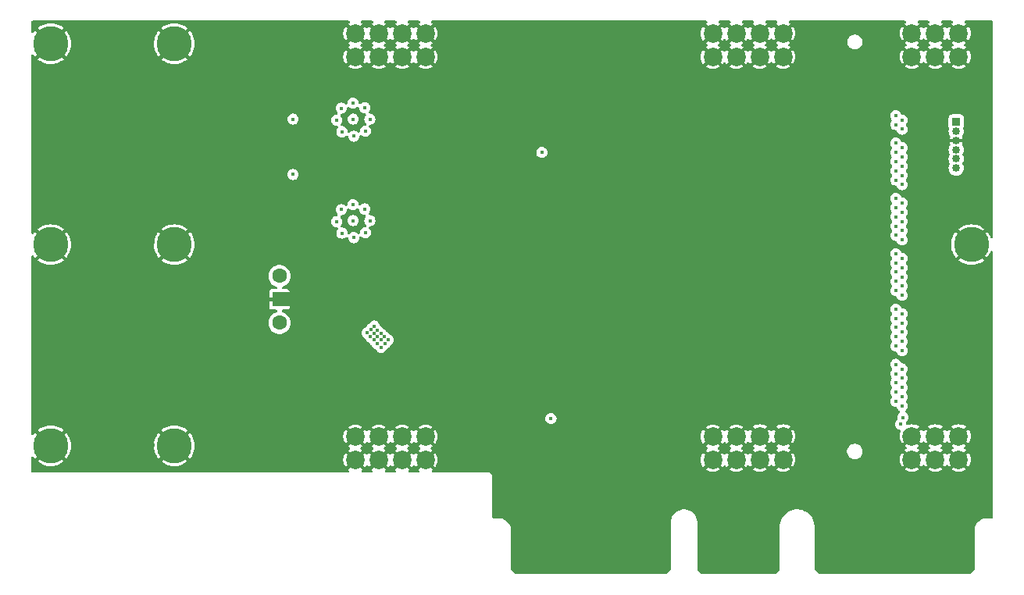
<source format=gbr>
%TF.GenerationSoftware,KiCad,Pcbnew,8.0.2*%
%TF.CreationDate,2024-07-11T13:13:48+02:00*%
%TF.ProjectId,HYDRA_VMM3_CARD,48594452-415f-4564-9d4d-335f43415244,rev?*%
%TF.SameCoordinates,Original*%
%TF.FileFunction,Copper,L4,Inr*%
%TF.FilePolarity,Positive*%
%FSLAX46Y46*%
G04 Gerber Fmt 4.6, Leading zero omitted, Abs format (unit mm)*
G04 Created by KiCad (PCBNEW 8.0.2) date 2024-07-11 13:13:48*
%MOMM*%
%LPD*%
G01*
G04 APERTURE LIST*
%TA.AperFunction,ComponentPad*%
%ADD10C,2.000000*%
%TD*%
%TA.AperFunction,ComponentPad*%
%ADD11C,3.800000*%
%TD*%
%TA.AperFunction,ComponentPad*%
%ADD12R,0.850000X0.850000*%
%TD*%
%TA.AperFunction,ComponentPad*%
%ADD13O,0.850000X0.850000*%
%TD*%
%TA.AperFunction,ComponentPad*%
%ADD14C,1.600000*%
%TD*%
%TA.AperFunction,ComponentPad*%
%ADD15R,1.600000X1.600000*%
%TD*%
%TA.AperFunction,ViaPad*%
%ADD16C,0.400000*%
%TD*%
%TA.AperFunction,ViaPad*%
%ADD17C,0.600000*%
%TD*%
%TA.AperFunction,Conductor*%
%ADD18C,1.500000*%
%TD*%
G04 APERTURE END LIST*
D10*
%TO.N,GND*%
%TO.C,15*%
X77748000Y-78380000D03*
%TD*%
%TO.N,GND*%
%TO.C,*%
X138083000Y-34660000D03*
%TD*%
%TO.N,GND*%
%TO.C,16*%
X111423000Y-78380000D03*
%TD*%
%TO.N,GND*%
%TO.C,*%
X135543000Y-78360000D03*
%TD*%
%TO.N,GND*%
%TO.C,*%
X135543000Y-34660000D03*
%TD*%
%TO.N,GND*%
%TO.C,*%
X72668000Y-34680000D03*
%TD*%
%TO.N,GND*%
%TO.C,*%
X133003000Y-34660000D03*
%TD*%
%TO.N,GND*%
%TO.C,11*%
X72668000Y-78380000D03*
%TD*%
%TO.N,GND*%
%TO.C,*%
X75208000Y-37220000D03*
%TD*%
%TO.N,GND*%
%TO.C,*%
X138083000Y-37200000D03*
%TD*%
D11*
%TO.N,GND*%
%TO.C,*%
X139450000Y-57580000D03*
%TD*%
D10*
%TO.N,GND*%
%TO.C,*%
X133003000Y-78360000D03*
%TD*%
%TO.N,GND*%
%TO.C,18*%
X116503000Y-80900000D03*
%TD*%
%TO.N,GND*%
%TO.C,*%
X135543000Y-80900000D03*
%TD*%
%TO.N,GND*%
%TO.C,*%
X135543000Y-37200000D03*
%TD*%
%TO.N,GND*%
%TO.C,22*%
X119043000Y-78360000D03*
%TD*%
%TO.N,GND*%
%TO.C,17*%
X113963000Y-80920000D03*
%TD*%
D12*
%TO.N,I2C_VCC*%
%TO.C,J2*%
X137800000Y-44280000D03*
D13*
%TO.N,Signal_Out*%
X137800000Y-45280000D03*
%TO.N,GND*%
X137800000Y-46280000D03*
%TO.N,SCL*%
X137800000Y-47280000D03*
%TO.N,SDA*%
X137800000Y-48280000D03*
%TO.N,Signal_In*%
X137800000Y-49280000D03*
%TD*%
D10*
%TO.N,GND*%
%TO.C,13*%
X80288000Y-37220000D03*
%TD*%
D11*
%TO.N,GND*%
%TO.C,REF\u002A\u002A3*%
X53050000Y-57580000D03*
%TD*%
D14*
%TO.N,Net-(3.3V1-Pad1)*%
%TO.C,3.3V1*%
X64450000Y-60970000D03*
%TD*%
D10*
%TO.N,GND*%
%TO.C,*%
X72668000Y-37220000D03*
%TD*%
%TO.N,GND*%
%TO.C,*%
X133003000Y-80900000D03*
%TD*%
%TO.N,GND*%
%TO.C,6*%
X119043000Y-34660000D03*
%TD*%
%TO.N,GND*%
%TO.C,*%
X111423000Y-37220000D03*
%TD*%
%TO.N,GND*%
%TO.C,*%
X77748000Y-37220000D03*
%TD*%
%TO.N,GND*%
%TO.C,10*%
X111423000Y-80920000D03*
%TD*%
%TO.N,GND*%
%TO.C,24*%
X80288000Y-78380000D03*
%TD*%
%TO.N,GND*%
%TO.C,9*%
X77748000Y-80920000D03*
%TD*%
%TO.N,GND*%
%TO.C,1*%
X113963000Y-37220000D03*
%TD*%
%TO.N,GND*%
%TO.C,12*%
X75208000Y-78380000D03*
%TD*%
D11*
%TO.N,GND*%
%TO.C,REF\u002A\u002A*%
X39650000Y-35780000D03*
%TD*%
D10*
%TO.N,GND*%
%TO.C,2*%
X116503000Y-37200000D03*
%TD*%
D15*
%TO.N,GND*%
%TO.C,GND1*%
X64450000Y-63510000D03*
%TD*%
D11*
%TO.N,GND*%
%TO.C,*%
X53050000Y-79380000D03*
%TD*%
%TO.N,GND*%
%TO.C,25*%
X39650000Y-79380000D03*
%TD*%
D10*
%TO.N,GND*%
%TO.C,*%
X138083000Y-80900000D03*
%TD*%
%TO.N,GND*%
%TO.C,19*%
X119043000Y-80900000D03*
%TD*%
D11*
%TO.N,GND*%
%TO.C,REF\u002A\u002A2*%
X39650000Y-57580000D03*
%TD*%
D10*
%TO.N,GND*%
%TO.C,5*%
X116503000Y-34660000D03*
%TD*%
%TO.N,GND*%
%TO.C,20*%
X113963000Y-78380000D03*
%TD*%
%TO.N,GND*%
%TO.C,*%
X111423000Y-34680000D03*
%TD*%
%TO.N,GND*%
%TO.C,*%
X77748000Y-34680000D03*
%TD*%
%TO.N,GND*%
%TO.C,*%
X133003000Y-37200000D03*
%TD*%
%TO.N,GND*%
%TO.C,3*%
X119043000Y-37200000D03*
%TD*%
D14*
%TO.N,Net-(1.8V1-Pad1)*%
%TO.C,1.8V1*%
X64450000Y-66050000D03*
%TD*%
D10*
%TO.N,GND*%
%TO.C,4*%
X113963000Y-34680000D03*
%TD*%
D11*
%TO.N,GND*%
%TO.C,REF\u002A\u002A1*%
X53050000Y-35780000D03*
%TD*%
D10*
%TO.N,GND*%
%TO.C,*%
X138083000Y-78360000D03*
%TD*%
%TO.N,GND*%
%TO.C,*%
X75208000Y-34680000D03*
%TD*%
%TO.N,GND*%
%TO.C,8*%
X75208000Y-80920000D03*
%TD*%
%TO.N,GND*%
%TO.C,7*%
X72668000Y-80920000D03*
%TD*%
%TO.N,GND*%
%TO.C,23*%
X80288000Y-80920000D03*
%TD*%
%TO.N,GND*%
%TO.C,14*%
X80288000Y-34680000D03*
%TD*%
%TO.N,GND*%
%TO.C,21*%
X116503000Y-78360000D03*
%TD*%
D16*
%TO.N,P1*%
X74720000Y-66410000D03*
X75460000Y-68700000D03*
X92886000Y-47570000D03*
X74320000Y-67570000D03*
X74700000Y-67920000D03*
X75440000Y-67210000D03*
X75030000Y-68300000D03*
X75440000Y-67910000D03*
X75860000Y-68310000D03*
X73960000Y-67160000D03*
X76260000Y-67910000D03*
X74350000Y-66750000D03*
X75060000Y-66860000D03*
X93876000Y-76440000D03*
X74720000Y-67190000D03*
X75820000Y-67550000D03*
X75090000Y-67550000D03*
%TO.N,Ch_1*%
X74250000Y-43970000D03*
%TO.N,Ch_25*%
X131250000Y-46556000D03*
%TO.N,Ch_13*%
X72400000Y-42220000D03*
%TO.N,Ch_93*%
X131250000Y-66556000D03*
%TO.N,Ch_39*%
X131950000Y-50070000D03*
%TO.N,Ch_119*%
X131950000Y-74070000D03*
%TO.N,Ch_123*%
X131950000Y-75070000D03*
%TO.N,Ch_107*%
X131946000Y-71066000D03*
%TO.N,Ch_73*%
X131250000Y-60556000D03*
%TO.N,Ch_5*%
X72500000Y-45820000D03*
%TO.N,Ch_61*%
X131250000Y-56570000D03*
%TO.N,Ch_127*%
X131761416Y-77055999D03*
%TO.N,Ch_103*%
X131950000Y-69070000D03*
%TO.N,Ch_75*%
X131946000Y-61066000D03*
%TO.N,Ch_21*%
X131250000Y-44556000D03*
%TO.N,Ch_117*%
X131250000Y-73570000D03*
%TO.N,Ch_31*%
X131950000Y-48070000D03*
%TO.N,Ch_79*%
X131950000Y-62070000D03*
%TO.N,Ch_49*%
X131250000Y-53570000D03*
%TO.N,Ch_59*%
X131950000Y-56070000D03*
%TO.N,Ch_41*%
X131250000Y-50570000D03*
%TO.N,Ch_77*%
X131250000Y-61570000D03*
%TO.N,Ch_47*%
X131946000Y-53066000D03*
%TO.N,Ch_53*%
X131250000Y-54556000D03*
%TO.N,Ch_111*%
X131950000Y-72070000D03*
%TO.N,Ch_125*%
X132048000Y-76310000D03*
%TO.N,Ch_11*%
X71141852Y-42782563D03*
%TO.N,Ch_19*%
X131950000Y-44080000D03*
%TO.N,Ch_15*%
X73687437Y-42711852D03*
%TO.N,Ch_121*%
X131250000Y-74570000D03*
%TO.N,Ch_45*%
X131250000Y-52556000D03*
%TO.N,Ch_95*%
X131946000Y-67066000D03*
%TO.N,Ch_9*%
X70650000Y-44070000D03*
%TO.N,Ch_87*%
X131946000Y-65066000D03*
%TO.N,Ch_97*%
X131250000Y-67570000D03*
%TO.N,Ch_67*%
X131946000Y-59066000D03*
%TO.N,Ch_83*%
X131950000Y-63070000D03*
%TO.N,Ch_63*%
X131950000Y-57070000D03*
%TO.N,Ch_99*%
X131950000Y-68070000D03*
%TO.N,Ch_85*%
X131250000Y-64556000D03*
%TO.N,Ch_23*%
X131950000Y-45056000D03*
%TO.N,Ch_69*%
X131250000Y-59570000D03*
%TO.N,Ch_113*%
X131250000Y-72556000D03*
%TO.N,Ch_89*%
X131250000Y-65570000D03*
%TO.N,Ch_37*%
X131250000Y-49570000D03*
%TO.N,Ch_81*%
X131250000Y-62570000D03*
%TO.N,Ch_7*%
X71212563Y-45328148D03*
%TO.N,Ch_43*%
X131950000Y-51070000D03*
%TO.N,Ch_29*%
X131250000Y-47570000D03*
%TO.N,Ch_71*%
X131950000Y-60070000D03*
%TO.N,Ch_33*%
X131250000Y-48556000D03*
%TO.N,Ch_57*%
X131250000Y-55570000D03*
%TO.N,Ch_3*%
X73758148Y-45257437D03*
%TO.N,Ch_27*%
X131946000Y-47066000D03*
%TO.N,Ch_105*%
X131250000Y-70556000D03*
%TO.N,Ch_51*%
X131950000Y-54070000D03*
%TO.N,Ch_17*%
X131250000Y-43580000D03*
%TO.N,Ch_115*%
X131946000Y-73066000D03*
%TO.N,Ch_65*%
X131250000Y-58556000D03*
%TO.N,Ch_55*%
X131946000Y-55066000D03*
%TO.N,Ch_91*%
X131950000Y-66070000D03*
%TO.N,Ch_109*%
X131250000Y-71570000D03*
%TO.N,Ch_35*%
X131946000Y-49066000D03*
%TO.N,Ch_101*%
X131250000Y-68570000D03*
%TO.N,Ch_14*%
X72400000Y-53220000D03*
%TO.N,Ch_16*%
X73687437Y-53711852D03*
D17*
%TO.N,GND*%
X50650000Y-35280000D03*
X51650000Y-55280000D03*
X41650000Y-47280000D03*
X46150000Y-68280000D03*
X42650000Y-65280000D03*
X45650000Y-77280000D03*
X40150000Y-52280000D03*
X49650000Y-59280000D03*
X42150000Y-48280000D03*
X48150000Y-68280000D03*
X49650000Y-61280000D03*
X42150000Y-42280000D03*
X45650000Y-75280000D03*
X49150000Y-38280000D03*
X39650000Y-49280000D03*
D16*
X97386000Y-78740000D03*
D17*
X39150000Y-40280000D03*
X39650000Y-53280000D03*
X44150000Y-42280000D03*
X48650000Y-79280000D03*
X51150000Y-46280000D03*
X48150000Y-64280000D03*
X49650000Y-55280000D03*
D16*
X71540000Y-54999423D03*
D17*
X44150000Y-46280000D03*
X43650000Y-47280000D03*
X43150000Y-36280000D03*
X53150000Y-52280000D03*
X43150000Y-60280000D03*
X38650000Y-43280000D03*
X42150000Y-36280000D03*
X50650000Y-61280000D03*
X49650000Y-77280000D03*
D16*
X103950000Y-44780000D03*
D17*
X54150000Y-66280000D03*
D16*
X104996666Y-50780000D03*
D17*
X54150000Y-42280000D03*
D16*
X85950000Y-57780000D03*
X96862666Y-83740000D03*
D17*
X45650000Y-37280000D03*
X48150000Y-70280000D03*
X51150000Y-42280000D03*
X41150000Y-66280000D03*
X47150000Y-70280000D03*
X44650000Y-49280000D03*
X44650000Y-67280000D03*
D16*
X97386000Y-80740000D03*
D17*
X47150000Y-76280000D03*
X48150000Y-80280000D03*
X41150000Y-70280000D03*
X45650000Y-41280000D03*
X52650000Y-47280000D03*
X51150000Y-66280000D03*
D16*
X85950000Y-59780000D03*
D17*
X42650000Y-61280000D03*
X53650000Y-75280000D03*
X45650000Y-47280000D03*
X43650000Y-39280000D03*
D16*
X74590446Y-53922446D03*
X105520000Y-47780000D03*
D17*
X46150000Y-58280000D03*
X47150000Y-56280000D03*
D16*
X86996666Y-64780000D03*
D17*
X50650000Y-75280000D03*
D16*
X73340000Y-54999423D03*
X87520000Y-61780000D03*
D17*
X46650000Y-63280000D03*
X47150000Y-46280000D03*
X47650000Y-45280000D03*
X43150000Y-40280000D03*
X43650000Y-75280000D03*
X39650000Y-41280000D03*
X47650000Y-43280000D03*
X46150000Y-56280000D03*
X44150000Y-78280000D03*
X47650000Y-65280000D03*
X46650000Y-43280000D03*
X53650000Y-61280000D03*
X46150000Y-40280000D03*
X43650000Y-77280000D03*
X51650000Y-45280000D03*
D16*
X95816000Y-80740000D03*
D17*
X41150000Y-38280000D03*
X53150000Y-54280000D03*
X41650000Y-41280000D03*
X47650000Y-51280000D03*
X50150000Y-66280000D03*
X45150000Y-68280000D03*
X44650000Y-69280000D03*
X46650000Y-75280000D03*
X39150000Y-68280000D03*
X49150000Y-48280000D03*
X44650000Y-51280000D03*
X49650000Y-43280000D03*
X39150000Y-72280000D03*
D16*
X97386000Y-81740000D03*
D17*
X39650000Y-39280000D03*
X46650000Y-51280000D03*
X41150000Y-72280000D03*
D16*
X86996666Y-57780000D03*
D17*
X45650000Y-43280000D03*
X43150000Y-38280000D03*
X53150000Y-50280000D03*
X51650000Y-73280000D03*
X49650000Y-73280000D03*
X47650000Y-61280000D03*
X46150000Y-76280000D03*
X45650000Y-39280000D03*
X45650000Y-71280000D03*
X43650000Y-63280000D03*
X52650000Y-71280000D03*
X53150000Y-74280000D03*
X48150000Y-56280000D03*
X51650000Y-65280000D03*
X47150000Y-58280000D03*
X47650000Y-63280000D03*
X48150000Y-60280000D03*
X38650000Y-55280000D03*
X50650000Y-45280000D03*
X50650000Y-71280000D03*
X51150000Y-70280000D03*
D16*
X85950000Y-64780000D03*
D17*
X46150000Y-54280000D03*
X48650000Y-75280000D03*
D16*
X72890000Y-54220000D03*
D17*
X48650000Y-45280000D03*
X38650000Y-61280000D03*
X41150000Y-40280000D03*
X47150000Y-68280000D03*
X43150000Y-72280000D03*
X44650000Y-59280000D03*
X54150000Y-62280000D03*
X39650000Y-71280000D03*
X53650000Y-63280000D03*
X47650000Y-79280000D03*
X41150000Y-42280000D03*
X44650000Y-73280000D03*
X54150000Y-60280000D03*
X43650000Y-51280000D03*
X41650000Y-63280000D03*
X53650000Y-39280000D03*
X50150000Y-44280000D03*
X40650000Y-53280000D03*
X41650000Y-53280000D03*
X48650000Y-37280000D03*
X39150000Y-74280000D03*
X51150000Y-62280000D03*
X46650000Y-53280000D03*
X42150000Y-38280000D03*
X40150000Y-40280000D03*
X41650000Y-37280000D03*
X53150000Y-70280000D03*
X46650000Y-79280000D03*
D16*
X97386000Y-85740000D03*
D17*
X51650000Y-43280000D03*
D16*
X96862666Y-81740000D03*
D17*
X39150000Y-42280000D03*
X49650000Y-79280000D03*
X47650000Y-57280000D03*
X44150000Y-74280000D03*
X52650000Y-53280000D03*
X53650000Y-41280000D03*
D16*
X104473333Y-51780000D03*
D17*
X42150000Y-80280000D03*
D16*
X72440000Y-55899423D03*
D17*
X44650000Y-61280000D03*
D16*
X85950000Y-60780000D03*
D17*
X40150000Y-76280000D03*
X54150000Y-54280000D03*
X46150000Y-46280000D03*
X47650000Y-67280000D03*
X48150000Y-40280000D03*
X50650000Y-37280000D03*
X42650000Y-37280000D03*
X44650000Y-37280000D03*
D16*
X86996666Y-56780000D03*
D17*
X47650000Y-35280000D03*
D16*
X103950000Y-53780000D03*
D17*
X54150000Y-68280000D03*
X41650000Y-65280000D03*
X51650000Y-53280000D03*
X40150000Y-46280000D03*
X42150000Y-68280000D03*
X49150000Y-36280000D03*
X44150000Y-80280000D03*
X52650000Y-45280000D03*
X45150000Y-60280000D03*
D16*
X72440000Y-54099423D03*
D17*
X48150000Y-74280000D03*
X45150000Y-72280000D03*
D16*
X103950000Y-49780000D03*
X97386000Y-84740000D03*
D17*
X54150000Y-38280000D03*
X53650000Y-67280000D03*
X42650000Y-67280000D03*
X45650000Y-79280000D03*
X43150000Y-50280000D03*
X52150000Y-44280000D03*
D16*
X86473333Y-64780000D03*
D17*
X53150000Y-72280000D03*
X49150000Y-80280000D03*
X48150000Y-76280000D03*
X47650000Y-55280000D03*
X46150000Y-38280000D03*
X48650000Y-57280000D03*
X42150000Y-50280000D03*
X44650000Y-65280000D03*
X46650000Y-65280000D03*
D16*
X96862666Y-77740000D03*
D17*
X41150000Y-76280000D03*
X53650000Y-73280000D03*
X44150000Y-48280000D03*
X40650000Y-41280000D03*
X46650000Y-39280000D03*
X39150000Y-54280000D03*
X45150000Y-36280000D03*
X53150000Y-62280000D03*
X43650000Y-41280000D03*
X51650000Y-49280000D03*
X52650000Y-75280000D03*
X52150000Y-68280000D03*
X52150000Y-50280000D03*
X51150000Y-76280000D03*
X44650000Y-53280000D03*
X48650000Y-63280000D03*
X43150000Y-62280000D03*
X44650000Y-41280000D03*
D16*
X96862666Y-78740000D03*
D17*
X52650000Y-63280000D03*
X46650000Y-45280000D03*
X39650000Y-65280000D03*
X53150000Y-42280000D03*
X46650000Y-59280000D03*
X45650000Y-45280000D03*
X44150000Y-60280000D03*
X48150000Y-58280000D03*
D16*
X105520000Y-51780000D03*
D17*
X42650000Y-75280000D03*
D16*
X105520000Y-46780000D03*
X71990000Y-55778846D03*
D17*
X44150000Y-54280000D03*
X49650000Y-53280000D03*
X42650000Y-35280000D03*
X39650000Y-47280000D03*
D16*
X104473333Y-52780000D03*
X103950000Y-46780000D03*
D17*
X51650000Y-51280000D03*
D16*
X86996666Y-61780000D03*
D17*
X49150000Y-60280000D03*
X48650000Y-67280000D03*
X42150000Y-76280000D03*
X42150000Y-52280000D03*
X40650000Y-55280000D03*
X50650000Y-67280000D03*
X52150000Y-46280000D03*
X48150000Y-62280000D03*
X52150000Y-48280000D03*
D16*
X85950000Y-55780000D03*
X104996666Y-49780000D03*
D17*
X45150000Y-52280000D03*
X48650000Y-61280000D03*
X52650000Y-65280000D03*
X45150000Y-66280000D03*
X48650000Y-77280000D03*
X50650000Y-55280000D03*
X46150000Y-78280000D03*
X51650000Y-71280000D03*
D16*
X87520000Y-63780000D03*
D17*
X44650000Y-43280000D03*
X47150000Y-66280000D03*
X39650000Y-51280000D03*
X46150000Y-42280000D03*
X50150000Y-50280000D03*
X54150000Y-50280000D03*
X48150000Y-52280000D03*
D16*
X86996666Y-59780000D03*
D17*
X47150000Y-52280000D03*
X42150000Y-40280000D03*
X47150000Y-50280000D03*
D16*
X95816000Y-77740000D03*
X86996666Y-55780000D03*
X85950000Y-61780000D03*
D17*
X51150000Y-52280000D03*
D16*
X96339333Y-77740000D03*
D17*
X40650000Y-75280000D03*
D16*
X96339333Y-86740000D03*
X86473333Y-63780000D03*
X104473333Y-48780000D03*
D17*
X50150000Y-42280000D03*
X48650000Y-73280000D03*
X42650000Y-79280000D03*
X52150000Y-62280000D03*
X42650000Y-77280000D03*
X51150000Y-44280000D03*
X53150000Y-44280000D03*
X40150000Y-74280000D03*
X38650000Y-69280000D03*
X52650000Y-61280000D03*
X38650000Y-67280000D03*
D16*
X86473333Y-61780000D03*
X86473333Y-57780000D03*
D17*
X39150000Y-66280000D03*
X40650000Y-65280000D03*
X42150000Y-74280000D03*
D16*
X95816000Y-86740000D03*
X104996666Y-52780000D03*
D17*
X47650000Y-75280000D03*
X49150000Y-78280000D03*
X50650000Y-57280000D03*
X52650000Y-67280000D03*
X49150000Y-56280000D03*
X46150000Y-74280000D03*
X40650000Y-63280000D03*
X40650000Y-43280000D03*
D16*
X96339333Y-78740000D03*
D17*
X50650000Y-51280000D03*
X46650000Y-69280000D03*
X50150000Y-70280000D03*
D16*
X103950000Y-45780000D03*
X104996666Y-47780000D03*
D17*
X42650000Y-43280000D03*
X38650000Y-45280000D03*
X52150000Y-40280000D03*
X51150000Y-74280000D03*
D16*
X97386000Y-77740000D03*
X86996666Y-58780000D03*
D17*
X49150000Y-46280000D03*
X40650000Y-71280000D03*
D16*
X86996666Y-63780000D03*
D17*
X38650000Y-49280000D03*
D16*
X104473333Y-53780000D03*
D17*
X54150000Y-70280000D03*
X46150000Y-50280000D03*
X52150000Y-60280000D03*
X50650000Y-53280000D03*
X42150000Y-64280000D03*
X51650000Y-63280000D03*
X42650000Y-69280000D03*
D16*
X85950000Y-58780000D03*
D17*
X51150000Y-54280000D03*
D16*
X85950000Y-62780000D03*
X105520000Y-45780000D03*
D17*
X53650000Y-65280000D03*
X41150000Y-74280000D03*
X53650000Y-53280000D03*
X47650000Y-73280000D03*
X44650000Y-63280000D03*
X43650000Y-55280000D03*
X50650000Y-73280000D03*
X44650000Y-71280000D03*
D16*
X95816000Y-83740000D03*
D17*
X47150000Y-40280000D03*
X53150000Y-60280000D03*
X49650000Y-63280000D03*
X54150000Y-46280000D03*
X52650000Y-43280000D03*
X54150000Y-48280000D03*
X42150000Y-66280000D03*
X50650000Y-49280000D03*
X53650000Y-69280000D03*
X42650000Y-49280000D03*
X51650000Y-61280000D03*
X44150000Y-50280000D03*
X39650000Y-69280000D03*
X39650000Y-61280000D03*
D16*
X95816000Y-81740000D03*
D17*
X48650000Y-65280000D03*
X44150000Y-58280000D03*
X42650000Y-47280000D03*
X43150000Y-52280000D03*
X42150000Y-58280000D03*
X44150000Y-68280000D03*
X48150000Y-72280000D03*
X47150000Y-38280000D03*
X52150000Y-70280000D03*
X45650000Y-55280000D03*
X47650000Y-49280000D03*
D16*
X96862666Y-85740000D03*
D17*
X40150000Y-62280000D03*
X45650000Y-67280000D03*
D16*
X96339333Y-84740000D03*
X104473333Y-47780000D03*
D17*
X52150000Y-66280000D03*
X53650000Y-47280000D03*
X48150000Y-48280000D03*
X45150000Y-58280000D03*
X41650000Y-49280000D03*
X44150000Y-66280000D03*
D16*
X97386000Y-86740000D03*
D17*
X50650000Y-41280000D03*
X43150000Y-54280000D03*
X50150000Y-78280000D03*
X50150000Y-74280000D03*
X41150000Y-50280000D03*
X42150000Y-56280000D03*
X43150000Y-56280000D03*
X39150000Y-70280000D03*
X53150000Y-48280000D03*
X43650000Y-65280000D03*
X39150000Y-44280000D03*
X46650000Y-37280000D03*
X43150000Y-78280000D03*
X39650000Y-67280000D03*
X49650000Y-51280000D03*
X50150000Y-76280000D03*
X43650000Y-79280000D03*
D16*
X95816000Y-78740000D03*
D17*
X39150000Y-60280000D03*
X41150000Y-48280000D03*
X52150000Y-42280000D03*
X47650000Y-37280000D03*
D16*
X86996666Y-60780000D03*
D17*
X49150000Y-62280000D03*
D16*
X86473333Y-60780000D03*
X86473333Y-55780000D03*
D17*
X54150000Y-44280000D03*
X45650000Y-49280000D03*
X45150000Y-76280000D03*
D16*
X103950000Y-51780000D03*
D17*
X45650000Y-59280000D03*
X44150000Y-38280000D03*
X44150000Y-40280000D03*
D16*
X103950000Y-50780000D03*
D17*
X41650000Y-69280000D03*
D16*
X96862666Y-79740000D03*
D17*
X47150000Y-80280000D03*
X42150000Y-54280000D03*
X41650000Y-67280000D03*
X53150000Y-68280000D03*
X52650000Y-41280000D03*
X42150000Y-44280000D03*
X53650000Y-51280000D03*
X47150000Y-60280000D03*
X43150000Y-80280000D03*
X52150000Y-52280000D03*
X38650000Y-71280000D03*
X45650000Y-69280000D03*
X43150000Y-70280000D03*
D16*
X104996666Y-48780000D03*
D17*
X49650000Y-49280000D03*
X47650000Y-41280000D03*
X47650000Y-71280000D03*
D16*
X104996666Y-51780000D03*
D17*
X42650000Y-71280000D03*
X38650000Y-51280000D03*
X49150000Y-58280000D03*
D16*
X105520000Y-48780000D03*
D17*
X42150000Y-70280000D03*
X50650000Y-47280000D03*
X41650000Y-51280000D03*
X46150000Y-72280000D03*
X49150000Y-66280000D03*
X43650000Y-57280000D03*
X43650000Y-69280000D03*
X53650000Y-45280000D03*
X45650000Y-61280000D03*
X42150000Y-72280000D03*
D16*
X104996666Y-53780000D03*
D17*
X39150000Y-62280000D03*
X42650000Y-59280000D03*
X43650000Y-37280000D03*
X45650000Y-53280000D03*
X42650000Y-57280000D03*
X46650000Y-77280000D03*
D16*
X96862666Y-80740000D03*
D17*
X47650000Y-59280000D03*
X45150000Y-50280000D03*
D16*
X87520000Y-60780000D03*
D17*
X39650000Y-73280000D03*
X52150000Y-76280000D03*
X53150000Y-46280000D03*
D16*
X85950000Y-63780000D03*
D17*
X40650000Y-51280000D03*
X50650000Y-43280000D03*
X43650000Y-73280000D03*
X43650000Y-49280000D03*
D16*
X87520000Y-59780000D03*
X97386000Y-83740000D03*
D17*
X48150000Y-54280000D03*
X46150000Y-64280000D03*
D16*
X104996666Y-46780000D03*
D17*
X45150000Y-38280000D03*
X46650000Y-57280000D03*
X41650000Y-55280000D03*
X40150000Y-60280000D03*
D16*
X71660577Y-55449423D03*
D17*
X50150000Y-68280000D03*
X43150000Y-58280000D03*
X43650000Y-43280000D03*
X42650000Y-63280000D03*
X52150000Y-72280000D03*
X53150000Y-38280000D03*
X47150000Y-36280000D03*
X53650000Y-43280000D03*
D16*
X87520000Y-57780000D03*
D17*
X48650000Y-71280000D03*
X46650000Y-67280000D03*
X48150000Y-78280000D03*
D16*
X96339333Y-82740000D03*
D17*
X44650000Y-57280000D03*
X47650000Y-69280000D03*
X45150000Y-42280000D03*
X51150000Y-68280000D03*
D16*
X87520000Y-64780000D03*
D17*
X39150000Y-38280000D03*
D16*
X87520000Y-58780000D03*
D17*
X41650000Y-73280000D03*
D16*
X95816000Y-79740000D03*
D17*
X40650000Y-69280000D03*
X49650000Y-45280000D03*
X43150000Y-48280000D03*
D16*
X105520000Y-49780000D03*
X96339333Y-81740000D03*
D17*
X39150000Y-52280000D03*
X45650000Y-35280000D03*
D16*
X86473333Y-56780000D03*
D17*
X46650000Y-61280000D03*
X48650000Y-49280000D03*
X40150000Y-44280000D03*
X38650000Y-47280000D03*
X40650000Y-61280000D03*
X40150000Y-66280000D03*
X39650000Y-75280000D03*
D16*
X105520000Y-44780000D03*
X105520000Y-52780000D03*
D17*
X39150000Y-64280000D03*
X40150000Y-68280000D03*
X39650000Y-63280000D03*
X47150000Y-48280000D03*
X44150000Y-64280000D03*
X45650000Y-63280000D03*
X50150000Y-56280000D03*
X52150000Y-38280000D03*
X48650000Y-55280000D03*
X41650000Y-59280000D03*
X51650000Y-41280000D03*
D16*
X103950000Y-52780000D03*
D17*
X41650000Y-43280000D03*
X41150000Y-44280000D03*
X50150000Y-48280000D03*
D16*
X86473333Y-58780000D03*
D17*
X40150000Y-38280000D03*
X54150000Y-40280000D03*
X46650000Y-41280000D03*
X46150000Y-44280000D03*
D16*
X73219423Y-54549423D03*
D17*
X42650000Y-41280000D03*
D16*
X97386000Y-82740000D03*
D17*
X48150000Y-36280000D03*
X50650000Y-63280000D03*
X40650000Y-39280000D03*
D16*
X85950000Y-56780000D03*
D17*
X42650000Y-53280000D03*
X44150000Y-56280000D03*
D16*
X96862666Y-86740000D03*
D17*
X48150000Y-38280000D03*
X51650000Y-77280000D03*
X46150000Y-62280000D03*
X41650000Y-71280000D03*
X44150000Y-72280000D03*
X50650000Y-65280000D03*
X41650000Y-61280000D03*
X43650000Y-35280000D03*
X52150000Y-74280000D03*
X48650000Y-69280000D03*
X40150000Y-48280000D03*
X43650000Y-59280000D03*
X39150000Y-50280000D03*
X43650000Y-67280000D03*
X44150000Y-62280000D03*
X49650000Y-71280000D03*
X49650000Y-39280000D03*
X54150000Y-76280000D03*
X46150000Y-60280000D03*
X51150000Y-48280000D03*
X40150000Y-64280000D03*
X43150000Y-46280000D03*
X48650000Y-47280000D03*
X39150000Y-48280000D03*
D16*
X97386000Y-79740000D03*
D17*
X41150000Y-46280000D03*
X49150000Y-40280000D03*
X47150000Y-64280000D03*
X41150000Y-68280000D03*
X48150000Y-44280000D03*
X42650000Y-45280000D03*
D16*
X86473333Y-59780000D03*
D17*
X45150000Y-70280000D03*
X44150000Y-76280000D03*
X38650000Y-63280000D03*
D16*
X96862666Y-82740000D03*
D17*
X41150000Y-52280000D03*
X45150000Y-40280000D03*
X43650000Y-61280000D03*
X49150000Y-52280000D03*
X49150000Y-68280000D03*
X40650000Y-45280000D03*
X50650000Y-79280000D03*
X40150000Y-72280000D03*
D16*
X104996666Y-45780000D03*
D17*
X52150000Y-54280000D03*
X53650000Y-49280000D03*
X45650000Y-65280000D03*
X42150000Y-60280000D03*
X49150000Y-50280000D03*
X38650000Y-53280000D03*
X43150000Y-44280000D03*
X41650000Y-75280000D03*
X45650000Y-51280000D03*
D16*
X87520000Y-62780000D03*
D17*
X51650000Y-67280000D03*
X48150000Y-50280000D03*
X40650000Y-73280000D03*
X42650000Y-51280000D03*
X46150000Y-52280000D03*
X43150000Y-66280000D03*
D16*
X86473333Y-62780000D03*
D17*
X48150000Y-46280000D03*
X53150000Y-66280000D03*
X50150000Y-36280000D03*
D16*
X87520000Y-56780000D03*
D17*
X42150000Y-62280000D03*
X51150000Y-40280000D03*
X47150000Y-62280000D03*
X44150000Y-44280000D03*
X41150000Y-54280000D03*
D16*
X87520000Y-55780000D03*
D17*
X52650000Y-49280000D03*
X42650000Y-55280000D03*
X50150000Y-46280000D03*
X42650000Y-39280000D03*
X41650000Y-39280000D03*
X41150000Y-60280000D03*
X51150000Y-72280000D03*
X48650000Y-51280000D03*
X39650000Y-45280000D03*
X43150000Y-68280000D03*
X41150000Y-64280000D03*
X49650000Y-57280000D03*
X47150000Y-42280000D03*
X52650000Y-39280000D03*
X40650000Y-47280000D03*
X49150000Y-74280000D03*
D16*
X104473333Y-46780000D03*
D17*
X50150000Y-80280000D03*
D16*
X105520000Y-53780000D03*
D17*
X41650000Y-77280000D03*
X53150000Y-64280000D03*
X52650000Y-73280000D03*
D16*
X96339333Y-85740000D03*
D17*
X39150000Y-76280000D03*
X44150000Y-52280000D03*
X50150000Y-64280000D03*
D16*
X96339333Y-80740000D03*
D17*
X48650000Y-41280000D03*
X50650000Y-77280000D03*
D16*
X96339333Y-83740000D03*
D17*
X49650000Y-67280000D03*
X44650000Y-55280000D03*
X43150000Y-64280000D03*
X46150000Y-48280000D03*
X49650000Y-69280000D03*
X50150000Y-40280000D03*
X38650000Y-73280000D03*
X49150000Y-54280000D03*
X47650000Y-47280000D03*
X49650000Y-37280000D03*
D16*
X104473333Y-44780000D03*
X103950000Y-47780000D03*
D17*
X45150000Y-44280000D03*
X51150000Y-60280000D03*
X45150000Y-64280000D03*
X45650000Y-57280000D03*
X47650000Y-77280000D03*
X50150000Y-54280000D03*
X44650000Y-47280000D03*
D16*
X104473333Y-49780000D03*
D17*
X41650000Y-45280000D03*
X44650000Y-45280000D03*
D16*
X72890000Y-55778846D03*
D17*
X45150000Y-78280000D03*
X53150000Y-40280000D03*
D16*
X104473333Y-50780000D03*
D17*
X51650000Y-47280000D03*
X47150000Y-72280000D03*
X48650000Y-43280000D03*
X44650000Y-77280000D03*
X46150000Y-36280000D03*
X46150000Y-66280000D03*
D16*
X103950000Y-48780000D03*
D17*
X51650000Y-39280000D03*
X54150000Y-52280000D03*
X42650000Y-73280000D03*
X48650000Y-53280000D03*
X46650000Y-49280000D03*
X47150000Y-78280000D03*
X45150000Y-74280000D03*
X47650000Y-53280000D03*
X44650000Y-35280000D03*
X40150000Y-42280000D03*
X49150000Y-76280000D03*
X46650000Y-71280000D03*
D16*
X104473333Y-45780000D03*
D17*
X50650000Y-59280000D03*
X48150000Y-66280000D03*
X51150000Y-38280000D03*
X47150000Y-74280000D03*
X50150000Y-60280000D03*
X45150000Y-62280000D03*
D16*
X96339333Y-79740000D03*
D17*
X39150000Y-46280000D03*
X43650000Y-53280000D03*
X50150000Y-72280000D03*
X38650000Y-41280000D03*
X51650000Y-75280000D03*
X40150000Y-70280000D03*
X44650000Y-79280000D03*
X50150000Y-62280000D03*
X39650000Y-43280000D03*
X49650000Y-75280000D03*
X42150000Y-46280000D03*
X46650000Y-55280000D03*
D16*
X95816000Y-84740000D03*
D17*
X44650000Y-75280000D03*
X46150000Y-70280000D03*
X43650000Y-71280000D03*
X40150000Y-50280000D03*
X42150000Y-78280000D03*
X40150000Y-54280000D03*
X40650000Y-67280000D03*
X47650000Y-39280000D03*
X49650000Y-41280000D03*
X38650000Y-39280000D03*
X54150000Y-74280000D03*
X38650000Y-75280000D03*
X47150000Y-54280000D03*
X45150000Y-48280000D03*
X50650000Y-39280000D03*
X54150000Y-64280000D03*
X43150000Y-42280000D03*
X44150000Y-70280000D03*
X49150000Y-42280000D03*
X50650000Y-69280000D03*
D16*
X86996666Y-62780000D03*
D17*
X43150000Y-74280000D03*
X52150000Y-64280000D03*
X51150000Y-50280000D03*
X48650000Y-59280000D03*
D16*
X105520000Y-50780000D03*
D17*
X53650000Y-71280000D03*
D16*
X95816000Y-82740000D03*
D17*
X48650000Y-39280000D03*
X40650000Y-49280000D03*
D16*
X95816000Y-85740000D03*
D17*
X46650000Y-47280000D03*
X48150000Y-42280000D03*
X50150000Y-38280000D03*
X45150000Y-54280000D03*
X54150000Y-72280000D03*
X49150000Y-44280000D03*
X45150000Y-56280000D03*
X43150000Y-76280000D03*
X49150000Y-70280000D03*
X50150000Y-58280000D03*
X50150000Y-52280000D03*
D16*
X96862666Y-84740000D03*
X104996666Y-44780000D03*
D17*
X49650000Y-35280000D03*
X52650000Y-69280000D03*
X47150000Y-44280000D03*
X46650000Y-73280000D03*
X51150000Y-64280000D03*
X44650000Y-39280000D03*
X38650000Y-65280000D03*
X48650000Y-35280000D03*
X41150000Y-62280000D03*
X43650000Y-45280000D03*
X49150000Y-72280000D03*
X45150000Y-80280000D03*
X52650000Y-51280000D03*
X45650000Y-73280000D03*
X46650000Y-35280000D03*
X45150000Y-46280000D03*
X46150000Y-80280000D03*
X49650000Y-65280000D03*
X53150000Y-76280000D03*
X51650000Y-69280000D03*
X49650000Y-47280000D03*
D16*
X73219423Y-55449423D03*
D17*
X44150000Y-36280000D03*
X49150000Y-64280000D03*
D16*
X71660000Y-44430000D03*
X73218846Y-44430000D03*
X71660000Y-43530000D03*
X72439423Y-43080000D03*
X72889423Y-43200577D03*
X71539423Y-43980000D03*
X73218846Y-43530000D03*
X72889423Y-44759423D03*
X72439423Y-44880000D03*
X73339423Y-43980000D03*
X71989423Y-43200577D03*
X71989423Y-44759423D03*
%TO.N,Ch_2*%
X74250000Y-54970000D03*
%TO.N,Ch_10*%
X70650000Y-55070000D03*
%TO.N,Ch_6*%
X72500000Y-56820000D03*
%TO.N,Ch_4*%
X73758148Y-56257437D03*
%TO.N,Ch_8*%
X71212563Y-56328148D03*
%TO.N,Ch_12*%
X71141852Y-53782563D03*
%TO.N,Sig1*%
X65925000Y-43970000D03*
X72450000Y-43970000D03*
%TO.N,Sig2*%
X72450000Y-54970000D03*
X65925000Y-49970000D03*
%TD*%
D18*
%TO.N,GND*%
X64450000Y-63510000D02*
X68110000Y-63510000D01*
%TD*%
%TA.AperFunction,Conductor*%
%TO.N,GND*%
G36*
X113386978Y-78687890D02*
G01*
X113458112Y-78794351D01*
X113548649Y-78884888D01*
X113655110Y-78956022D01*
X113665511Y-78960330D01*
X113195938Y-79429904D01*
X113310507Y-79510127D01*
X113310520Y-79510135D01*
X113320865Y-79514959D01*
X113379949Y-79564535D01*
X113406329Y-79637012D01*
X113392936Y-79712968D01*
X113343360Y-79772052D01*
X113320872Y-79785036D01*
X113310527Y-79789860D01*
X113310517Y-79789865D01*
X113195938Y-79870095D01*
X113665512Y-80339669D01*
X113655110Y-80343978D01*
X113548649Y-80415112D01*
X113458112Y-80505649D01*
X113386978Y-80612110D01*
X113382669Y-80622512D01*
X112913095Y-80152938D01*
X112832865Y-80267517D01*
X112832860Y-80267527D01*
X112828036Y-80277872D01*
X112778457Y-80336953D01*
X112705979Y-80363330D01*
X112630023Y-80349933D01*
X112570942Y-80300354D01*
X112557959Y-80277865D01*
X112553135Y-80267520D01*
X112553127Y-80267507D01*
X112472904Y-80152938D01*
X112003330Y-80622511D01*
X111999022Y-80612110D01*
X111927888Y-80505649D01*
X111837351Y-80415112D01*
X111730890Y-80343978D01*
X111720486Y-80339668D01*
X112190061Y-79870094D01*
X112075492Y-79789872D01*
X112075479Y-79789864D01*
X112065133Y-79785040D01*
X112006049Y-79735464D01*
X111979669Y-79662987D01*
X111993062Y-79587031D01*
X112042638Y-79527947D01*
X112065133Y-79514960D01*
X112075474Y-79510137D01*
X112075488Y-79510129D01*
X112190061Y-79429904D01*
X111720487Y-78960330D01*
X111730890Y-78956022D01*
X111837351Y-78884888D01*
X111927888Y-78794351D01*
X111999022Y-78687890D01*
X112003330Y-78677487D01*
X112472904Y-79147061D01*
X112553129Y-79032488D01*
X112553137Y-79032474D01*
X112557960Y-79022133D01*
X112607536Y-78963049D01*
X112680013Y-78936669D01*
X112755969Y-78950062D01*
X112815053Y-78999638D01*
X112828040Y-79022133D01*
X112832864Y-79032479D01*
X112832872Y-79032492D01*
X112913094Y-79147060D01*
X113382668Y-78677486D01*
X113386978Y-78687890D01*
G37*
%TD.AperFunction*%
%TA.AperFunction,Conductor*%
G36*
X115926978Y-78667890D02*
G01*
X115998112Y-78774351D01*
X116088649Y-78864888D01*
X116195110Y-78936022D01*
X116205511Y-78940330D01*
X115735938Y-79409904D01*
X115850507Y-79490127D01*
X115850520Y-79490135D01*
X115860865Y-79494959D01*
X115919949Y-79544535D01*
X115946329Y-79617012D01*
X115932936Y-79692968D01*
X115883360Y-79752052D01*
X115860872Y-79765036D01*
X115850527Y-79769860D01*
X115850517Y-79769865D01*
X115735938Y-79850095D01*
X116205512Y-80319669D01*
X116195110Y-80323978D01*
X116088649Y-80395112D01*
X115998112Y-80485649D01*
X115926978Y-80592110D01*
X115922669Y-80602512D01*
X115453095Y-80132938D01*
X115372865Y-80247517D01*
X115372858Y-80247529D01*
X115363374Y-80267869D01*
X115313796Y-80326952D01*
X115241319Y-80353329D01*
X115165363Y-80339934D01*
X115106280Y-80290356D01*
X115093295Y-80267864D01*
X115093132Y-80267515D01*
X115093127Y-80267507D01*
X115012904Y-80152938D01*
X114543330Y-80622511D01*
X114539022Y-80612110D01*
X114467888Y-80505649D01*
X114377351Y-80415112D01*
X114270890Y-80343978D01*
X114260486Y-80339668D01*
X114730061Y-79870094D01*
X114615492Y-79789872D01*
X114615479Y-79789864D01*
X114605133Y-79785040D01*
X114546049Y-79735464D01*
X114519669Y-79662987D01*
X114533062Y-79587031D01*
X114582638Y-79527947D01*
X114605133Y-79514960D01*
X114615474Y-79510137D01*
X114615488Y-79510129D01*
X114730061Y-79429904D01*
X114260487Y-78960330D01*
X114270890Y-78956022D01*
X114377351Y-78884888D01*
X114467888Y-78794351D01*
X114539022Y-78687890D01*
X114543330Y-78677487D01*
X115012904Y-79147061D01*
X115093129Y-79032488D01*
X115093137Y-79032474D01*
X115102623Y-79012133D01*
X115152199Y-78953049D01*
X115224676Y-78926669D01*
X115300632Y-78940062D01*
X115359716Y-78989638D01*
X115372703Y-79012132D01*
X115372866Y-79012483D01*
X115372872Y-79012492D01*
X115453094Y-79127060D01*
X115922668Y-78657486D01*
X115926978Y-78667890D01*
G37*
%TD.AperFunction*%
%TA.AperFunction,Conductor*%
G36*
X118466978Y-78667890D02*
G01*
X118538112Y-78774351D01*
X118628649Y-78864888D01*
X118735110Y-78936022D01*
X118745511Y-78940330D01*
X118275938Y-79409904D01*
X118390507Y-79490127D01*
X118390520Y-79490135D01*
X118400865Y-79494959D01*
X118459949Y-79544535D01*
X118486329Y-79617012D01*
X118472936Y-79692968D01*
X118423360Y-79752052D01*
X118400872Y-79765036D01*
X118390527Y-79769860D01*
X118390517Y-79769865D01*
X118275938Y-79850095D01*
X118745512Y-80319669D01*
X118735110Y-80323978D01*
X118628649Y-80395112D01*
X118538112Y-80485649D01*
X118466978Y-80592110D01*
X118462669Y-80602512D01*
X117993095Y-80132938D01*
X117912865Y-80247517D01*
X117912860Y-80247527D01*
X117908036Y-80257872D01*
X117858457Y-80316953D01*
X117785979Y-80343330D01*
X117710023Y-80329933D01*
X117650942Y-80280354D01*
X117637959Y-80257865D01*
X117633135Y-80247520D01*
X117633127Y-80247507D01*
X117552904Y-80132938D01*
X117083330Y-80602511D01*
X117079022Y-80592110D01*
X117007888Y-80485649D01*
X116917351Y-80395112D01*
X116810890Y-80323978D01*
X116800486Y-80319668D01*
X117270061Y-79850094D01*
X117155492Y-79769872D01*
X117155479Y-79769864D01*
X117145133Y-79765040D01*
X117086049Y-79715464D01*
X117059669Y-79642987D01*
X117073062Y-79567031D01*
X117122638Y-79507947D01*
X117145133Y-79494960D01*
X117155474Y-79490137D01*
X117155488Y-79490129D01*
X117270061Y-79409904D01*
X116800487Y-78940330D01*
X116810890Y-78936022D01*
X116917351Y-78864888D01*
X117007888Y-78774351D01*
X117079022Y-78667890D01*
X117083330Y-78657487D01*
X117552904Y-79127061D01*
X117633129Y-79012488D01*
X117633137Y-79012474D01*
X117637960Y-79002133D01*
X117687536Y-78943049D01*
X117760013Y-78916669D01*
X117835969Y-78930062D01*
X117895053Y-78979638D01*
X117908040Y-79002133D01*
X117912864Y-79012479D01*
X117912872Y-79012492D01*
X117993094Y-79127060D01*
X118462668Y-78657486D01*
X118466978Y-78667890D01*
G37*
%TD.AperFunction*%
%TA.AperFunction,Conductor*%
G36*
X134966978Y-78667890D02*
G01*
X135038112Y-78774351D01*
X135128649Y-78864888D01*
X135235110Y-78936022D01*
X135245511Y-78940330D01*
X134775938Y-79409904D01*
X134890507Y-79490127D01*
X134890520Y-79490135D01*
X134900865Y-79494959D01*
X134959949Y-79544535D01*
X134986329Y-79617012D01*
X134972936Y-79692968D01*
X134923360Y-79752052D01*
X134900872Y-79765036D01*
X134890527Y-79769860D01*
X134890517Y-79769865D01*
X134775938Y-79850095D01*
X135245512Y-80319669D01*
X135235110Y-80323978D01*
X135128649Y-80395112D01*
X135038112Y-80485649D01*
X134966978Y-80592110D01*
X134962669Y-80602512D01*
X134493095Y-80132938D01*
X134412865Y-80247517D01*
X134412860Y-80247527D01*
X134408036Y-80257872D01*
X134358457Y-80316953D01*
X134285979Y-80343330D01*
X134210023Y-80329933D01*
X134150942Y-80280354D01*
X134137959Y-80257865D01*
X134133135Y-80247520D01*
X134133127Y-80247507D01*
X134052904Y-80132938D01*
X133583330Y-80602511D01*
X133579022Y-80592110D01*
X133507888Y-80485649D01*
X133417351Y-80395112D01*
X133310890Y-80323978D01*
X133300486Y-80319668D01*
X133770060Y-79850094D01*
X133655492Y-79769872D01*
X133655479Y-79769864D01*
X133645133Y-79765040D01*
X133586049Y-79715464D01*
X133559669Y-79642987D01*
X133573062Y-79567031D01*
X133622638Y-79507947D01*
X133645133Y-79494960D01*
X133655474Y-79490137D01*
X133655488Y-79490129D01*
X133770061Y-79409904D01*
X133300487Y-78940330D01*
X133310890Y-78936022D01*
X133417351Y-78864888D01*
X133507888Y-78774351D01*
X133579022Y-78667890D01*
X133583330Y-78657487D01*
X134052904Y-79127061D01*
X134133129Y-79012488D01*
X134133137Y-79012474D01*
X134137960Y-79002133D01*
X134187536Y-78943049D01*
X134260013Y-78916669D01*
X134335969Y-78930062D01*
X134395053Y-78979638D01*
X134408040Y-79002133D01*
X134412864Y-79012479D01*
X134412872Y-79012492D01*
X134493094Y-79127060D01*
X134962668Y-78657486D01*
X134966978Y-78667890D01*
G37*
%TD.AperFunction*%
%TA.AperFunction,Conductor*%
G36*
X137506978Y-78667890D02*
G01*
X137578112Y-78774351D01*
X137668649Y-78864888D01*
X137775110Y-78936022D01*
X137785511Y-78940330D01*
X137315938Y-79409904D01*
X137430507Y-79490127D01*
X137430520Y-79490135D01*
X137440865Y-79494959D01*
X137499949Y-79544535D01*
X137526329Y-79617012D01*
X137512936Y-79692968D01*
X137463360Y-79752052D01*
X137440872Y-79765036D01*
X137430527Y-79769860D01*
X137430517Y-79769865D01*
X137315938Y-79850095D01*
X137785512Y-80319669D01*
X137775110Y-80323978D01*
X137668649Y-80395112D01*
X137578112Y-80485649D01*
X137506978Y-80592110D01*
X137502669Y-80602512D01*
X137033095Y-80132938D01*
X136952865Y-80247517D01*
X136952860Y-80247527D01*
X136948036Y-80257872D01*
X136898457Y-80316953D01*
X136825979Y-80343330D01*
X136750023Y-80329933D01*
X136690942Y-80280354D01*
X136677959Y-80257865D01*
X136673135Y-80247520D01*
X136673127Y-80247507D01*
X136592904Y-80132938D01*
X136123330Y-80602511D01*
X136119022Y-80592110D01*
X136047888Y-80485649D01*
X135957351Y-80395112D01*
X135850890Y-80323978D01*
X135840486Y-80319668D01*
X136310061Y-79850094D01*
X136195492Y-79769872D01*
X136195479Y-79769864D01*
X136185133Y-79765040D01*
X136126049Y-79715464D01*
X136099669Y-79642987D01*
X136113062Y-79567031D01*
X136162638Y-79507947D01*
X136185133Y-79494960D01*
X136195474Y-79490137D01*
X136195488Y-79490129D01*
X136310061Y-79409904D01*
X135840487Y-78940330D01*
X135850890Y-78936022D01*
X135957351Y-78864888D01*
X136047888Y-78774351D01*
X136119022Y-78667890D01*
X136123330Y-78657487D01*
X136592904Y-79127061D01*
X136673129Y-79012488D01*
X136673137Y-79012474D01*
X136677960Y-79002133D01*
X136727536Y-78943049D01*
X136800013Y-78916669D01*
X136875969Y-78930062D01*
X136935053Y-78979638D01*
X136948040Y-79002133D01*
X136952864Y-79012479D01*
X136952872Y-79012492D01*
X137033094Y-79127060D01*
X137502668Y-78657486D01*
X137506978Y-78667890D01*
G37*
%TD.AperFunction*%
%TA.AperFunction,Conductor*%
G36*
X73041937Y-53645334D02*
G01*
X73080504Y-53712127D01*
X73084308Y-53731250D01*
X73102391Y-53868609D01*
X73102392Y-53868613D01*
X73102393Y-53868614D01*
X73104144Y-53872841D01*
X73162900Y-54014692D01*
X73217159Y-54085403D01*
X73259155Y-54140134D01*
X73384596Y-54236388D01*
X73530675Y-54296896D01*
X73530678Y-54296896D01*
X73530680Y-54296897D01*
X73530677Y-54296897D01*
X73687434Y-54317534D01*
X73691598Y-54317534D01*
X73695619Y-54318611D01*
X73697119Y-54318809D01*
X73697093Y-54319006D01*
X73766098Y-54337496D01*
X73820636Y-54392034D01*
X73840598Y-54466534D01*
X73820636Y-54541034D01*
X73809808Y-54557239D01*
X73725463Y-54667159D01*
X73664954Y-54813242D01*
X73644318Y-54969997D01*
X73644318Y-54970002D01*
X73664954Y-55126757D01*
X73725463Y-55272840D01*
X73821717Y-55398281D01*
X73824660Y-55401224D01*
X73826741Y-55404828D01*
X73827663Y-55406030D01*
X73827504Y-55406151D01*
X73863224Y-55468019D01*
X73863224Y-55545147D01*
X73824660Y-55611942D01*
X73757865Y-55650506D01*
X73738749Y-55654308D01*
X73601390Y-55672391D01*
X73455307Y-55732900D01*
X73329866Y-55829154D01*
X73329865Y-55829155D01*
X73233611Y-55954596D01*
X73173102Y-56100679D01*
X73152466Y-56257434D01*
X73152466Y-56261598D01*
X73151388Y-56265619D01*
X73151191Y-56267119D01*
X73150993Y-56267093D01*
X73132504Y-56336098D01*
X73077966Y-56390636D01*
X73003466Y-56410598D01*
X72928966Y-56390636D01*
X72912761Y-56379808D01*
X72802840Y-56295463D01*
X72721081Y-56261598D01*
X72656762Y-56234956D01*
X72656760Y-56234955D01*
X72656756Y-56234954D01*
X72656759Y-56234954D01*
X72500003Y-56214318D01*
X72499997Y-56214318D01*
X72343242Y-56234954D01*
X72197159Y-56295463D01*
X72071715Y-56391719D01*
X72068770Y-56394665D01*
X72065164Y-56396746D01*
X72063970Y-56397663D01*
X72063849Y-56397505D01*
X72001973Y-56433226D01*
X71924845Y-56433222D01*
X71858052Y-56394655D01*
X71819491Y-56327858D01*
X71815691Y-56308748D01*
X71797608Y-56171390D01*
X71797607Y-56171388D01*
X71797607Y-56171386D01*
X71737099Y-56025307D01*
X71640845Y-55899866D01*
X71626522Y-55888875D01*
X71515403Y-55803611D01*
X71408708Y-55759417D01*
X71369325Y-55743104D01*
X71369323Y-55743103D01*
X71369319Y-55743102D01*
X71369322Y-55743102D01*
X71212566Y-55722466D01*
X71208402Y-55722466D01*
X71204380Y-55721388D01*
X71202881Y-55721191D01*
X71202906Y-55720993D01*
X71133902Y-55702504D01*
X71079364Y-55647966D01*
X71059402Y-55573466D01*
X71079364Y-55498966D01*
X71090192Y-55482761D01*
X71149069Y-55406030D01*
X71174536Y-55372841D01*
X71235044Y-55226762D01*
X71235572Y-55222757D01*
X71255682Y-55070002D01*
X71255682Y-55069997D01*
X71242517Y-54969997D01*
X71844318Y-54969997D01*
X71844318Y-54970002D01*
X71864954Y-55126757D01*
X71925463Y-55272840D01*
X72002196Y-55372840D01*
X72021718Y-55398282D01*
X72147159Y-55494536D01*
X72293238Y-55555044D01*
X72293241Y-55555044D01*
X72293243Y-55555045D01*
X72293240Y-55555045D01*
X72449997Y-55575682D01*
X72450000Y-55575682D01*
X72450003Y-55575682D01*
X72606757Y-55555045D01*
X72606758Y-55555044D01*
X72606762Y-55555044D01*
X72752841Y-55494536D01*
X72878282Y-55398282D01*
X72974536Y-55272841D01*
X73035044Y-55126762D01*
X73035932Y-55120021D01*
X73055682Y-54970002D01*
X73055682Y-54969997D01*
X73035045Y-54813242D01*
X73035044Y-54813240D01*
X73035044Y-54813238D01*
X72974536Y-54667159D01*
X72878282Y-54541718D01*
X72841619Y-54513585D01*
X72752840Y-54445463D01*
X72641251Y-54399242D01*
X72606762Y-54384956D01*
X72606760Y-54384955D01*
X72606756Y-54384954D01*
X72606759Y-54384954D01*
X72450003Y-54364318D01*
X72449997Y-54364318D01*
X72293242Y-54384954D01*
X72147159Y-54445463D01*
X72021718Y-54541717D01*
X72021717Y-54541718D01*
X71925463Y-54667159D01*
X71864954Y-54813242D01*
X71844318Y-54969997D01*
X71242517Y-54969997D01*
X71235045Y-54913242D01*
X71235044Y-54913240D01*
X71235044Y-54913238D01*
X71174536Y-54767159D01*
X71078282Y-54641718D01*
X71078281Y-54641717D01*
X71075339Y-54638775D01*
X71073257Y-54635169D01*
X71072337Y-54633970D01*
X71072494Y-54633848D01*
X71036775Y-54571980D01*
X71036775Y-54494852D01*
X71075339Y-54428057D01*
X71142134Y-54389493D01*
X71161249Y-54385691D01*
X71189038Y-54382032D01*
X71298609Y-54367608D01*
X71298610Y-54367607D01*
X71298614Y-54367607D01*
X71444693Y-54307099D01*
X71570134Y-54210845D01*
X71666388Y-54085404D01*
X71726896Y-53939325D01*
X71730331Y-53913238D01*
X71747534Y-53782565D01*
X71747534Y-53778401D01*
X71748611Y-53774378D01*
X71748809Y-53772881D01*
X71749006Y-53772906D01*
X71767496Y-53703901D01*
X71822034Y-53649363D01*
X71896534Y-53629401D01*
X71971034Y-53649363D01*
X71987225Y-53660181D01*
X72097159Y-53744536D01*
X72243238Y-53805044D01*
X72243241Y-53805044D01*
X72243243Y-53805045D01*
X72243240Y-53805045D01*
X72399997Y-53825682D01*
X72400000Y-53825682D01*
X72400003Y-53825682D01*
X72556757Y-53805045D01*
X72556758Y-53805044D01*
X72556762Y-53805044D01*
X72702841Y-53744536D01*
X72828282Y-53648282D01*
X72828285Y-53648277D01*
X72831219Y-53645344D01*
X72834823Y-53643262D01*
X72836030Y-53642337D01*
X72836151Y-53642495D01*
X72898012Y-53606777D01*
X72975140Y-53606773D01*
X73041937Y-53645334D01*
G37*
%TD.AperFunction*%
%TA.AperFunction,Conductor*%
G36*
X73041937Y-42645334D02*
G01*
X73080504Y-42712127D01*
X73084308Y-42731250D01*
X73102391Y-42868609D01*
X73162900Y-43014692D01*
X73217159Y-43085403D01*
X73259155Y-43140134D01*
X73384596Y-43236388D01*
X73530675Y-43296896D01*
X73530678Y-43296896D01*
X73530680Y-43296897D01*
X73530677Y-43296897D01*
X73687434Y-43317534D01*
X73691598Y-43317534D01*
X73695619Y-43318611D01*
X73697119Y-43318809D01*
X73697093Y-43319006D01*
X73766098Y-43337496D01*
X73820636Y-43392034D01*
X73840598Y-43466534D01*
X73820636Y-43541034D01*
X73809808Y-43557239D01*
X73725463Y-43667159D01*
X73664954Y-43813242D01*
X73644318Y-43969997D01*
X73644318Y-43970002D01*
X73664954Y-44126757D01*
X73725463Y-44272840D01*
X73821717Y-44398281D01*
X73824660Y-44401224D01*
X73826741Y-44404828D01*
X73827663Y-44406030D01*
X73827504Y-44406151D01*
X73863224Y-44468019D01*
X73863224Y-44545147D01*
X73824660Y-44611942D01*
X73757865Y-44650506D01*
X73738749Y-44654308D01*
X73601390Y-44672391D01*
X73455307Y-44732900D01*
X73329866Y-44829154D01*
X73329865Y-44829155D01*
X73233611Y-44954596D01*
X73173102Y-45100679D01*
X73152466Y-45257434D01*
X73152466Y-45261598D01*
X73151388Y-45265619D01*
X73151191Y-45267119D01*
X73150993Y-45267093D01*
X73132504Y-45336098D01*
X73077966Y-45390636D01*
X73003466Y-45410598D01*
X72928966Y-45390636D01*
X72912761Y-45379808D01*
X72802840Y-45295463D01*
X72721081Y-45261598D01*
X72656762Y-45234956D01*
X72656760Y-45234955D01*
X72656756Y-45234954D01*
X72656759Y-45234954D01*
X72500003Y-45214318D01*
X72499997Y-45214318D01*
X72343242Y-45234954D01*
X72197159Y-45295463D01*
X72071715Y-45391719D01*
X72068770Y-45394665D01*
X72065164Y-45396746D01*
X72063970Y-45397663D01*
X72063849Y-45397505D01*
X72001973Y-45433226D01*
X71924845Y-45433222D01*
X71858052Y-45394655D01*
X71819491Y-45327858D01*
X71815691Y-45308748D01*
X71797608Y-45171390D01*
X71797607Y-45171388D01*
X71797607Y-45171386D01*
X71737099Y-45025307D01*
X71640845Y-44899866D01*
X71617179Y-44881706D01*
X71515403Y-44803611D01*
X71408708Y-44759417D01*
X71369325Y-44743104D01*
X71369323Y-44743103D01*
X71369319Y-44743102D01*
X71369322Y-44743102D01*
X71212566Y-44722466D01*
X71208402Y-44722466D01*
X71204380Y-44721388D01*
X71202881Y-44721191D01*
X71202906Y-44720993D01*
X71133902Y-44702504D01*
X71079364Y-44647966D01*
X71059402Y-44573466D01*
X71079364Y-44498966D01*
X71090192Y-44482761D01*
X71149069Y-44406030D01*
X71174536Y-44372841D01*
X71235044Y-44226762D01*
X71248084Y-44127718D01*
X71255682Y-44070002D01*
X71255682Y-44069997D01*
X71242517Y-43969997D01*
X71844318Y-43969997D01*
X71844318Y-43970002D01*
X71864954Y-44126757D01*
X71925463Y-44272840D01*
X72002196Y-44372840D01*
X72021718Y-44398282D01*
X72147159Y-44494536D01*
X72293238Y-44555044D01*
X72293241Y-44555044D01*
X72293243Y-44555045D01*
X72293240Y-44555045D01*
X72449997Y-44575682D01*
X72450000Y-44575682D01*
X72450003Y-44575682D01*
X72606757Y-44555045D01*
X72606758Y-44555044D01*
X72606762Y-44555044D01*
X72752841Y-44494536D01*
X72878282Y-44398282D01*
X72974536Y-44272841D01*
X73035044Y-44126762D01*
X73035274Y-44125021D01*
X73055682Y-43970002D01*
X73055682Y-43969997D01*
X73035045Y-43813242D01*
X73035044Y-43813240D01*
X73035044Y-43813238D01*
X72974536Y-43667159D01*
X72878282Y-43541718D01*
X72817341Y-43494956D01*
X72752840Y-43445463D01*
X72672944Y-43412369D01*
X72606762Y-43384956D01*
X72606760Y-43384955D01*
X72606756Y-43384954D01*
X72606759Y-43384954D01*
X72450003Y-43364318D01*
X72449997Y-43364318D01*
X72293242Y-43384954D01*
X72147159Y-43445463D01*
X72021718Y-43541717D01*
X72021717Y-43541718D01*
X71925463Y-43667159D01*
X71864954Y-43813242D01*
X71844318Y-43969997D01*
X71242517Y-43969997D01*
X71235045Y-43913242D01*
X71235044Y-43913240D01*
X71235044Y-43913238D01*
X71174536Y-43767159D01*
X71078282Y-43641718D01*
X71078281Y-43641717D01*
X71075339Y-43638775D01*
X71073257Y-43635169D01*
X71072337Y-43633970D01*
X71072494Y-43633848D01*
X71036775Y-43571980D01*
X71036775Y-43494852D01*
X71075339Y-43428057D01*
X71142134Y-43389493D01*
X71161249Y-43385691D01*
X71189038Y-43382032D01*
X71298609Y-43367608D01*
X71298610Y-43367607D01*
X71298614Y-43367607D01*
X71444693Y-43307099D01*
X71570134Y-43210845D01*
X71666388Y-43085404D01*
X71726896Y-42939325D01*
X71736206Y-42868614D01*
X71747534Y-42782565D01*
X71747534Y-42778401D01*
X71748611Y-42774378D01*
X71748809Y-42772881D01*
X71749006Y-42772906D01*
X71767496Y-42703901D01*
X71822034Y-42649363D01*
X71896534Y-42629401D01*
X71971034Y-42649363D01*
X71987225Y-42660181D01*
X72097159Y-42744536D01*
X72243238Y-42805044D01*
X72243241Y-42805044D01*
X72243243Y-42805045D01*
X72243240Y-42805045D01*
X72399997Y-42825682D01*
X72400000Y-42825682D01*
X72400003Y-42825682D01*
X72556757Y-42805045D01*
X72556758Y-42805044D01*
X72556762Y-42805044D01*
X72702841Y-42744536D01*
X72828282Y-42648282D01*
X72828285Y-42648277D01*
X72831219Y-42645344D01*
X72834823Y-42643262D01*
X72836030Y-42642337D01*
X72836151Y-42642495D01*
X72898012Y-42606777D01*
X72975140Y-42606773D01*
X73041937Y-42645334D01*
G37*
%TD.AperFunction*%
%TA.AperFunction,Conductor*%
G36*
X39646251Y-33293966D02*
G01*
X39704005Y-33280500D01*
X52995995Y-33280500D01*
X53046251Y-33293966D01*
X53104005Y-33280500D01*
X71927644Y-33280500D01*
X72002144Y-33300462D01*
X72056682Y-33355000D01*
X72076644Y-33429500D01*
X72056682Y-33504000D01*
X72013107Y-33551554D01*
X71900938Y-33630095D01*
X72370512Y-34099669D01*
X72360110Y-34103978D01*
X72253649Y-34175112D01*
X72163112Y-34265649D01*
X72091978Y-34372110D01*
X72087669Y-34382512D01*
X71618095Y-33912938D01*
X71537865Y-34027517D01*
X71537862Y-34027522D01*
X71441733Y-34233674D01*
X71441732Y-34233676D01*
X71382859Y-34453393D01*
X71363034Y-34680000D01*
X71382859Y-34906606D01*
X71441732Y-35126323D01*
X71441733Y-35126325D01*
X71537866Y-35332483D01*
X71537872Y-35332492D01*
X71618094Y-35447060D01*
X72087668Y-34977486D01*
X72091978Y-34987890D01*
X72163112Y-35094351D01*
X72253649Y-35184888D01*
X72360110Y-35256022D01*
X72370511Y-35260330D01*
X71900938Y-35729904D01*
X72015507Y-35810127D01*
X72015520Y-35810135D01*
X72025865Y-35814959D01*
X72084949Y-35864535D01*
X72111329Y-35937012D01*
X72097936Y-36012968D01*
X72048360Y-36072052D01*
X72025872Y-36085036D01*
X72015527Y-36089860D01*
X72015517Y-36089865D01*
X71900938Y-36170095D01*
X72370512Y-36639669D01*
X72360110Y-36643978D01*
X72253649Y-36715112D01*
X72163112Y-36805649D01*
X72091978Y-36912110D01*
X72087669Y-36922512D01*
X71618095Y-36452938D01*
X71537865Y-36567517D01*
X71537862Y-36567522D01*
X71441733Y-36773674D01*
X71441732Y-36773676D01*
X71382859Y-36993393D01*
X71363034Y-37220000D01*
X71382859Y-37446606D01*
X71441732Y-37666323D01*
X71441733Y-37666325D01*
X71537866Y-37872483D01*
X71537872Y-37872492D01*
X71618094Y-37987060D01*
X72087668Y-37517486D01*
X72091978Y-37527890D01*
X72163112Y-37634351D01*
X72253649Y-37724888D01*
X72360110Y-37796022D01*
X72370511Y-37800330D01*
X71900938Y-38269904D01*
X72015507Y-38350127D01*
X72015516Y-38350133D01*
X72221674Y-38446266D01*
X72221676Y-38446267D01*
X72441394Y-38505140D01*
X72441393Y-38505140D01*
X72668000Y-38524965D01*
X72894606Y-38505140D01*
X73114323Y-38446267D01*
X73114325Y-38446266D01*
X73320478Y-38350135D01*
X73320488Y-38350129D01*
X73435061Y-38269904D01*
X72965487Y-37800330D01*
X72975890Y-37796022D01*
X73082351Y-37724888D01*
X73172888Y-37634351D01*
X73244022Y-37527890D01*
X73248330Y-37517487D01*
X73717904Y-37987061D01*
X73798129Y-37872488D01*
X73798137Y-37872474D01*
X73802960Y-37862133D01*
X73852536Y-37803049D01*
X73925013Y-37776669D01*
X74000969Y-37790062D01*
X74060053Y-37839638D01*
X74073040Y-37862133D01*
X74077864Y-37872479D01*
X74077872Y-37872492D01*
X74158094Y-37987060D01*
X74627668Y-37517486D01*
X74631978Y-37527890D01*
X74703112Y-37634351D01*
X74793649Y-37724888D01*
X74900110Y-37796022D01*
X74910511Y-37800330D01*
X74440938Y-38269904D01*
X74555507Y-38350127D01*
X74555516Y-38350133D01*
X74761674Y-38446266D01*
X74761676Y-38446267D01*
X74981394Y-38505140D01*
X74981393Y-38505140D01*
X75208000Y-38524965D01*
X75434606Y-38505140D01*
X75654323Y-38446267D01*
X75654325Y-38446266D01*
X75860478Y-38350135D01*
X75860488Y-38350129D01*
X75975061Y-38269904D01*
X75505487Y-37800330D01*
X75515890Y-37796022D01*
X75622351Y-37724888D01*
X75712888Y-37634351D01*
X75784022Y-37527890D01*
X75788330Y-37517487D01*
X76257904Y-37987061D01*
X76338129Y-37872488D01*
X76338137Y-37872474D01*
X76342960Y-37862133D01*
X76392536Y-37803049D01*
X76465013Y-37776669D01*
X76540969Y-37790062D01*
X76600053Y-37839638D01*
X76613040Y-37862133D01*
X76617864Y-37872479D01*
X76617872Y-37872492D01*
X76698094Y-37987060D01*
X77167668Y-37517486D01*
X77171978Y-37527890D01*
X77243112Y-37634351D01*
X77333649Y-37724888D01*
X77440110Y-37796022D01*
X77450511Y-37800330D01*
X76980938Y-38269904D01*
X77095507Y-38350127D01*
X77095516Y-38350133D01*
X77301674Y-38446266D01*
X77301676Y-38446267D01*
X77521394Y-38505140D01*
X77521393Y-38505140D01*
X77748000Y-38524965D01*
X77974606Y-38505140D01*
X78194323Y-38446267D01*
X78194325Y-38446266D01*
X78400478Y-38350135D01*
X78400488Y-38350129D01*
X78515061Y-38269904D01*
X78045487Y-37800330D01*
X78055890Y-37796022D01*
X78162351Y-37724888D01*
X78252888Y-37634351D01*
X78324022Y-37527890D01*
X78328330Y-37517487D01*
X78797904Y-37987061D01*
X78878129Y-37872488D01*
X78878137Y-37872474D01*
X78882960Y-37862133D01*
X78932536Y-37803049D01*
X79005013Y-37776669D01*
X79080969Y-37790062D01*
X79140053Y-37839638D01*
X79153040Y-37862133D01*
X79157864Y-37872479D01*
X79157872Y-37872492D01*
X79238094Y-37987060D01*
X79707668Y-37517486D01*
X79711978Y-37527890D01*
X79783112Y-37634351D01*
X79873649Y-37724888D01*
X79980110Y-37796022D01*
X79990511Y-37800330D01*
X79520938Y-38269904D01*
X79635507Y-38350127D01*
X79635516Y-38350133D01*
X79841674Y-38446266D01*
X79841676Y-38446267D01*
X80061394Y-38505140D01*
X80061393Y-38505140D01*
X80288000Y-38524965D01*
X80514606Y-38505140D01*
X80734323Y-38446267D01*
X80734325Y-38446266D01*
X80940478Y-38350135D01*
X80940488Y-38350129D01*
X81055061Y-38269904D01*
X80585487Y-37800330D01*
X80595890Y-37796022D01*
X80702351Y-37724888D01*
X80792888Y-37634351D01*
X80864022Y-37527890D01*
X80868330Y-37517487D01*
X81337904Y-37987061D01*
X81418129Y-37872488D01*
X81418135Y-37872478D01*
X81514266Y-37666325D01*
X81514267Y-37666323D01*
X81573140Y-37446606D01*
X81592965Y-37220000D01*
X81573140Y-36993393D01*
X81514267Y-36773676D01*
X81514266Y-36773674D01*
X81418133Y-36567516D01*
X81418127Y-36567507D01*
X81337904Y-36452938D01*
X80868330Y-36922511D01*
X80864022Y-36912110D01*
X80792888Y-36805649D01*
X80702351Y-36715112D01*
X80595890Y-36643978D01*
X80585486Y-36639668D01*
X81055061Y-36170094D01*
X80940492Y-36089872D01*
X80940479Y-36089864D01*
X80930133Y-36085040D01*
X80871049Y-36035464D01*
X80844669Y-35962987D01*
X80858062Y-35887031D01*
X80907638Y-35827947D01*
X80930133Y-35814960D01*
X80940474Y-35810137D01*
X80940488Y-35810129D01*
X81055061Y-35729904D01*
X80585487Y-35260330D01*
X80595890Y-35256022D01*
X80702351Y-35184888D01*
X80792888Y-35094351D01*
X80864022Y-34987890D01*
X80868330Y-34977487D01*
X81337904Y-35447061D01*
X81418129Y-35332488D01*
X81418135Y-35332478D01*
X81514266Y-35126325D01*
X81514267Y-35126323D01*
X81573140Y-34906606D01*
X81592965Y-34680000D01*
X81573140Y-34453393D01*
X81514267Y-34233676D01*
X81514266Y-34233674D01*
X81418133Y-34027516D01*
X81418127Y-34027507D01*
X81337904Y-33912938D01*
X80868330Y-34382511D01*
X80864022Y-34372110D01*
X80792888Y-34265649D01*
X80702351Y-34175112D01*
X80595890Y-34103978D01*
X80585486Y-34099668D01*
X81055061Y-33630094D01*
X80942893Y-33551553D01*
X80893316Y-33492470D01*
X80879923Y-33416513D01*
X80906303Y-33344037D01*
X80965386Y-33294460D01*
X81028356Y-33280500D01*
X110682644Y-33280500D01*
X110757144Y-33300462D01*
X110811682Y-33355000D01*
X110831644Y-33429500D01*
X110811682Y-33504000D01*
X110768107Y-33551554D01*
X110655938Y-33630095D01*
X111125512Y-34099669D01*
X111115110Y-34103978D01*
X111008649Y-34175112D01*
X110918112Y-34265649D01*
X110846978Y-34372110D01*
X110842669Y-34382512D01*
X110373095Y-33912938D01*
X110292865Y-34027517D01*
X110292862Y-34027522D01*
X110196733Y-34233674D01*
X110196732Y-34233676D01*
X110137859Y-34453393D01*
X110118034Y-34680000D01*
X110137859Y-34906606D01*
X110196732Y-35126323D01*
X110196733Y-35126325D01*
X110292866Y-35332483D01*
X110292872Y-35332492D01*
X110373094Y-35447060D01*
X110842668Y-34977486D01*
X110846978Y-34987890D01*
X110918112Y-35094351D01*
X111008649Y-35184888D01*
X111115110Y-35256022D01*
X111125511Y-35260330D01*
X110655938Y-35729904D01*
X110770507Y-35810127D01*
X110770520Y-35810135D01*
X110780865Y-35814959D01*
X110839949Y-35864535D01*
X110866329Y-35937012D01*
X110852936Y-36012968D01*
X110803360Y-36072052D01*
X110780872Y-36085036D01*
X110770527Y-36089860D01*
X110770517Y-36089865D01*
X110655938Y-36170095D01*
X111125512Y-36639669D01*
X111115110Y-36643978D01*
X111008649Y-36715112D01*
X110918112Y-36805649D01*
X110846978Y-36912110D01*
X110842669Y-36922512D01*
X110373095Y-36452938D01*
X110292865Y-36567517D01*
X110292862Y-36567522D01*
X110196733Y-36773674D01*
X110196732Y-36773676D01*
X110137859Y-36993393D01*
X110118034Y-37220000D01*
X110137859Y-37446606D01*
X110196732Y-37666323D01*
X110196733Y-37666325D01*
X110292866Y-37872483D01*
X110292872Y-37872492D01*
X110373094Y-37987060D01*
X110842668Y-37517486D01*
X110846978Y-37527890D01*
X110918112Y-37634351D01*
X111008649Y-37724888D01*
X111115110Y-37796022D01*
X111125511Y-37800330D01*
X110655938Y-38269904D01*
X110770507Y-38350127D01*
X110770516Y-38350133D01*
X110976674Y-38446266D01*
X110976676Y-38446267D01*
X111196394Y-38505140D01*
X111196393Y-38505140D01*
X111423000Y-38524965D01*
X111649606Y-38505140D01*
X111869323Y-38446267D01*
X111869325Y-38446266D01*
X112075478Y-38350135D01*
X112075488Y-38350129D01*
X112190061Y-38269904D01*
X111720487Y-37800330D01*
X111730890Y-37796022D01*
X111837351Y-37724888D01*
X111927888Y-37634351D01*
X111999022Y-37527890D01*
X112003330Y-37517487D01*
X112472904Y-37987061D01*
X112553129Y-37872488D01*
X112553137Y-37872474D01*
X112557960Y-37862133D01*
X112607536Y-37803049D01*
X112680013Y-37776669D01*
X112755969Y-37790062D01*
X112815053Y-37839638D01*
X112828040Y-37862133D01*
X112832864Y-37872479D01*
X112832872Y-37872492D01*
X112913094Y-37987060D01*
X113382668Y-37517486D01*
X113386978Y-37527890D01*
X113458112Y-37634351D01*
X113548649Y-37724888D01*
X113655110Y-37796022D01*
X113665511Y-37800330D01*
X113195938Y-38269904D01*
X113310507Y-38350127D01*
X113310516Y-38350133D01*
X113516674Y-38446266D01*
X113516676Y-38446267D01*
X113736394Y-38505140D01*
X113736393Y-38505140D01*
X113963000Y-38524965D01*
X114189606Y-38505140D01*
X114409323Y-38446267D01*
X114409325Y-38446266D01*
X114615478Y-38350135D01*
X114615488Y-38350129D01*
X114730061Y-38269904D01*
X114260487Y-37800330D01*
X114270890Y-37796022D01*
X114377351Y-37724888D01*
X114467888Y-37634351D01*
X114539022Y-37527890D01*
X114543330Y-37517487D01*
X115012904Y-37987061D01*
X115093129Y-37872488D01*
X115093137Y-37872474D01*
X115102623Y-37852133D01*
X115152199Y-37793049D01*
X115224676Y-37766669D01*
X115300632Y-37780062D01*
X115359716Y-37829638D01*
X115372703Y-37852132D01*
X115372866Y-37852483D01*
X115372872Y-37852492D01*
X115453094Y-37967060D01*
X115922668Y-37497486D01*
X115926978Y-37507890D01*
X115998112Y-37614351D01*
X116088649Y-37704888D01*
X116195110Y-37776022D01*
X116205511Y-37780330D01*
X115735938Y-38249904D01*
X115850507Y-38330127D01*
X115850516Y-38330133D01*
X116056674Y-38426266D01*
X116056676Y-38426267D01*
X116276394Y-38485140D01*
X116276393Y-38485140D01*
X116503000Y-38504965D01*
X116729606Y-38485140D01*
X116949323Y-38426267D01*
X116949325Y-38426266D01*
X117155478Y-38330135D01*
X117155488Y-38330129D01*
X117270061Y-38249904D01*
X116800487Y-37780330D01*
X116810890Y-37776022D01*
X116917351Y-37704888D01*
X117007888Y-37614351D01*
X117079022Y-37507890D01*
X117083330Y-37497487D01*
X117552904Y-37967061D01*
X117633129Y-37852488D01*
X117633137Y-37852474D01*
X117637960Y-37842133D01*
X117687536Y-37783049D01*
X117760013Y-37756669D01*
X117835969Y-37770062D01*
X117895053Y-37819638D01*
X117908040Y-37842133D01*
X117912864Y-37852479D01*
X117912872Y-37852492D01*
X117993094Y-37967060D01*
X118462668Y-37497486D01*
X118466978Y-37507890D01*
X118538112Y-37614351D01*
X118628649Y-37704888D01*
X118735110Y-37776022D01*
X118745511Y-37780330D01*
X118275938Y-38249904D01*
X118390507Y-38330127D01*
X118390516Y-38330133D01*
X118596674Y-38426266D01*
X118596676Y-38426267D01*
X118816394Y-38485140D01*
X118816393Y-38485140D01*
X119043000Y-38504965D01*
X119269606Y-38485140D01*
X119489323Y-38426267D01*
X119489325Y-38426266D01*
X119695478Y-38330135D01*
X119695488Y-38330129D01*
X119810061Y-38249904D01*
X119340487Y-37780330D01*
X119350890Y-37776022D01*
X119457351Y-37704888D01*
X119547888Y-37614351D01*
X119619022Y-37507890D01*
X119623330Y-37497487D01*
X120092904Y-37967061D01*
X120173129Y-37852488D01*
X120173135Y-37852478D01*
X120269266Y-37646325D01*
X120269267Y-37646323D01*
X120328140Y-37426606D01*
X120347965Y-37200000D01*
X120328140Y-36973393D01*
X120269267Y-36753676D01*
X120269266Y-36753674D01*
X120173133Y-36547516D01*
X120173127Y-36547507D01*
X120092904Y-36432938D01*
X119623330Y-36902511D01*
X119619022Y-36892110D01*
X119547888Y-36785649D01*
X119457351Y-36695112D01*
X119350890Y-36623978D01*
X119340486Y-36619668D01*
X119810061Y-36150094D01*
X119695492Y-36069872D01*
X119695479Y-36069864D01*
X119685133Y-36065040D01*
X119626049Y-36015464D01*
X119599669Y-35942987D01*
X119613062Y-35867031D01*
X119662638Y-35807947D01*
X119685133Y-35794960D01*
X119695474Y-35790137D01*
X119695488Y-35790129D01*
X119810061Y-35709904D01*
X119627314Y-35527157D01*
X126017500Y-35527157D01*
X126017500Y-35684842D01*
X126048262Y-35839494D01*
X126048263Y-35839498D01*
X126108604Y-35985176D01*
X126108605Y-35985178D01*
X126108606Y-35985179D01*
X126196211Y-36116289D01*
X126307711Y-36227789D01*
X126438821Y-36315394D01*
X126584503Y-36375737D01*
X126739158Y-36406500D01*
X126896842Y-36406500D01*
X127051497Y-36375737D01*
X127197179Y-36315394D01*
X127328289Y-36227789D01*
X127439789Y-36116289D01*
X127527394Y-35985179D01*
X127587737Y-35839497D01*
X127618500Y-35684842D01*
X127618500Y-35527158D01*
X127587737Y-35372503D01*
X127531205Y-35236022D01*
X127527395Y-35226823D01*
X127527292Y-35226669D01*
X127439789Y-35095711D01*
X127328289Y-34984211D01*
X127197179Y-34896606D01*
X127197178Y-34896605D01*
X127197176Y-34896604D01*
X127051498Y-34836263D01*
X127051494Y-34836262D01*
X126896842Y-34805500D01*
X126739158Y-34805500D01*
X126584505Y-34836262D01*
X126584501Y-34836263D01*
X126438823Y-34896604D01*
X126351012Y-34955278D01*
X126339691Y-34962843D01*
X126307707Y-34984214D01*
X126196214Y-35095707D01*
X126196211Y-35095710D01*
X126196211Y-35095711D01*
X126189119Y-35106325D01*
X126108604Y-35226823D01*
X126048263Y-35372501D01*
X126048262Y-35372505D01*
X126017500Y-35527157D01*
X119627314Y-35527157D01*
X119340487Y-35240330D01*
X119350890Y-35236022D01*
X119457351Y-35164888D01*
X119547888Y-35074351D01*
X119619022Y-34967890D01*
X119623330Y-34957487D01*
X120092904Y-35427061D01*
X120173129Y-35312488D01*
X120173135Y-35312478D01*
X120269266Y-35106325D01*
X120269267Y-35106323D01*
X120328140Y-34886606D01*
X120347965Y-34660000D01*
X120328140Y-34433393D01*
X120269267Y-34213676D01*
X120269266Y-34213674D01*
X120173133Y-34007516D01*
X120173127Y-34007507D01*
X120092904Y-33892938D01*
X119623330Y-34362511D01*
X119619022Y-34352110D01*
X119547888Y-34245649D01*
X119457351Y-34155112D01*
X119350890Y-34083978D01*
X119340486Y-34079668D01*
X119810060Y-33610094D01*
X119726456Y-33551553D01*
X119676879Y-33492470D01*
X119663486Y-33416513D01*
X119689866Y-33344037D01*
X119748949Y-33294460D01*
X119811919Y-33280500D01*
X132234081Y-33280500D01*
X132308581Y-33300462D01*
X132363119Y-33355000D01*
X132383081Y-33429500D01*
X132363119Y-33504000D01*
X132319544Y-33551554D01*
X132235938Y-33610095D01*
X132705512Y-34079669D01*
X132695110Y-34083978D01*
X132588649Y-34155112D01*
X132498112Y-34245649D01*
X132426978Y-34352110D01*
X132422669Y-34362512D01*
X131953095Y-33892938D01*
X131872865Y-34007517D01*
X131872862Y-34007522D01*
X131776733Y-34213674D01*
X131776732Y-34213676D01*
X131717859Y-34433393D01*
X131698034Y-34660000D01*
X131717859Y-34886606D01*
X131776732Y-35106323D01*
X131776733Y-35106325D01*
X131872866Y-35312483D01*
X131872872Y-35312492D01*
X131953094Y-35427060D01*
X132422668Y-34957486D01*
X132426978Y-34967890D01*
X132498112Y-35074351D01*
X132588649Y-35164888D01*
X132695110Y-35236022D01*
X132705511Y-35240330D01*
X132235938Y-35709904D01*
X132350507Y-35790127D01*
X132350520Y-35790135D01*
X132360865Y-35794959D01*
X132419949Y-35844535D01*
X132446329Y-35917012D01*
X132432936Y-35992968D01*
X132383360Y-36052052D01*
X132360872Y-36065036D01*
X132350527Y-36069860D01*
X132350517Y-36069865D01*
X132235938Y-36150095D01*
X132705512Y-36619669D01*
X132695110Y-36623978D01*
X132588649Y-36695112D01*
X132498112Y-36785649D01*
X132426978Y-36892110D01*
X132422669Y-36902512D01*
X131953095Y-36432938D01*
X131872865Y-36547517D01*
X131872862Y-36547522D01*
X131776733Y-36753674D01*
X131776732Y-36753676D01*
X131717859Y-36973393D01*
X131698034Y-37200000D01*
X131717859Y-37426606D01*
X131776732Y-37646323D01*
X131776733Y-37646325D01*
X131872866Y-37852483D01*
X131872872Y-37852492D01*
X131953094Y-37967060D01*
X132422668Y-37497486D01*
X132426978Y-37507890D01*
X132498112Y-37614351D01*
X132588649Y-37704888D01*
X132695110Y-37776022D01*
X132705511Y-37780330D01*
X132235938Y-38249904D01*
X132350507Y-38330127D01*
X132350516Y-38330133D01*
X132556674Y-38426266D01*
X132556676Y-38426267D01*
X132776394Y-38485140D01*
X132776393Y-38485140D01*
X133003000Y-38504965D01*
X133229606Y-38485140D01*
X133449323Y-38426267D01*
X133449325Y-38426266D01*
X133655478Y-38330135D01*
X133655488Y-38330129D01*
X133770061Y-38249904D01*
X133300487Y-37780330D01*
X133310890Y-37776022D01*
X133417351Y-37704888D01*
X133507888Y-37614351D01*
X133579022Y-37507890D01*
X133583330Y-37497487D01*
X134052904Y-37967061D01*
X134133129Y-37852488D01*
X134133137Y-37852474D01*
X134137960Y-37842133D01*
X134187536Y-37783049D01*
X134260013Y-37756669D01*
X134335969Y-37770062D01*
X134395053Y-37819638D01*
X134408040Y-37842133D01*
X134412864Y-37852479D01*
X134412872Y-37852492D01*
X134493094Y-37967060D01*
X134962668Y-37497486D01*
X134966978Y-37507890D01*
X135038112Y-37614351D01*
X135128649Y-37704888D01*
X135235110Y-37776022D01*
X135245511Y-37780330D01*
X134775938Y-38249904D01*
X134890507Y-38330127D01*
X134890516Y-38330133D01*
X135096674Y-38426266D01*
X135096676Y-38426267D01*
X135316394Y-38485140D01*
X135316393Y-38485140D01*
X135543000Y-38504965D01*
X135769606Y-38485140D01*
X135989323Y-38426267D01*
X135989325Y-38426266D01*
X136195478Y-38330135D01*
X136195488Y-38330129D01*
X136310061Y-38249904D01*
X135840487Y-37780330D01*
X135850890Y-37776022D01*
X135957351Y-37704888D01*
X136047888Y-37614351D01*
X136119022Y-37507890D01*
X136123330Y-37497487D01*
X136592904Y-37967061D01*
X136673129Y-37852488D01*
X136673137Y-37852474D01*
X136677960Y-37842133D01*
X136727536Y-37783049D01*
X136800013Y-37756669D01*
X136875969Y-37770062D01*
X136935053Y-37819638D01*
X136948040Y-37842133D01*
X136952864Y-37852479D01*
X136952872Y-37852492D01*
X137033094Y-37967060D01*
X137502668Y-37497486D01*
X137506978Y-37507890D01*
X137578112Y-37614351D01*
X137668649Y-37704888D01*
X137775110Y-37776022D01*
X137785511Y-37780330D01*
X137315938Y-38249904D01*
X137430507Y-38330127D01*
X137430516Y-38330133D01*
X137636674Y-38426266D01*
X137636676Y-38426267D01*
X137856394Y-38485140D01*
X137856393Y-38485140D01*
X138083000Y-38504965D01*
X138309606Y-38485140D01*
X138529323Y-38426267D01*
X138529325Y-38426266D01*
X138735478Y-38330135D01*
X138735488Y-38330129D01*
X138850061Y-38249904D01*
X138380487Y-37780330D01*
X138390890Y-37776022D01*
X138497351Y-37704888D01*
X138587888Y-37614351D01*
X138659022Y-37507890D01*
X138663330Y-37497487D01*
X139132904Y-37967061D01*
X139213129Y-37852488D01*
X139213135Y-37852478D01*
X139309266Y-37646325D01*
X139309267Y-37646323D01*
X139368140Y-37426606D01*
X139387965Y-37200000D01*
X139368140Y-36973393D01*
X139309267Y-36753676D01*
X139309266Y-36753674D01*
X139213133Y-36547516D01*
X139213127Y-36547507D01*
X139132904Y-36432938D01*
X138663330Y-36902511D01*
X138659022Y-36892110D01*
X138587888Y-36785649D01*
X138497351Y-36695112D01*
X138390890Y-36623978D01*
X138380486Y-36619668D01*
X138850061Y-36150094D01*
X138735492Y-36069872D01*
X138735479Y-36069864D01*
X138725133Y-36065040D01*
X138666049Y-36015464D01*
X138639669Y-35942987D01*
X138653062Y-35867031D01*
X138702638Y-35807947D01*
X138725133Y-35794960D01*
X138735474Y-35790137D01*
X138735488Y-35790129D01*
X138850061Y-35709904D01*
X138380487Y-35240330D01*
X138390890Y-35236022D01*
X138497351Y-35164888D01*
X138587888Y-35074351D01*
X138659022Y-34967890D01*
X138663330Y-34957487D01*
X139132904Y-35427061D01*
X139213129Y-35312488D01*
X139213135Y-35312478D01*
X139309266Y-35106325D01*
X139309267Y-35106323D01*
X139368140Y-34886606D01*
X139387965Y-34660000D01*
X139368140Y-34433393D01*
X139309267Y-34213676D01*
X139309266Y-34213674D01*
X139213133Y-34007516D01*
X139213127Y-34007507D01*
X139132904Y-33892938D01*
X138663330Y-34362511D01*
X138659022Y-34352110D01*
X138587888Y-34245649D01*
X138497351Y-34155112D01*
X138390890Y-34083978D01*
X138380486Y-34079668D01*
X138850061Y-33610094D01*
X138766456Y-33551553D01*
X138716879Y-33492470D01*
X138703486Y-33416513D01*
X138729866Y-33344037D01*
X138788949Y-33294460D01*
X138851919Y-33280500D01*
X141650500Y-33280500D01*
X141725000Y-33300462D01*
X141779538Y-33355000D01*
X141799500Y-33429500D01*
X141799500Y-56754711D01*
X141779538Y-56829211D01*
X141725000Y-56883749D01*
X141650500Y-56903711D01*
X141576000Y-56883749D01*
X141521462Y-56829211D01*
X141509408Y-56802606D01*
X141486899Y-56736297D01*
X141359346Y-56477643D01*
X141199126Y-56237858D01*
X141199117Y-56237846D01*
X141141123Y-56171717D01*
X140356534Y-56956306D01*
X140289033Y-56863398D01*
X140166602Y-56740967D01*
X140073691Y-56673463D01*
X140858280Y-55888875D01*
X140792144Y-55830876D01*
X140792141Y-55830873D01*
X140552356Y-55670653D01*
X140293707Y-55543103D01*
X140020628Y-55450405D01*
X139737775Y-55394142D01*
X139450000Y-55375280D01*
X139162224Y-55394142D01*
X138879371Y-55450405D01*
X138606292Y-55543103D01*
X138347643Y-55670653D01*
X138107847Y-55830881D01*
X138041718Y-55888874D01*
X138041718Y-55888875D01*
X138826307Y-56673464D01*
X138733398Y-56740967D01*
X138610967Y-56863398D01*
X138543464Y-56956307D01*
X137758875Y-56171718D01*
X137758874Y-56171718D01*
X137700881Y-56237847D01*
X137540653Y-56477643D01*
X137413103Y-56736292D01*
X137320405Y-57009371D01*
X137264142Y-57292224D01*
X137245280Y-57580000D01*
X137264142Y-57867775D01*
X137320405Y-58150628D01*
X137413103Y-58423707D01*
X137540653Y-58682356D01*
X137700873Y-58922141D01*
X137700876Y-58922144D01*
X137758875Y-58988280D01*
X138543463Y-58203691D01*
X138610967Y-58296602D01*
X138733398Y-58419033D01*
X138826307Y-58486534D01*
X138041717Y-59271124D01*
X138107846Y-59329117D01*
X138107858Y-59329126D01*
X138347643Y-59489346D01*
X138606292Y-59616896D01*
X138879371Y-59709594D01*
X139162224Y-59765857D01*
X139450000Y-59784719D01*
X139737775Y-59765857D01*
X140020628Y-59709594D01*
X140293707Y-59616896D01*
X140552356Y-59489346D01*
X140792152Y-59329119D01*
X140858280Y-59271125D01*
X140858281Y-59271124D01*
X140073692Y-58486535D01*
X140166602Y-58419033D01*
X140289033Y-58296602D01*
X140356535Y-58203691D01*
X141141124Y-58988281D01*
X141141125Y-58988280D01*
X141199119Y-58922152D01*
X141359346Y-58682356D01*
X141486896Y-58423707D01*
X141509407Y-58357394D01*
X141552257Y-58293264D01*
X141621431Y-58259151D01*
X141698394Y-58264195D01*
X141762524Y-58307045D01*
X141796637Y-58376219D01*
X141799500Y-58405288D01*
X141799500Y-87130500D01*
X141779538Y-87205000D01*
X141725000Y-87259538D01*
X141650500Y-87279500D01*
X141115892Y-87279500D01*
X141050000Y-87279500D01*
X140951583Y-87279500D01*
X140757174Y-87310291D01*
X140569975Y-87371116D01*
X140569972Y-87371117D01*
X140569963Y-87371121D01*
X140394598Y-87460474D01*
X140394593Y-87460477D01*
X140235363Y-87576165D01*
X140235352Y-87576174D01*
X140096174Y-87715352D01*
X140096165Y-87715363D01*
X139980477Y-87874593D01*
X139980474Y-87874598D01*
X139891121Y-88049963D01*
X139891117Y-88049972D01*
X139891116Y-88049975D01*
X139830291Y-88237174D01*
X139799500Y-88431583D01*
X139799500Y-88431587D01*
X139799500Y-92760968D01*
X139779538Y-92835468D01*
X139755859Y-92866327D01*
X139386327Y-93235859D01*
X139319532Y-93274423D01*
X139280968Y-93279500D01*
X122959032Y-93279500D01*
X122884532Y-93259538D01*
X122853673Y-93235859D01*
X122484140Y-92866326D01*
X122445576Y-92799531D01*
X122440499Y-92760967D01*
X122440499Y-88163040D01*
X122442420Y-88145351D01*
X122442140Y-88145327D01*
X122442974Y-88135593D01*
X122440653Y-88084535D01*
X122440499Y-88077768D01*
X122440499Y-88026612D01*
X122440499Y-88026608D01*
X122440497Y-88026604D01*
X122439224Y-88016930D01*
X122439478Y-88016896D01*
X122436736Y-87999209D01*
X122433902Y-87937625D01*
X122416625Y-87845892D01*
X122384933Y-87677623D01*
X122299978Y-87427059D01*
X122180715Y-87190889D01*
X122029504Y-86973783D01*
X121849335Y-86780034D01*
X121849333Y-86780033D01*
X121849331Y-86780030D01*
X121643781Y-86613482D01*
X121643759Y-86613467D01*
X121416877Y-86477397D01*
X121391506Y-86466685D01*
X121173131Y-86374488D01*
X121173124Y-86374486D01*
X120917360Y-86306788D01*
X120654635Y-86275635D01*
X120654631Y-86275635D01*
X120390124Y-86281644D01*
X120390118Y-86281644D01*
X120390113Y-86281645D01*
X120129080Y-86324693D01*
X120129075Y-86324694D01*
X119876649Y-86403937D01*
X119876644Y-86403939D01*
X119637833Y-86517805D01*
X119417344Y-86664048D01*
X119219556Y-86839771D01*
X119048369Y-87041502D01*
X118907174Y-87265247D01*
X118907170Y-87265254D01*
X118798759Y-87506587D01*
X118798758Y-87506591D01*
X118738395Y-87715354D01*
X118725267Y-87760755D01*
X118695172Y-87973186D01*
X118688155Y-88022713D01*
X118688087Y-88146857D01*
X118688082Y-88155041D01*
X118688082Y-88220890D01*
X118688226Y-88221984D01*
X118689500Y-88241430D01*
X118689500Y-92760968D01*
X118669538Y-92835468D01*
X118645859Y-92866327D01*
X118276327Y-93235859D01*
X118209532Y-93274423D01*
X118170968Y-93279500D01*
X110249032Y-93279500D01*
X110174532Y-93259538D01*
X110143673Y-93235859D01*
X109774141Y-92866327D01*
X109735577Y-92799532D01*
X109730500Y-92760968D01*
X109730500Y-87592815D01*
X109730500Y-87592811D01*
X109695400Y-87371195D01*
X109626063Y-87157798D01*
X109626062Y-87157797D01*
X109626062Y-87157795D01*
X109566807Y-87041502D01*
X109524197Y-86957875D01*
X109392311Y-86776349D01*
X109233651Y-86617689D01*
X109052125Y-86485803D01*
X108987167Y-86452705D01*
X108852204Y-86383937D01*
X108669871Y-86324694D01*
X108638805Y-86314600D01*
X108417189Y-86279500D01*
X108192811Y-86279500D01*
X107971195Y-86314600D01*
X107757795Y-86383937D01*
X107557873Y-86485804D01*
X107557872Y-86485804D01*
X107376350Y-86617688D01*
X107376347Y-86617690D01*
X107217690Y-86776347D01*
X107217688Y-86776350D01*
X107085804Y-86957872D01*
X107085804Y-86957873D01*
X106983937Y-87157795D01*
X106942276Y-87286017D01*
X106914600Y-87371195D01*
X106879500Y-87592811D01*
X106879500Y-87592815D01*
X106879500Y-92760968D01*
X106859538Y-92835468D01*
X106835859Y-92866327D01*
X106466327Y-93235859D01*
X106399532Y-93274423D01*
X106360968Y-93279500D01*
X90039032Y-93279500D01*
X89964532Y-93259538D01*
X89933673Y-93235859D01*
X89564141Y-92866327D01*
X89525577Y-92799532D01*
X89520500Y-92760968D01*
X89520500Y-88431587D01*
X89520500Y-88431583D01*
X89489709Y-88237174D01*
X89428884Y-88049975D01*
X89339524Y-87874595D01*
X89223828Y-87715354D01*
X89084646Y-87576172D01*
X88925405Y-87460476D01*
X88859820Y-87427059D01*
X88750036Y-87371121D01*
X88750030Y-87371119D01*
X88750025Y-87371116D01*
X88562826Y-87310291D01*
X88368417Y-87279500D01*
X88368412Y-87279500D01*
X87669500Y-87279500D01*
X87595000Y-87259538D01*
X87540462Y-87205000D01*
X87520500Y-87130500D01*
X87520500Y-82714108D01*
X87520499Y-82714106D01*
X87486392Y-82586814D01*
X87420500Y-82472686D01*
X87327314Y-82379500D01*
X87327311Y-82379498D01*
X87327310Y-82379497D01*
X87256514Y-82338623D01*
X87213186Y-82313608D01*
X87085892Y-82279500D01*
X81085481Y-82279500D01*
X81010981Y-82259538D01*
X80956443Y-82205000D01*
X80936481Y-82130500D01*
X80956443Y-82056000D01*
X81000017Y-82008447D01*
X81055061Y-81969904D01*
X80585487Y-81500330D01*
X80595890Y-81496022D01*
X80702351Y-81424888D01*
X80792888Y-81334351D01*
X80864022Y-81227890D01*
X80868330Y-81217487D01*
X81337904Y-81687061D01*
X81418129Y-81572488D01*
X81418135Y-81572478D01*
X81514266Y-81366325D01*
X81514267Y-81366323D01*
X81573140Y-81146606D01*
X81592965Y-80920000D01*
X81573140Y-80693393D01*
X81514267Y-80473676D01*
X81514266Y-80473674D01*
X81418133Y-80267516D01*
X81418127Y-80267507D01*
X81337904Y-80152938D01*
X80868330Y-80622511D01*
X80864022Y-80612110D01*
X80792888Y-80505649D01*
X80702351Y-80415112D01*
X80595890Y-80343978D01*
X80585486Y-80339668D01*
X81055060Y-79870094D01*
X80940492Y-79789872D01*
X80940479Y-79789864D01*
X80930133Y-79785040D01*
X80871049Y-79735464D01*
X80844669Y-79662987D01*
X80858062Y-79587031D01*
X80907638Y-79527947D01*
X80930133Y-79514960D01*
X80940474Y-79510137D01*
X80940488Y-79510129D01*
X81055061Y-79429904D01*
X80585487Y-78960330D01*
X80595890Y-78956022D01*
X80702351Y-78884888D01*
X80792888Y-78794351D01*
X80864022Y-78687890D01*
X80868330Y-78677487D01*
X81337904Y-79147061D01*
X81418129Y-79032488D01*
X81418135Y-79032478D01*
X81514266Y-78826325D01*
X81514267Y-78826323D01*
X81573140Y-78606606D01*
X81592965Y-78380000D01*
X110118034Y-78380000D01*
X110137859Y-78606606D01*
X110196732Y-78826323D01*
X110196733Y-78826325D01*
X110292866Y-79032483D01*
X110292872Y-79032492D01*
X110373094Y-79147060D01*
X110842668Y-78677486D01*
X110846978Y-78687890D01*
X110918112Y-78794351D01*
X111008649Y-78884888D01*
X111115110Y-78956022D01*
X111125511Y-78960330D01*
X110655938Y-79429904D01*
X110770507Y-79510127D01*
X110770520Y-79510135D01*
X110780865Y-79514959D01*
X110839949Y-79564535D01*
X110866329Y-79637012D01*
X110852936Y-79712968D01*
X110803360Y-79772052D01*
X110780872Y-79785036D01*
X110770527Y-79789860D01*
X110770517Y-79789865D01*
X110655938Y-79870095D01*
X111125512Y-80339669D01*
X111115110Y-80343978D01*
X111008649Y-80415112D01*
X110918112Y-80505649D01*
X110846978Y-80612110D01*
X110842669Y-80622512D01*
X110373095Y-80152938D01*
X110292865Y-80267517D01*
X110292862Y-80267522D01*
X110196733Y-80473674D01*
X110196732Y-80473676D01*
X110137859Y-80693393D01*
X110118034Y-80920000D01*
X110137859Y-81146606D01*
X110196732Y-81366323D01*
X110196733Y-81366325D01*
X110292866Y-81572483D01*
X110292872Y-81572492D01*
X110373094Y-81687060D01*
X110842668Y-81217486D01*
X110846978Y-81227890D01*
X110918112Y-81334351D01*
X111008649Y-81424888D01*
X111115110Y-81496022D01*
X111125511Y-81500330D01*
X110655938Y-81969904D01*
X110770507Y-82050127D01*
X110770516Y-82050133D01*
X110976674Y-82146266D01*
X110976676Y-82146267D01*
X111196394Y-82205140D01*
X111196393Y-82205140D01*
X111423000Y-82224965D01*
X111649606Y-82205140D01*
X111869323Y-82146267D01*
X111869325Y-82146266D01*
X112075478Y-82050135D01*
X112075488Y-82050129D01*
X112190061Y-81969904D01*
X111720487Y-81500330D01*
X111730890Y-81496022D01*
X111837351Y-81424888D01*
X111927888Y-81334351D01*
X111999022Y-81227890D01*
X112003330Y-81217487D01*
X112472904Y-81687061D01*
X112553129Y-81572488D01*
X112553137Y-81572474D01*
X112557960Y-81562133D01*
X112607536Y-81503049D01*
X112680013Y-81476669D01*
X112755969Y-81490062D01*
X112815053Y-81539638D01*
X112828040Y-81562133D01*
X112832864Y-81572479D01*
X112832872Y-81572492D01*
X112913094Y-81687060D01*
X113382668Y-81217486D01*
X113386978Y-81227890D01*
X113458112Y-81334351D01*
X113548649Y-81424888D01*
X113655110Y-81496022D01*
X113665511Y-81500330D01*
X113195938Y-81969904D01*
X113310507Y-82050127D01*
X113310516Y-82050133D01*
X113516674Y-82146266D01*
X113516676Y-82146267D01*
X113736394Y-82205140D01*
X113736393Y-82205140D01*
X113963000Y-82224965D01*
X114189606Y-82205140D01*
X114409323Y-82146267D01*
X114409325Y-82146266D01*
X114615478Y-82050135D01*
X114615488Y-82050129D01*
X114730061Y-81969904D01*
X114260487Y-81500330D01*
X114270890Y-81496022D01*
X114377351Y-81424888D01*
X114467888Y-81334351D01*
X114539022Y-81227890D01*
X114543330Y-81217487D01*
X115012904Y-81687061D01*
X115093129Y-81572488D01*
X115093137Y-81572474D01*
X115102623Y-81552133D01*
X115152199Y-81493049D01*
X115224676Y-81466669D01*
X115300632Y-81480062D01*
X115359716Y-81529638D01*
X115372703Y-81552132D01*
X115372866Y-81552483D01*
X115372872Y-81552492D01*
X115453094Y-81667060D01*
X115922668Y-81197486D01*
X115926978Y-81207890D01*
X115998112Y-81314351D01*
X116088649Y-81404888D01*
X116195110Y-81476022D01*
X116205511Y-81480330D01*
X115735938Y-81949904D01*
X115850507Y-82030127D01*
X115850516Y-82030133D01*
X116056674Y-82126266D01*
X116056676Y-82126267D01*
X116276394Y-82185140D01*
X116276393Y-82185140D01*
X116503000Y-82204965D01*
X116729606Y-82185140D01*
X116949323Y-82126267D01*
X116949325Y-82126266D01*
X117155478Y-82030135D01*
X117155488Y-82030129D01*
X117270061Y-81949904D01*
X116800487Y-81480330D01*
X116810890Y-81476022D01*
X116917351Y-81404888D01*
X117007888Y-81314351D01*
X117079022Y-81207890D01*
X117083330Y-81197487D01*
X117552904Y-81667061D01*
X117633129Y-81552488D01*
X117633137Y-81552474D01*
X117637960Y-81542133D01*
X117687536Y-81483049D01*
X117760013Y-81456669D01*
X117835969Y-81470062D01*
X117895053Y-81519638D01*
X117908040Y-81542133D01*
X117912864Y-81552479D01*
X117912872Y-81552492D01*
X117993094Y-81667060D01*
X118462668Y-81197486D01*
X118466978Y-81207890D01*
X118538112Y-81314351D01*
X118628649Y-81404888D01*
X118735110Y-81476022D01*
X118745511Y-81480330D01*
X118275938Y-81949904D01*
X118390507Y-82030127D01*
X118390516Y-82030133D01*
X118596674Y-82126266D01*
X118596676Y-82126267D01*
X118816394Y-82185140D01*
X118816393Y-82185140D01*
X119043000Y-82204965D01*
X119269606Y-82185140D01*
X119489323Y-82126267D01*
X119489325Y-82126266D01*
X119695478Y-82030135D01*
X119695488Y-82030129D01*
X119810061Y-81949904D01*
X119340487Y-81480330D01*
X119350890Y-81476022D01*
X119457351Y-81404888D01*
X119547888Y-81314351D01*
X119619022Y-81207890D01*
X119623330Y-81197487D01*
X120092904Y-81667061D01*
X120173129Y-81552488D01*
X120173135Y-81552478D01*
X120269266Y-81346325D01*
X120269267Y-81346323D01*
X120328140Y-81126606D01*
X120347965Y-80900000D01*
X120328140Y-80673393D01*
X120269267Y-80453676D01*
X120269266Y-80453674D01*
X120173133Y-80247516D01*
X120173127Y-80247507D01*
X120092904Y-80132938D01*
X119623330Y-80602511D01*
X119619022Y-80592110D01*
X119547888Y-80485649D01*
X119457351Y-80395112D01*
X119350890Y-80323978D01*
X119340486Y-80319668D01*
X119737923Y-79922232D01*
X125967500Y-79922232D01*
X125967500Y-80089767D01*
X126000183Y-80254079D01*
X126064294Y-80408858D01*
X126064301Y-80408870D01*
X126151892Y-80539958D01*
X126157374Y-80548162D01*
X126275838Y-80666626D01*
X126275841Y-80666628D01*
X126415129Y-80759698D01*
X126415133Y-80759700D01*
X126415137Y-80759703D01*
X126415138Y-80759703D01*
X126415141Y-80759705D01*
X126460472Y-80778481D01*
X126569918Y-80823816D01*
X126734233Y-80856500D01*
X126901767Y-80856500D01*
X127066082Y-80823816D01*
X127220863Y-80759703D01*
X127360162Y-80666626D01*
X127478626Y-80548162D01*
X127571703Y-80408863D01*
X127635816Y-80254082D01*
X127668500Y-80089767D01*
X127668500Y-79922233D01*
X127635816Y-79757918D01*
X127585735Y-79637012D01*
X127571705Y-79603141D01*
X127571698Y-79603129D01*
X127478628Y-79463841D01*
X127478626Y-79463838D01*
X127360162Y-79345374D01*
X127282420Y-79293428D01*
X127220870Y-79252301D01*
X127220858Y-79252294D01*
X127098136Y-79201461D01*
X127066082Y-79188184D01*
X127066080Y-79188183D01*
X127066079Y-79188183D01*
X126901767Y-79155500D01*
X126734233Y-79155500D01*
X126569920Y-79188183D01*
X126415141Y-79252294D01*
X126415129Y-79252301D01*
X126275841Y-79345371D01*
X126275834Y-79345377D01*
X126157377Y-79463834D01*
X126157371Y-79463841D01*
X126064301Y-79603129D01*
X126064294Y-79603141D01*
X126000183Y-79757920D01*
X125967500Y-79922232D01*
X119737923Y-79922232D01*
X119810061Y-79850094D01*
X119695492Y-79769872D01*
X119695479Y-79769864D01*
X119685133Y-79765040D01*
X119626049Y-79715464D01*
X119599669Y-79642987D01*
X119613062Y-79567031D01*
X119662638Y-79507947D01*
X119685133Y-79494960D01*
X119695474Y-79490137D01*
X119695488Y-79490129D01*
X119810061Y-79409904D01*
X119340487Y-78940330D01*
X119350890Y-78936022D01*
X119457351Y-78864888D01*
X119547888Y-78774351D01*
X119619022Y-78667890D01*
X119623330Y-78657487D01*
X120092904Y-79127061D01*
X120173129Y-79012488D01*
X120173135Y-79012478D01*
X120269266Y-78806325D01*
X120269267Y-78806323D01*
X120328140Y-78586606D01*
X120347965Y-78360000D01*
X120328140Y-78133393D01*
X120269267Y-77913676D01*
X120269266Y-77913674D01*
X120173133Y-77707516D01*
X120173127Y-77707507D01*
X120092904Y-77592938D01*
X119623330Y-78062511D01*
X119619022Y-78052110D01*
X119547888Y-77945649D01*
X119457351Y-77855112D01*
X119350890Y-77783978D01*
X119340486Y-77779668D01*
X119810060Y-77310094D01*
X119695492Y-77229872D01*
X119695483Y-77229866D01*
X119489325Y-77133733D01*
X119489323Y-77133732D01*
X119269605Y-77074859D01*
X119269606Y-77074859D01*
X119043000Y-77055034D01*
X118816393Y-77074859D01*
X118596676Y-77133732D01*
X118596674Y-77133733D01*
X118390522Y-77229862D01*
X118390517Y-77229865D01*
X118275938Y-77310095D01*
X118745512Y-77779669D01*
X118735110Y-77783978D01*
X118628649Y-77855112D01*
X118538112Y-77945649D01*
X118466978Y-78052110D01*
X118462669Y-78062512D01*
X117993095Y-77592938D01*
X117912865Y-77707517D01*
X117912860Y-77707527D01*
X117908036Y-77717872D01*
X117858457Y-77776953D01*
X117785979Y-77803330D01*
X117710023Y-77789933D01*
X117650942Y-77740354D01*
X117637959Y-77717865D01*
X117633135Y-77707520D01*
X117633127Y-77707507D01*
X117552904Y-77592938D01*
X117083330Y-78062511D01*
X117079022Y-78052110D01*
X117007888Y-77945649D01*
X116917351Y-77855112D01*
X116810890Y-77783978D01*
X116800486Y-77779668D01*
X117270061Y-77310094D01*
X117155492Y-77229872D01*
X117155483Y-77229866D01*
X116949325Y-77133733D01*
X116949323Y-77133732D01*
X116729605Y-77074859D01*
X116729606Y-77074859D01*
X116503000Y-77055034D01*
X116276393Y-77074859D01*
X116056676Y-77133732D01*
X116056674Y-77133733D01*
X115850522Y-77229862D01*
X115850517Y-77229865D01*
X115735938Y-77310095D01*
X116205512Y-77779669D01*
X116195110Y-77783978D01*
X116088649Y-77855112D01*
X115998112Y-77945649D01*
X115926978Y-78052110D01*
X115922669Y-78062512D01*
X115453095Y-77592938D01*
X115372865Y-77707517D01*
X115372858Y-77707529D01*
X115363374Y-77727869D01*
X115313796Y-77786952D01*
X115241319Y-77813329D01*
X115165363Y-77799934D01*
X115106280Y-77750356D01*
X115093295Y-77727864D01*
X115093132Y-77727515D01*
X115093127Y-77727507D01*
X115012904Y-77612938D01*
X114543330Y-78082511D01*
X114539022Y-78072110D01*
X114467888Y-77965649D01*
X114377351Y-77875112D01*
X114270890Y-77803978D01*
X114260486Y-77799668D01*
X114730061Y-77330094D01*
X114615492Y-77249872D01*
X114615483Y-77249866D01*
X114409325Y-77153733D01*
X114409323Y-77153732D01*
X114189605Y-77094859D01*
X114189606Y-77094859D01*
X113963000Y-77075034D01*
X113736393Y-77094859D01*
X113516676Y-77153732D01*
X113516674Y-77153733D01*
X113310522Y-77249862D01*
X113310517Y-77249865D01*
X113195938Y-77330095D01*
X113665512Y-77799669D01*
X113655110Y-77803978D01*
X113548649Y-77875112D01*
X113458112Y-77965649D01*
X113386978Y-78072110D01*
X113382669Y-78082512D01*
X112913095Y-77612938D01*
X112832865Y-77727517D01*
X112832860Y-77727527D01*
X112828036Y-77737872D01*
X112778457Y-77796953D01*
X112705979Y-77823330D01*
X112630023Y-77809933D01*
X112570942Y-77760354D01*
X112557959Y-77737865D01*
X112553135Y-77727520D01*
X112553127Y-77727507D01*
X112472904Y-77612938D01*
X112003330Y-78082511D01*
X111999022Y-78072110D01*
X111927888Y-77965649D01*
X111837351Y-77875112D01*
X111730890Y-77803978D01*
X111720486Y-77799668D01*
X112190061Y-77330094D01*
X112075492Y-77249872D01*
X112075483Y-77249866D01*
X111869325Y-77153733D01*
X111869323Y-77153732D01*
X111649605Y-77094859D01*
X111649606Y-77094859D01*
X111423000Y-77075034D01*
X111196393Y-77094859D01*
X110976676Y-77153732D01*
X110976674Y-77153733D01*
X110770522Y-77249862D01*
X110770517Y-77249865D01*
X110655938Y-77330095D01*
X111125512Y-77799669D01*
X111115110Y-77803978D01*
X111008649Y-77875112D01*
X110918112Y-77965649D01*
X110846978Y-78072110D01*
X110842669Y-78082512D01*
X110373095Y-77612938D01*
X110292865Y-77727517D01*
X110292862Y-77727522D01*
X110196733Y-77933674D01*
X110196732Y-77933676D01*
X110137859Y-78153393D01*
X110118034Y-78380000D01*
X81592965Y-78380000D01*
X81573140Y-78153393D01*
X81514267Y-77933676D01*
X81514266Y-77933674D01*
X81418133Y-77727516D01*
X81418127Y-77727507D01*
X81337904Y-77612938D01*
X80868330Y-78082511D01*
X80864022Y-78072110D01*
X80792888Y-77965649D01*
X80702351Y-77875112D01*
X80595890Y-77803978D01*
X80585486Y-77799668D01*
X81055061Y-77330094D01*
X80940492Y-77249872D01*
X80940483Y-77249866D01*
X80734325Y-77153733D01*
X80734323Y-77153732D01*
X80514605Y-77094859D01*
X80514606Y-77094859D01*
X80288000Y-77075034D01*
X80061393Y-77094859D01*
X79841676Y-77153732D01*
X79841674Y-77153733D01*
X79635522Y-77249862D01*
X79635517Y-77249865D01*
X79520938Y-77330095D01*
X79990512Y-77799669D01*
X79980110Y-77803978D01*
X79873649Y-77875112D01*
X79783112Y-77965649D01*
X79711978Y-78072110D01*
X79707669Y-78082512D01*
X79238095Y-77612938D01*
X79157865Y-77727517D01*
X79157860Y-77727527D01*
X79153036Y-77737872D01*
X79103457Y-77796953D01*
X79030979Y-77823330D01*
X78955023Y-77809933D01*
X78895942Y-77760354D01*
X78882959Y-77737865D01*
X78878135Y-77727520D01*
X78878127Y-77727507D01*
X78797904Y-77612938D01*
X78328330Y-78082511D01*
X78324022Y-78072110D01*
X78252888Y-77965649D01*
X78162351Y-77875112D01*
X78055890Y-77803978D01*
X78045486Y-77799668D01*
X78515061Y-77330094D01*
X78400492Y-77249872D01*
X78400483Y-77249866D01*
X78194325Y-77153733D01*
X78194323Y-77153732D01*
X77974605Y-77094859D01*
X77974606Y-77094859D01*
X77748000Y-77075034D01*
X77521393Y-77094859D01*
X77301676Y-77153732D01*
X77301674Y-77153733D01*
X77095522Y-77249862D01*
X77095517Y-77249865D01*
X76980938Y-77330095D01*
X77450512Y-77799669D01*
X77440110Y-77803978D01*
X77333649Y-77875112D01*
X77243112Y-77965649D01*
X77171978Y-78072110D01*
X77167669Y-78082512D01*
X76698095Y-77612938D01*
X76617865Y-77727517D01*
X76617860Y-77727527D01*
X76613036Y-77737872D01*
X76563457Y-77796953D01*
X76490979Y-77823330D01*
X76415023Y-77809933D01*
X76355942Y-77760354D01*
X76342959Y-77737865D01*
X76338135Y-77727520D01*
X76338127Y-77727507D01*
X76257904Y-77612938D01*
X75788330Y-78082511D01*
X75784022Y-78072110D01*
X75712888Y-77965649D01*
X75622351Y-77875112D01*
X75515890Y-77803978D01*
X75505486Y-77799668D01*
X75975061Y-77330094D01*
X75860492Y-77249872D01*
X75860483Y-77249866D01*
X75654325Y-77153733D01*
X75654323Y-77153732D01*
X75434605Y-77094859D01*
X75434606Y-77094859D01*
X75208000Y-77075034D01*
X74981393Y-77094859D01*
X74761676Y-77153732D01*
X74761674Y-77153733D01*
X74555522Y-77249862D01*
X74555517Y-77249865D01*
X74440938Y-77330095D01*
X74910512Y-77799669D01*
X74900110Y-77803978D01*
X74793649Y-77875112D01*
X74703112Y-77965649D01*
X74631978Y-78072110D01*
X74627669Y-78082512D01*
X74158095Y-77612938D01*
X74077865Y-77727517D01*
X74077860Y-77727527D01*
X74073036Y-77737872D01*
X74023457Y-77796953D01*
X73950979Y-77823330D01*
X73875023Y-77809933D01*
X73815942Y-77760354D01*
X73802959Y-77737865D01*
X73798135Y-77727520D01*
X73798127Y-77727507D01*
X73717904Y-77612938D01*
X73248330Y-78082511D01*
X73244022Y-78072110D01*
X73172888Y-77965649D01*
X73082351Y-77875112D01*
X72975890Y-77803978D01*
X72965486Y-77799668D01*
X73435061Y-77330094D01*
X73320492Y-77249872D01*
X73320483Y-77249866D01*
X73114325Y-77153733D01*
X73114323Y-77153732D01*
X72894605Y-77094859D01*
X72894606Y-77094859D01*
X72668000Y-77075034D01*
X72441393Y-77094859D01*
X72221676Y-77153732D01*
X72221674Y-77153733D01*
X72015522Y-77249862D01*
X72015517Y-77249865D01*
X71900938Y-77330095D01*
X72370512Y-77799669D01*
X72360110Y-77803978D01*
X72253649Y-77875112D01*
X72163112Y-77965649D01*
X72091978Y-78072110D01*
X72087669Y-78082512D01*
X71618095Y-77612938D01*
X71537865Y-77727517D01*
X71537862Y-77727522D01*
X71441733Y-77933674D01*
X71441732Y-77933676D01*
X71382859Y-78153393D01*
X71363034Y-78380000D01*
X71382859Y-78606606D01*
X71441732Y-78826323D01*
X71441733Y-78826325D01*
X71537866Y-79032483D01*
X71537872Y-79032492D01*
X71618094Y-79147060D01*
X72087668Y-78677486D01*
X72091978Y-78687890D01*
X72163112Y-78794351D01*
X72253649Y-78884888D01*
X72360110Y-78956022D01*
X72370511Y-78960330D01*
X71900938Y-79429904D01*
X72015507Y-79510127D01*
X72015520Y-79510135D01*
X72025865Y-79514959D01*
X72084949Y-79564535D01*
X72111329Y-79637012D01*
X72097936Y-79712968D01*
X72048360Y-79772052D01*
X72025872Y-79785036D01*
X72015527Y-79789860D01*
X72015517Y-79789865D01*
X71900938Y-79870095D01*
X72370512Y-80339669D01*
X72360110Y-80343978D01*
X72253649Y-80415112D01*
X72163112Y-80505649D01*
X72091978Y-80612110D01*
X72087669Y-80622512D01*
X71618095Y-80152938D01*
X71537865Y-80267517D01*
X71537862Y-80267522D01*
X71441733Y-80473674D01*
X71441732Y-80473676D01*
X71382859Y-80693393D01*
X71363034Y-80920000D01*
X71382859Y-81146606D01*
X71441732Y-81366323D01*
X71441733Y-81366325D01*
X71537866Y-81572483D01*
X71537872Y-81572492D01*
X71618094Y-81687060D01*
X72087668Y-81217486D01*
X72091978Y-81227890D01*
X72163112Y-81334351D01*
X72253649Y-81424888D01*
X72360110Y-81496022D01*
X72370511Y-81500330D01*
X71900938Y-81969904D01*
X71955982Y-82008447D01*
X72005559Y-82067530D01*
X72018952Y-82143487D01*
X71992572Y-82215963D01*
X71933489Y-82265540D01*
X71870519Y-82279500D01*
X37699500Y-82279500D01*
X37625000Y-82259538D01*
X37570462Y-82205000D01*
X37550500Y-82130500D01*
X37550500Y-80688958D01*
X37570462Y-80614458D01*
X37625000Y-80559920D01*
X37699500Y-80539958D01*
X37774000Y-80559920D01*
X37823389Y-80606178D01*
X37900873Y-80722141D01*
X37900876Y-80722144D01*
X37958875Y-80788280D01*
X38743463Y-80003691D01*
X38810967Y-80096602D01*
X38933398Y-80219033D01*
X39026307Y-80286534D01*
X38241717Y-81071124D01*
X38307846Y-81129117D01*
X38307858Y-81129126D01*
X38547643Y-81289346D01*
X38806292Y-81416896D01*
X39079371Y-81509594D01*
X39362224Y-81565857D01*
X39650000Y-81584719D01*
X39937775Y-81565857D01*
X40220628Y-81509594D01*
X40493707Y-81416896D01*
X40752356Y-81289346D01*
X40992152Y-81129119D01*
X41058280Y-81071125D01*
X41058281Y-81071124D01*
X40273692Y-80286535D01*
X40366602Y-80219033D01*
X40489033Y-80096602D01*
X40556535Y-80003691D01*
X41341124Y-80788281D01*
X41341125Y-80788280D01*
X41399119Y-80722152D01*
X41559346Y-80482356D01*
X41686896Y-80223707D01*
X41779594Y-79950628D01*
X41835857Y-79667775D01*
X41854719Y-79380000D01*
X50845280Y-79380000D01*
X50864142Y-79667775D01*
X50920405Y-79950628D01*
X51013103Y-80223707D01*
X51140653Y-80482356D01*
X51300873Y-80722141D01*
X51300876Y-80722144D01*
X51358875Y-80788280D01*
X52143463Y-80003691D01*
X52210967Y-80096602D01*
X52333398Y-80219033D01*
X52426307Y-80286534D01*
X51641717Y-81071124D01*
X51707846Y-81129117D01*
X51707858Y-81129126D01*
X51947643Y-81289346D01*
X52206292Y-81416896D01*
X52479371Y-81509594D01*
X52762224Y-81565857D01*
X53050000Y-81584719D01*
X53337775Y-81565857D01*
X53620628Y-81509594D01*
X53893707Y-81416896D01*
X54152356Y-81289346D01*
X54392152Y-81129119D01*
X54458280Y-81071125D01*
X54458281Y-81071124D01*
X53673692Y-80286535D01*
X53766602Y-80219033D01*
X53889033Y-80096602D01*
X53956535Y-80003691D01*
X54741124Y-80788281D01*
X54741125Y-80788280D01*
X54799119Y-80722152D01*
X54959346Y-80482356D01*
X55086896Y-80223707D01*
X55179594Y-79950628D01*
X55235857Y-79667775D01*
X55254719Y-79380000D01*
X55235857Y-79092224D01*
X55179594Y-78809371D01*
X55086896Y-78536292D01*
X54959346Y-78277643D01*
X54799126Y-78037858D01*
X54799117Y-78037846D01*
X54741123Y-77971717D01*
X53956534Y-78756306D01*
X53889033Y-78663398D01*
X53766602Y-78540967D01*
X53673691Y-78473463D01*
X54458280Y-77688875D01*
X54392144Y-77630876D01*
X54392141Y-77630873D01*
X54152356Y-77470653D01*
X53893707Y-77343103D01*
X53620628Y-77250405D01*
X53337775Y-77194142D01*
X53050000Y-77175280D01*
X52762224Y-77194142D01*
X52479371Y-77250405D01*
X52206292Y-77343103D01*
X51947643Y-77470653D01*
X51707847Y-77630881D01*
X51641718Y-77688874D01*
X51641718Y-77688875D01*
X52426307Y-78473464D01*
X52333398Y-78540967D01*
X52210967Y-78663398D01*
X52143464Y-78756307D01*
X51358875Y-77971718D01*
X51358874Y-77971718D01*
X51300881Y-78037847D01*
X51140653Y-78277643D01*
X51013103Y-78536292D01*
X50920405Y-78809371D01*
X50864142Y-79092224D01*
X50845280Y-79380000D01*
X41854719Y-79380000D01*
X41835857Y-79092224D01*
X41779594Y-78809371D01*
X41686896Y-78536292D01*
X41559346Y-78277643D01*
X41399126Y-78037858D01*
X41399117Y-78037846D01*
X41341123Y-77971717D01*
X40556534Y-78756306D01*
X40489033Y-78663398D01*
X40366602Y-78540967D01*
X40273691Y-78473463D01*
X41058280Y-77688875D01*
X40992144Y-77630876D01*
X40992141Y-77630873D01*
X40752356Y-77470653D01*
X40493707Y-77343103D01*
X40220628Y-77250405D01*
X39937775Y-77194142D01*
X39650000Y-77175280D01*
X39362224Y-77194142D01*
X39079371Y-77250405D01*
X38806292Y-77343103D01*
X38547643Y-77470653D01*
X38307847Y-77630881D01*
X38241718Y-77688874D01*
X38241718Y-77688875D01*
X39026307Y-78473464D01*
X38933398Y-78540967D01*
X38810967Y-78663398D01*
X38743464Y-78756307D01*
X37958875Y-77971718D01*
X37958874Y-77971718D01*
X37900883Y-78037844D01*
X37823389Y-78153822D01*
X37765400Y-78204675D01*
X37689754Y-78219722D01*
X37616719Y-78194930D01*
X37565866Y-78136941D01*
X37550500Y-78071041D01*
X37550500Y-76439997D01*
X93270318Y-76439997D01*
X93270318Y-76440002D01*
X93290954Y-76596757D01*
X93351463Y-76742840D01*
X93388537Y-76791155D01*
X93447718Y-76868282D01*
X93573159Y-76964536D01*
X93719238Y-77025044D01*
X93719241Y-77025044D01*
X93719243Y-77025045D01*
X93719240Y-77025045D01*
X93875997Y-77045682D01*
X93876000Y-77045682D01*
X93876003Y-77045682D01*
X94032757Y-77025045D01*
X94032758Y-77025044D01*
X94032762Y-77025044D01*
X94178841Y-76964536D01*
X94304282Y-76868282D01*
X94400536Y-76742841D01*
X94461044Y-76596762D01*
X94471986Y-76513653D01*
X94481682Y-76440002D01*
X94481682Y-76439997D01*
X94461045Y-76283242D01*
X94461044Y-76283240D01*
X94461044Y-76283238D01*
X94400536Y-76137159D01*
X94304282Y-76011718D01*
X94178841Y-75915464D01*
X94178840Y-75915463D01*
X94097364Y-75881715D01*
X94032762Y-75854956D01*
X94032760Y-75854955D01*
X94032756Y-75854954D01*
X94032759Y-75854954D01*
X93876003Y-75834318D01*
X93875997Y-75834318D01*
X93719242Y-75854954D01*
X93573159Y-75915463D01*
X93447718Y-76011717D01*
X93447717Y-76011718D01*
X93351463Y-76137159D01*
X93290954Y-76283242D01*
X93270318Y-76439997D01*
X37550500Y-76439997D01*
X37550500Y-70555997D01*
X130644318Y-70555997D01*
X130644318Y-70556002D01*
X130664954Y-70712757D01*
X130725464Y-70858841D01*
X130725465Y-70858843D01*
X130812519Y-70972296D01*
X130842034Y-71043553D01*
X130831967Y-71120021D01*
X130812519Y-71153704D01*
X130725465Y-71267156D01*
X130725464Y-71267158D01*
X130664954Y-71413242D01*
X130644318Y-71569997D01*
X130644318Y-71570002D01*
X130664954Y-71726757D01*
X130725463Y-71872840D01*
X130801777Y-71972295D01*
X130831292Y-72043552D01*
X130821225Y-72120021D01*
X130801777Y-72153705D01*
X130725463Y-72253159D01*
X130664954Y-72399242D01*
X130644318Y-72555997D01*
X130644318Y-72556002D01*
X130664954Y-72712757D01*
X130725464Y-72858841D01*
X130725465Y-72858843D01*
X130812519Y-72972296D01*
X130842034Y-73043553D01*
X130831967Y-73120021D01*
X130812519Y-73153704D01*
X130725465Y-73267156D01*
X130725464Y-73267158D01*
X130664954Y-73413242D01*
X130644318Y-73569997D01*
X130644318Y-73570002D01*
X130664954Y-73726757D01*
X130725463Y-73872840D01*
X130807148Y-73979295D01*
X130836663Y-74050553D01*
X130826596Y-74127021D01*
X130807148Y-74160705D01*
X130725463Y-74267159D01*
X130664954Y-74413242D01*
X130644318Y-74569997D01*
X130644318Y-74570002D01*
X130664954Y-74726757D01*
X130725463Y-74872840D01*
X130756465Y-74913242D01*
X130821718Y-74998282D01*
X130947159Y-75094536D01*
X131093238Y-75155044D01*
X131093241Y-75155044D01*
X131093243Y-75155045D01*
X131093240Y-75155045D01*
X131259682Y-75176957D01*
X131259317Y-75179722D01*
X131318740Y-75195644D01*
X131373278Y-75250182D01*
X131381898Y-75267663D01*
X131425462Y-75372839D01*
X131425464Y-75372841D01*
X131521718Y-75498282D01*
X131647159Y-75594536D01*
X131647161Y-75594537D01*
X131651952Y-75597303D01*
X131706489Y-75651842D01*
X131726450Y-75726342D01*
X131706487Y-75800842D01*
X131668156Y-75844549D01*
X131619720Y-75881715D01*
X131619717Y-75881718D01*
X131523463Y-76007159D01*
X131462954Y-76153242D01*
X131442318Y-76309997D01*
X131442318Y-76310002D01*
X131459061Y-76437184D01*
X131448994Y-76513653D01*
X131402042Y-76574841D01*
X131333136Y-76627714D01*
X131333133Y-76627717D01*
X131236879Y-76753158D01*
X131176370Y-76899241D01*
X131155734Y-77055996D01*
X131155734Y-77056001D01*
X131176370Y-77212756D01*
X131236879Y-77358839D01*
X131236880Y-77358840D01*
X131333134Y-77484281D01*
X131458575Y-77580535D01*
X131604654Y-77641043D01*
X131604657Y-77641043D01*
X131604659Y-77641044D01*
X131604657Y-77641044D01*
X131685083Y-77651632D01*
X131756341Y-77681147D01*
X131803294Y-77742336D01*
X131813361Y-77818804D01*
X131800677Y-77862325D01*
X131776733Y-77913674D01*
X131776732Y-77913676D01*
X131717859Y-78133393D01*
X131698034Y-78360000D01*
X131717859Y-78586606D01*
X131776732Y-78806323D01*
X131776733Y-78806325D01*
X131872866Y-79012483D01*
X131872872Y-79012492D01*
X131953094Y-79127060D01*
X132422668Y-78657486D01*
X132426978Y-78667890D01*
X132498112Y-78774351D01*
X132588649Y-78864888D01*
X132695110Y-78936022D01*
X132705511Y-78940330D01*
X132235938Y-79409904D01*
X132350507Y-79490127D01*
X132350520Y-79490135D01*
X132360865Y-79494959D01*
X132419949Y-79544535D01*
X132446329Y-79617012D01*
X132432936Y-79692968D01*
X132383360Y-79752052D01*
X132360872Y-79765036D01*
X132350527Y-79769860D01*
X132350517Y-79769865D01*
X132235938Y-79850095D01*
X132705512Y-80319669D01*
X132695110Y-80323978D01*
X132588649Y-80395112D01*
X132498112Y-80485649D01*
X132426978Y-80592110D01*
X132422669Y-80602512D01*
X131953095Y-80132938D01*
X131872865Y-80247517D01*
X131872862Y-80247522D01*
X131776733Y-80453674D01*
X131776732Y-80453676D01*
X131717859Y-80673393D01*
X131698034Y-80900000D01*
X131717859Y-81126606D01*
X131776732Y-81346323D01*
X131776733Y-81346325D01*
X131872866Y-81552483D01*
X131872872Y-81552492D01*
X131953094Y-81667060D01*
X132422668Y-81197486D01*
X132426978Y-81207890D01*
X132498112Y-81314351D01*
X132588649Y-81404888D01*
X132695110Y-81476022D01*
X132705511Y-81480330D01*
X132235938Y-81949904D01*
X132350507Y-82030127D01*
X132350516Y-82030133D01*
X132556674Y-82126266D01*
X132556676Y-82126267D01*
X132776394Y-82185140D01*
X132776393Y-82185140D01*
X133003000Y-82204965D01*
X133229606Y-82185140D01*
X133449323Y-82126267D01*
X133449325Y-82126266D01*
X133655478Y-82030135D01*
X133655488Y-82030129D01*
X133770061Y-81949904D01*
X133300487Y-81480330D01*
X133310890Y-81476022D01*
X133417351Y-81404888D01*
X133507888Y-81314351D01*
X133579022Y-81207890D01*
X133583330Y-81197487D01*
X134052904Y-81667061D01*
X134133129Y-81552488D01*
X134133137Y-81552474D01*
X134137960Y-81542133D01*
X134187536Y-81483049D01*
X134260013Y-81456669D01*
X134335969Y-81470062D01*
X134395053Y-81519638D01*
X134408040Y-81542133D01*
X134412864Y-81552479D01*
X134412872Y-81552492D01*
X134493094Y-81667060D01*
X134962668Y-81197486D01*
X134966978Y-81207890D01*
X135038112Y-81314351D01*
X135128649Y-81404888D01*
X135235110Y-81476022D01*
X135245511Y-81480330D01*
X134775938Y-81949904D01*
X134890507Y-82030127D01*
X134890516Y-82030133D01*
X135096674Y-82126266D01*
X135096676Y-82126267D01*
X135316394Y-82185140D01*
X135316393Y-82185140D01*
X135543000Y-82204965D01*
X135769606Y-82185140D01*
X135989323Y-82126267D01*
X135989325Y-82126266D01*
X136195478Y-82030135D01*
X136195488Y-82030129D01*
X136310061Y-81949904D01*
X135840487Y-81480330D01*
X135850890Y-81476022D01*
X135957351Y-81404888D01*
X136047888Y-81314351D01*
X136119022Y-81207890D01*
X136123330Y-81197487D01*
X136592904Y-81667061D01*
X136673129Y-81552488D01*
X136673137Y-81552474D01*
X136677960Y-81542133D01*
X136727536Y-81483049D01*
X136800013Y-81456669D01*
X136875969Y-81470062D01*
X136935053Y-81519638D01*
X136948040Y-81542133D01*
X136952864Y-81552479D01*
X136952872Y-81552492D01*
X137033094Y-81667060D01*
X137502668Y-81197486D01*
X137506978Y-81207890D01*
X137578112Y-81314351D01*
X137668649Y-81404888D01*
X137775110Y-81476022D01*
X137785511Y-81480330D01*
X137315938Y-81949904D01*
X137430507Y-82030127D01*
X137430516Y-82030133D01*
X137636674Y-82126266D01*
X137636676Y-82126267D01*
X137856394Y-82185140D01*
X137856393Y-82185140D01*
X138083000Y-82204965D01*
X138309606Y-82185140D01*
X138529323Y-82126267D01*
X138529325Y-82126266D01*
X138735478Y-82030135D01*
X138735488Y-82030129D01*
X138850061Y-81949904D01*
X138380487Y-81480330D01*
X138390890Y-81476022D01*
X138497351Y-81404888D01*
X138587888Y-81314351D01*
X138659022Y-81207890D01*
X138663330Y-81197487D01*
X139132904Y-81667061D01*
X139213129Y-81552488D01*
X139213135Y-81552478D01*
X139309266Y-81346325D01*
X139309267Y-81346323D01*
X139368140Y-81126606D01*
X139387965Y-80900000D01*
X139368140Y-80673393D01*
X139309267Y-80453676D01*
X139309266Y-80453674D01*
X139213133Y-80247516D01*
X139213127Y-80247507D01*
X139132904Y-80132938D01*
X138663330Y-80602511D01*
X138659022Y-80592110D01*
X138587888Y-80485649D01*
X138497351Y-80395112D01*
X138390890Y-80323978D01*
X138380486Y-80319668D01*
X138850061Y-79850094D01*
X138735492Y-79769872D01*
X138735479Y-79769864D01*
X138725133Y-79765040D01*
X138666049Y-79715464D01*
X138639669Y-79642987D01*
X138653062Y-79567031D01*
X138702638Y-79507947D01*
X138725133Y-79494960D01*
X138735474Y-79490137D01*
X138735488Y-79490129D01*
X138850061Y-79409904D01*
X138380487Y-78940330D01*
X138390890Y-78936022D01*
X138497351Y-78864888D01*
X138587888Y-78774351D01*
X138659022Y-78667890D01*
X138663330Y-78657487D01*
X139132904Y-79127061D01*
X139213129Y-79012488D01*
X139213135Y-79012478D01*
X139309266Y-78806325D01*
X139309267Y-78806323D01*
X139368140Y-78586606D01*
X139387965Y-78360000D01*
X139368140Y-78133393D01*
X139309267Y-77913676D01*
X139309266Y-77913674D01*
X139213133Y-77707516D01*
X139213127Y-77707507D01*
X139132904Y-77592938D01*
X138663330Y-78062511D01*
X138659022Y-78052110D01*
X138587888Y-77945649D01*
X138497351Y-77855112D01*
X138390890Y-77783978D01*
X138380486Y-77779668D01*
X138850060Y-77310094D01*
X138735492Y-77229872D01*
X138735483Y-77229866D01*
X138529325Y-77133733D01*
X138529323Y-77133732D01*
X138309605Y-77074859D01*
X138309606Y-77074859D01*
X138083000Y-77055034D01*
X137856393Y-77074859D01*
X137636676Y-77133732D01*
X137636674Y-77133733D01*
X137430522Y-77229862D01*
X137430517Y-77229865D01*
X137315938Y-77310095D01*
X137785512Y-77779669D01*
X137775110Y-77783978D01*
X137668649Y-77855112D01*
X137578112Y-77945649D01*
X137506978Y-78052110D01*
X137502669Y-78062512D01*
X137033095Y-77592938D01*
X136952865Y-77707517D01*
X136952860Y-77707527D01*
X136948036Y-77717872D01*
X136898457Y-77776953D01*
X136825979Y-77803330D01*
X136750023Y-77789933D01*
X136690942Y-77740354D01*
X136677959Y-77717865D01*
X136673135Y-77707520D01*
X136673127Y-77707507D01*
X136592904Y-77592938D01*
X136123330Y-78062511D01*
X136119022Y-78052110D01*
X136047888Y-77945649D01*
X135957351Y-77855112D01*
X135850890Y-77783978D01*
X135840486Y-77779668D01*
X136310060Y-77310094D01*
X136195492Y-77229872D01*
X136195483Y-77229866D01*
X135989325Y-77133733D01*
X135989323Y-77133732D01*
X135769605Y-77074859D01*
X135769606Y-77074859D01*
X135543000Y-77055034D01*
X135316393Y-77074859D01*
X135096676Y-77133732D01*
X135096674Y-77133733D01*
X134890522Y-77229862D01*
X134890517Y-77229865D01*
X134775938Y-77310095D01*
X135245512Y-77779669D01*
X135235110Y-77783978D01*
X135128649Y-77855112D01*
X135038112Y-77945649D01*
X134966978Y-78052110D01*
X134962669Y-78062512D01*
X134493095Y-77592938D01*
X134412865Y-77707517D01*
X134412860Y-77707527D01*
X134408036Y-77717872D01*
X134358457Y-77776953D01*
X134285979Y-77803330D01*
X134210023Y-77789933D01*
X134150942Y-77740354D01*
X134137959Y-77717865D01*
X134133135Y-77707520D01*
X134133127Y-77707507D01*
X134052904Y-77592938D01*
X133583330Y-78062511D01*
X133579022Y-78052110D01*
X133507888Y-77945649D01*
X133417351Y-77855112D01*
X133310890Y-77783978D01*
X133300486Y-77779668D01*
X133770060Y-77310094D01*
X133655492Y-77229872D01*
X133655483Y-77229866D01*
X133449325Y-77133733D01*
X133449323Y-77133732D01*
X133229605Y-77074859D01*
X133229606Y-77074859D01*
X133003000Y-77055034D01*
X132776393Y-77074859D01*
X132550391Y-77135417D01*
X132549856Y-77133421D01*
X132483112Y-77139242D01*
X132413219Y-77106628D01*
X132368997Y-77043437D01*
X132361300Y-77011961D01*
X132350354Y-76928814D01*
X132360421Y-76852345D01*
X132407372Y-76791158D01*
X132476282Y-76738282D01*
X132572536Y-76612841D01*
X132633044Y-76466762D01*
X132636568Y-76440000D01*
X132653682Y-76310002D01*
X132653682Y-76309997D01*
X132633045Y-76153242D01*
X132633044Y-76153240D01*
X132633044Y-76153238D01*
X132572536Y-76007159D01*
X132476282Y-75881718D01*
X132350841Y-75785464D01*
X132350840Y-75785463D01*
X132350838Y-75785462D01*
X132346044Y-75782694D01*
X132291508Y-75728154D01*
X132271549Y-75653653D01*
X132291514Y-75579154D01*
X132329842Y-75535450D01*
X132378282Y-75498282D01*
X132474536Y-75372841D01*
X132535044Y-75226762D01*
X132555682Y-75070000D01*
X132555682Y-75069997D01*
X132535045Y-74913242D01*
X132535044Y-74913240D01*
X132535044Y-74913238D01*
X132474536Y-74767159D01*
X132392850Y-74660704D01*
X132363336Y-74589448D01*
X132373403Y-74512980D01*
X132392851Y-74479295D01*
X132443538Y-74413238D01*
X132474536Y-74372841D01*
X132535044Y-74226762D01*
X132555682Y-74070000D01*
X132553122Y-74050553D01*
X132535045Y-73913242D01*
X132535044Y-73913240D01*
X132535044Y-73913238D01*
X132474536Y-73767159D01*
X132389315Y-73656097D01*
X132359801Y-73584841D01*
X132369868Y-73508373D01*
X132389314Y-73474690D01*
X132470536Y-73368841D01*
X132531044Y-73222762D01*
X132551682Y-73066000D01*
X132531044Y-72909238D01*
X132470536Y-72763159D01*
X132392385Y-72661310D01*
X132362870Y-72590053D01*
X132372937Y-72513585D01*
X132392380Y-72479908D01*
X132474536Y-72372841D01*
X132535044Y-72226762D01*
X132548084Y-72127718D01*
X132555682Y-72070002D01*
X132555682Y-72069997D01*
X132535045Y-71913242D01*
X132535044Y-71913240D01*
X132535044Y-71913238D01*
X132474536Y-71767159D01*
X132389315Y-71656097D01*
X132359801Y-71584841D01*
X132369868Y-71508373D01*
X132389314Y-71474690D01*
X132470536Y-71368841D01*
X132531044Y-71222762D01*
X132551682Y-71066000D01*
X132531044Y-70909238D01*
X132470536Y-70763159D01*
X132374282Y-70637718D01*
X132267788Y-70556002D01*
X132248840Y-70541463D01*
X132102758Y-70480954D01*
X131940692Y-70459618D01*
X131869435Y-70430102D01*
X131822483Y-70368913D01*
X131774536Y-70253159D01*
X131678282Y-70127718D01*
X131678281Y-70127717D01*
X131552840Y-70031463D01*
X131472944Y-69998369D01*
X131406762Y-69970956D01*
X131406760Y-69970955D01*
X131406756Y-69970954D01*
X131406759Y-69970954D01*
X131250003Y-69950318D01*
X131249997Y-69950318D01*
X131093242Y-69970954D01*
X130947159Y-70031463D01*
X130821718Y-70127717D01*
X130821717Y-70127718D01*
X130725463Y-70253159D01*
X130664954Y-70399242D01*
X130644318Y-70555997D01*
X37550500Y-70555997D01*
X37550500Y-60969995D01*
X63244357Y-60969995D01*
X63244357Y-60970004D01*
X63264884Y-61191531D01*
X63264884Y-61191534D01*
X63325770Y-61405528D01*
X63424939Y-61604685D01*
X63424941Y-61604688D01*
X63424942Y-61604689D01*
X63559019Y-61782236D01*
X63723438Y-61932124D01*
X63912599Y-62049247D01*
X63912601Y-62049247D01*
X63912603Y-62049249D01*
X64100555Y-62122062D01*
X64162813Y-62167588D01*
X64193967Y-62238145D01*
X64185668Y-62314825D01*
X64140142Y-62377083D01*
X64069585Y-62408237D01*
X64046730Y-62410000D01*
X63605205Y-62410000D01*
X63580125Y-62412909D01*
X63477522Y-62458212D01*
X63477522Y-62458213D01*
X63398213Y-62537521D01*
X63352908Y-62640128D01*
X63350000Y-62665204D01*
X63350000Y-63310000D01*
X63988120Y-63310000D01*
X63984075Y-63317007D01*
X63950000Y-63444174D01*
X63950000Y-63575826D01*
X63984075Y-63702993D01*
X63988120Y-63710000D01*
X63350001Y-63710000D01*
X63350001Y-64354794D01*
X63352909Y-64379874D01*
X63398212Y-64482477D01*
X63477521Y-64561786D01*
X63580128Y-64607091D01*
X63605204Y-64609999D01*
X64046729Y-64609999D01*
X64121229Y-64629961D01*
X64175767Y-64684499D01*
X64195729Y-64758999D01*
X64175767Y-64833499D01*
X64121229Y-64888037D01*
X64100555Y-64897937D01*
X63912602Y-64970751D01*
X63723436Y-65087877D01*
X63559019Y-65237763D01*
X63424939Y-65415314D01*
X63325770Y-65614471D01*
X63264884Y-65828465D01*
X63264884Y-65828468D01*
X63244357Y-66049995D01*
X63244357Y-66050004D01*
X63264884Y-66271531D01*
X63264884Y-66271534D01*
X63325770Y-66485528D01*
X63424939Y-66684685D01*
X63424941Y-66684688D01*
X63424942Y-66684689D01*
X63559019Y-66862236D01*
X63723438Y-67012124D01*
X63912599Y-67129247D01*
X63912601Y-67129247D01*
X63912603Y-67129249D01*
X63912605Y-67129250D01*
X64102363Y-67202762D01*
X64120060Y-67209618D01*
X64338757Y-67250500D01*
X64338759Y-67250500D01*
X64561241Y-67250500D01*
X64561243Y-67250500D01*
X64779940Y-67209618D01*
X64908026Y-67159997D01*
X73354318Y-67159997D01*
X73354318Y-67160002D01*
X73374954Y-67316757D01*
X73435463Y-67462840D01*
X73529078Y-67584841D01*
X73531718Y-67588282D01*
X73657159Y-67684536D01*
X73672932Y-67691069D01*
X73734123Y-67738020D01*
X73753573Y-67771708D01*
X73795463Y-67872840D01*
X73826465Y-67913242D01*
X73891718Y-67998282D01*
X74017159Y-68094536D01*
X74087077Y-68123496D01*
X74148266Y-68170447D01*
X74167715Y-68204135D01*
X74175462Y-68222840D01*
X74271716Y-68348280D01*
X74271718Y-68348282D01*
X74397160Y-68444537D01*
X74405618Y-68449420D01*
X74404206Y-68451864D01*
X74452913Y-68489238D01*
X74472360Y-68522922D01*
X74505463Y-68602840D01*
X74601717Y-68728281D01*
X74601718Y-68728282D01*
X74727160Y-68824537D01*
X74832431Y-68868141D01*
X74893621Y-68915093D01*
X74913070Y-68948779D01*
X74935463Y-69002841D01*
X75031716Y-69128280D01*
X75031718Y-69128282D01*
X75157159Y-69224536D01*
X75303238Y-69285044D01*
X75303241Y-69285044D01*
X75303243Y-69285045D01*
X75303240Y-69285045D01*
X75459997Y-69305682D01*
X75460000Y-69305682D01*
X75460003Y-69305682D01*
X75616757Y-69285045D01*
X75616758Y-69285044D01*
X75616762Y-69285044D01*
X75762841Y-69224536D01*
X75888282Y-69128282D01*
X75984536Y-69002841D01*
X76008142Y-68945850D01*
X76055091Y-68884662D01*
X76088772Y-68865215D01*
X76162841Y-68834536D01*
X76288282Y-68738282D01*
X76384536Y-68612841D01*
X76413142Y-68543777D01*
X76460092Y-68482591D01*
X76493772Y-68463144D01*
X76562841Y-68434536D01*
X76688282Y-68338282D01*
X76784536Y-68212841D01*
X76845044Y-68066762D01*
X76865682Y-67910000D01*
X76845044Y-67753238D01*
X76784536Y-67607159D01*
X76688282Y-67481718D01*
X76663680Y-67462840D01*
X76562839Y-67385462D01*
X76449883Y-67338675D01*
X76425495Y-67328573D01*
X76364306Y-67281622D01*
X76344853Y-67247925D01*
X76344536Y-67247159D01*
X76248282Y-67121718D01*
X76246071Y-67120021D01*
X76122840Y-67025463D01*
X76047921Y-66994431D01*
X75986731Y-66947478D01*
X75967283Y-66913791D01*
X75964536Y-66907159D01*
X75868282Y-66781718D01*
X75844096Y-66763159D01*
X75742840Y-66685463D01*
X75672921Y-66656502D01*
X75611731Y-66609549D01*
X75592284Y-66575866D01*
X75584536Y-66557159D01*
X75488282Y-66431718D01*
X75362841Y-66335464D01*
X75362840Y-66335463D01*
X75357947Y-66331709D01*
X75310994Y-66270519D01*
X75305511Y-66254365D01*
X75244536Y-66107159D01*
X75148282Y-65981718D01*
X75148281Y-65981717D01*
X75022840Y-65885463D01*
X74942944Y-65852369D01*
X74876762Y-65824956D01*
X74876760Y-65824955D01*
X74876756Y-65824954D01*
X74876759Y-65824954D01*
X74720003Y-65804318D01*
X74719997Y-65804318D01*
X74563242Y-65824954D01*
X74417159Y-65885463D01*
X74291718Y-65981717D01*
X74291716Y-65981719D01*
X74195466Y-66107154D01*
X74195465Y-66107157D01*
X74190643Y-66118798D01*
X74143688Y-66179985D01*
X74110009Y-66199429D01*
X74047159Y-66225462D01*
X73921719Y-66321716D01*
X73921716Y-66321719D01*
X73825462Y-66447159D01*
X73789784Y-66533293D01*
X73742831Y-66594482D01*
X73709150Y-66613928D01*
X73657157Y-66635465D01*
X73657154Y-66635466D01*
X73531719Y-66731716D01*
X73531717Y-66731718D01*
X73435463Y-66857159D01*
X73374954Y-67003242D01*
X73354318Y-67159997D01*
X64908026Y-67159997D01*
X64987394Y-67129250D01*
X64987396Y-67129249D01*
X64987396Y-67129248D01*
X64987401Y-67129247D01*
X65176562Y-67012124D01*
X65340981Y-66862236D01*
X65475058Y-66684689D01*
X65574229Y-66485528D01*
X65635115Y-66271536D01*
X65646519Y-66148460D01*
X65655643Y-66050004D01*
X65655643Y-66049995D01*
X65640397Y-65885464D01*
X65635115Y-65828464D01*
X65574229Y-65614472D01*
X65574229Y-65614471D01*
X65475060Y-65415314D01*
X65473495Y-65413242D01*
X65340981Y-65237764D01*
X65176562Y-65087876D01*
X64987401Y-64970753D01*
X64987400Y-64970752D01*
X64987396Y-64970750D01*
X64987394Y-64970749D01*
X64799444Y-64897937D01*
X64737186Y-64852410D01*
X64706032Y-64781854D01*
X64714331Y-64705174D01*
X64759858Y-64642916D01*
X64830414Y-64611762D01*
X64853269Y-64609999D01*
X65294795Y-64609999D01*
X65319874Y-64607090D01*
X65422477Y-64561787D01*
X65422478Y-64561787D01*
X65428268Y-64555997D01*
X130644318Y-64555997D01*
X130644318Y-64556002D01*
X130664954Y-64712757D01*
X130725464Y-64858841D01*
X130725465Y-64858843D01*
X130812519Y-64972296D01*
X130842034Y-65043553D01*
X130831967Y-65120021D01*
X130812519Y-65153704D01*
X130725465Y-65267156D01*
X130725464Y-65267158D01*
X130664954Y-65413242D01*
X130644318Y-65569997D01*
X130644318Y-65570002D01*
X130664954Y-65726757D01*
X130725463Y-65872840D01*
X130801777Y-65972295D01*
X130831292Y-66043552D01*
X130821225Y-66120021D01*
X130801777Y-66153705D01*
X130725463Y-66253159D01*
X130664954Y-66399242D01*
X130644318Y-66555997D01*
X130644318Y-66556002D01*
X130664954Y-66712757D01*
X130725464Y-66858841D01*
X130725465Y-66858843D01*
X130812519Y-66972296D01*
X130842034Y-67043553D01*
X130831967Y-67120021D01*
X130812519Y-67153704D01*
X130725465Y-67267156D01*
X130725464Y-67267158D01*
X130664954Y-67413242D01*
X130644318Y-67569997D01*
X130644318Y-67570002D01*
X130664954Y-67726757D01*
X130725463Y-67872840D01*
X130807148Y-67979295D01*
X130836663Y-68050553D01*
X130826596Y-68127021D01*
X130807148Y-68160705D01*
X130725463Y-68267159D01*
X130664954Y-68413242D01*
X130644318Y-68569997D01*
X130644318Y-68570002D01*
X130664954Y-68726757D01*
X130725463Y-68872840D01*
X130756465Y-68913242D01*
X130821718Y-68998282D01*
X130947159Y-69094536D01*
X131093238Y-69155044D01*
X131093241Y-69155044D01*
X131093243Y-69155045D01*
X131093240Y-69155045D01*
X131259682Y-69176957D01*
X131259317Y-69179722D01*
X131318740Y-69195644D01*
X131373278Y-69250182D01*
X131381898Y-69267663D01*
X131425462Y-69372839D01*
X131425464Y-69372841D01*
X131521718Y-69498282D01*
X131647159Y-69594536D01*
X131793238Y-69655044D01*
X131793241Y-69655044D01*
X131793243Y-69655045D01*
X131793240Y-69655045D01*
X131949997Y-69675682D01*
X131950000Y-69675682D01*
X131950003Y-69675682D01*
X132106757Y-69655045D01*
X132106758Y-69655044D01*
X132106762Y-69655044D01*
X132252841Y-69594536D01*
X132378282Y-69498282D01*
X132474536Y-69372841D01*
X132535044Y-69226762D01*
X132548010Y-69128280D01*
X132555682Y-69070002D01*
X132555682Y-69069997D01*
X132535045Y-68913242D01*
X132535044Y-68913240D01*
X132535044Y-68913238D01*
X132474536Y-68767159D01*
X132392850Y-68660704D01*
X132363336Y-68589448D01*
X132373403Y-68512980D01*
X132392851Y-68479295D01*
X132405247Y-68463140D01*
X132474536Y-68372841D01*
X132535044Y-68226762D01*
X132535561Y-68222841D01*
X132555682Y-68070002D01*
X132555682Y-68069997D01*
X132535045Y-67913242D01*
X132535044Y-67913240D01*
X132535044Y-67913238D01*
X132474536Y-67767159D01*
X132389315Y-67656097D01*
X132359801Y-67584841D01*
X132369868Y-67508373D01*
X132389314Y-67474690D01*
X132470536Y-67368841D01*
X132531044Y-67222762D01*
X132532775Y-67209618D01*
X132551682Y-67066002D01*
X132551682Y-67065997D01*
X132531045Y-66909242D01*
X132531044Y-66909240D01*
X132531044Y-66909238D01*
X132470536Y-66763159D01*
X132392385Y-66661310D01*
X132362870Y-66590053D01*
X132372937Y-66513585D01*
X132392380Y-66479908D01*
X132474536Y-66372841D01*
X132535044Y-66226762D01*
X132538643Y-66199429D01*
X132555682Y-66070002D01*
X132555682Y-66069997D01*
X132535045Y-65913242D01*
X132535044Y-65913240D01*
X132535044Y-65913238D01*
X132474536Y-65767159D01*
X132389315Y-65656097D01*
X132359801Y-65584841D01*
X132369868Y-65508373D01*
X132389314Y-65474690D01*
X132470536Y-65368841D01*
X132531044Y-65222762D01*
X132551682Y-65066000D01*
X132539143Y-64970753D01*
X132531045Y-64909242D01*
X132531044Y-64909240D01*
X132531044Y-64909238D01*
X132470536Y-64763159D01*
X132374282Y-64637718D01*
X132340456Y-64611762D01*
X132248840Y-64541463D01*
X132102758Y-64480954D01*
X131940692Y-64459618D01*
X131869435Y-64430102D01*
X131822483Y-64368913D01*
X131774536Y-64253159D01*
X131678282Y-64127718D01*
X131678281Y-64127717D01*
X131552840Y-64031463D01*
X131472944Y-63998369D01*
X131406762Y-63970956D01*
X131406760Y-63970955D01*
X131406756Y-63970954D01*
X131406759Y-63970954D01*
X131250003Y-63950318D01*
X131249997Y-63950318D01*
X131093242Y-63970954D01*
X130947159Y-64031463D01*
X130821718Y-64127717D01*
X130821717Y-64127718D01*
X130725463Y-64253159D01*
X130664954Y-64399242D01*
X130644318Y-64555997D01*
X65428268Y-64555997D01*
X65501786Y-64482478D01*
X65547091Y-64379871D01*
X65550000Y-64354795D01*
X65550000Y-63710000D01*
X64911880Y-63710000D01*
X64915925Y-63702993D01*
X64950000Y-63575826D01*
X64950000Y-63444174D01*
X64915925Y-63317007D01*
X64911880Y-63310000D01*
X65549999Y-63310000D01*
X65549999Y-62665205D01*
X65547090Y-62640125D01*
X65501787Y-62537522D01*
X65422478Y-62458213D01*
X65319871Y-62412908D01*
X65294796Y-62410000D01*
X64853270Y-62410000D01*
X64778770Y-62390038D01*
X64724232Y-62335500D01*
X64704270Y-62261000D01*
X64724232Y-62186500D01*
X64778770Y-62131962D01*
X64799445Y-62122062D01*
X64933839Y-62069997D01*
X64987401Y-62049247D01*
X65176562Y-61932124D01*
X65340981Y-61782236D01*
X65475058Y-61604689D01*
X65574229Y-61405528D01*
X65635115Y-61191536D01*
X65647025Y-61063000D01*
X65655643Y-60970004D01*
X65655643Y-60969995D01*
X65644238Y-60846924D01*
X65635115Y-60748464D01*
X65580354Y-60556000D01*
X65574229Y-60534471D01*
X65475060Y-60335314D01*
X65340980Y-60157763D01*
X65176563Y-60007877D01*
X65176562Y-60007876D01*
X64987401Y-59890753D01*
X64987400Y-59890752D01*
X64987396Y-59890750D01*
X64987394Y-59890749D01*
X64779944Y-59810383D01*
X64779941Y-59810382D01*
X64779940Y-59810382D01*
X64724775Y-59800069D01*
X64561247Y-59769500D01*
X64561243Y-59769500D01*
X64338757Y-59769500D01*
X64338752Y-59769500D01*
X64120055Y-59810383D01*
X63912605Y-59890749D01*
X63912603Y-59890750D01*
X63723436Y-60007877D01*
X63559019Y-60157763D01*
X63424939Y-60335314D01*
X63325770Y-60534471D01*
X63264884Y-60748465D01*
X63264884Y-60748468D01*
X63244357Y-60969995D01*
X37550500Y-60969995D01*
X37550500Y-58888958D01*
X37570462Y-58814458D01*
X37625000Y-58759920D01*
X37699500Y-58739958D01*
X37774000Y-58759920D01*
X37823389Y-58806178D01*
X37900873Y-58922141D01*
X37900876Y-58922144D01*
X37958875Y-58988280D01*
X38743463Y-58203691D01*
X38810967Y-58296602D01*
X38933398Y-58419033D01*
X39026307Y-58486534D01*
X38241717Y-59271124D01*
X38307846Y-59329117D01*
X38307858Y-59329126D01*
X38547643Y-59489346D01*
X38806292Y-59616896D01*
X39079371Y-59709594D01*
X39362224Y-59765857D01*
X39650000Y-59784719D01*
X39937775Y-59765857D01*
X40220628Y-59709594D01*
X40493707Y-59616896D01*
X40752356Y-59489346D01*
X40992152Y-59329119D01*
X41058280Y-59271125D01*
X41058281Y-59271124D01*
X40273692Y-58486535D01*
X40366602Y-58419033D01*
X40489033Y-58296602D01*
X40556535Y-58203691D01*
X41341124Y-58988281D01*
X41341125Y-58988280D01*
X41399119Y-58922152D01*
X41559346Y-58682356D01*
X41686896Y-58423707D01*
X41779594Y-58150628D01*
X41835857Y-57867775D01*
X41854719Y-57580000D01*
X50845280Y-57580000D01*
X50864142Y-57867775D01*
X50920405Y-58150628D01*
X51013103Y-58423707D01*
X51140653Y-58682356D01*
X51300873Y-58922141D01*
X51300876Y-58922144D01*
X51358875Y-58988280D01*
X52143463Y-58203691D01*
X52210967Y-58296602D01*
X52333398Y-58419033D01*
X52426307Y-58486534D01*
X51641717Y-59271124D01*
X51707846Y-59329117D01*
X51707858Y-59329126D01*
X51947643Y-59489346D01*
X52206292Y-59616896D01*
X52479371Y-59709594D01*
X52762224Y-59765857D01*
X53050000Y-59784719D01*
X53337775Y-59765857D01*
X53620628Y-59709594D01*
X53893707Y-59616896D01*
X54152356Y-59489346D01*
X54392152Y-59329119D01*
X54458280Y-59271125D01*
X54458281Y-59271124D01*
X53673692Y-58486535D01*
X53766602Y-58419033D01*
X53889033Y-58296602D01*
X53956535Y-58203691D01*
X54741124Y-58988281D01*
X54741125Y-58988280D01*
X54799119Y-58922152D01*
X54959346Y-58682356D01*
X55021659Y-58555997D01*
X130644318Y-58555997D01*
X130644318Y-58556002D01*
X130664954Y-58712757D01*
X130725464Y-58858841D01*
X130725465Y-58858843D01*
X130812519Y-58972296D01*
X130842034Y-59043553D01*
X130831967Y-59120021D01*
X130812519Y-59153704D01*
X130725465Y-59267156D01*
X130725464Y-59267158D01*
X130664954Y-59413242D01*
X130644318Y-59569997D01*
X130644318Y-59570002D01*
X130664954Y-59726757D01*
X130725463Y-59872840D01*
X130801777Y-59972295D01*
X130831292Y-60043552D01*
X130821225Y-60120021D01*
X130801777Y-60153705D01*
X130725463Y-60253159D01*
X130664954Y-60399242D01*
X130644318Y-60555997D01*
X130644318Y-60556002D01*
X130664954Y-60712757D01*
X130725464Y-60858841D01*
X130725465Y-60858843D01*
X130812519Y-60972296D01*
X130842034Y-61043553D01*
X130831967Y-61120021D01*
X130812519Y-61153704D01*
X130725465Y-61267156D01*
X130725464Y-61267158D01*
X130664954Y-61413242D01*
X130644318Y-61569997D01*
X130644318Y-61570002D01*
X130664954Y-61726757D01*
X130725463Y-61872840D01*
X130807148Y-61979295D01*
X130836663Y-62050553D01*
X130826596Y-62127021D01*
X130807148Y-62160705D01*
X130725463Y-62267159D01*
X130664954Y-62413242D01*
X130644318Y-62569997D01*
X130644318Y-62570002D01*
X130664954Y-62726757D01*
X130725463Y-62872840D01*
X130756465Y-62913242D01*
X130821718Y-62998282D01*
X130947159Y-63094536D01*
X131093238Y-63155044D01*
X131093241Y-63155044D01*
X131093243Y-63155045D01*
X131093240Y-63155045D01*
X131259682Y-63176957D01*
X131259317Y-63179722D01*
X131318740Y-63195644D01*
X131373278Y-63250182D01*
X131381898Y-63267663D01*
X131425462Y-63372839D01*
X131521717Y-63498281D01*
X131521718Y-63498282D01*
X131647159Y-63594536D01*
X131793238Y-63655044D01*
X131793241Y-63655044D01*
X131793243Y-63655045D01*
X131793240Y-63655045D01*
X131949997Y-63675682D01*
X131950000Y-63675682D01*
X131950003Y-63675682D01*
X132106757Y-63655045D01*
X132106758Y-63655044D01*
X132106762Y-63655044D01*
X132252841Y-63594536D01*
X132378282Y-63498282D01*
X132474536Y-63372841D01*
X132535044Y-63226762D01*
X132538174Y-63202993D01*
X132555682Y-63070002D01*
X132555682Y-63069997D01*
X132535045Y-62913242D01*
X132535044Y-62913240D01*
X132535044Y-62913238D01*
X132474536Y-62767159D01*
X132392850Y-62660704D01*
X132363336Y-62589448D01*
X132373403Y-62512980D01*
X132392851Y-62479295D01*
X132409028Y-62458213D01*
X132474536Y-62372841D01*
X132535044Y-62226762D01*
X132542835Y-62167588D01*
X132555682Y-62070002D01*
X132555682Y-62069997D01*
X132535045Y-61913242D01*
X132535044Y-61913240D01*
X132535044Y-61913238D01*
X132474536Y-61767159D01*
X132389315Y-61656097D01*
X132359801Y-61584841D01*
X132369868Y-61508373D01*
X132389314Y-61474690D01*
X132470536Y-61368841D01*
X132531044Y-61222762D01*
X132535156Y-61191534D01*
X132551682Y-61066002D01*
X132551682Y-61065997D01*
X132531045Y-60909242D01*
X132531044Y-60909240D01*
X132531044Y-60909238D01*
X132470536Y-60763159D01*
X132392385Y-60661310D01*
X132362870Y-60590053D01*
X132372937Y-60513585D01*
X132392380Y-60479908D01*
X132474536Y-60372841D01*
X132535044Y-60226762D01*
X132548084Y-60127718D01*
X132555682Y-60070002D01*
X132555682Y-60069997D01*
X132535045Y-59913242D01*
X132535044Y-59913240D01*
X132535044Y-59913238D01*
X132474536Y-59767159D01*
X132389315Y-59656097D01*
X132359801Y-59584841D01*
X132369868Y-59508373D01*
X132389314Y-59474690D01*
X132470536Y-59368841D01*
X132531044Y-59222762D01*
X132551682Y-59066000D01*
X132548727Y-59043553D01*
X132531045Y-58909242D01*
X132531044Y-58909240D01*
X132531044Y-58909238D01*
X132470536Y-58763159D01*
X132374282Y-58637718D01*
X132267788Y-58556002D01*
X132248840Y-58541463D01*
X132102758Y-58480954D01*
X131940692Y-58459618D01*
X131869435Y-58430102D01*
X131822483Y-58368913D01*
X131774536Y-58253159D01*
X131678282Y-58127718D01*
X131678281Y-58127717D01*
X131552840Y-58031463D01*
X131472944Y-57998369D01*
X131406762Y-57970956D01*
X131406760Y-57970955D01*
X131406756Y-57970954D01*
X131406759Y-57970954D01*
X131250003Y-57950318D01*
X131249997Y-57950318D01*
X131093242Y-57970954D01*
X130947159Y-58031463D01*
X130821718Y-58127717D01*
X130821717Y-58127718D01*
X130725463Y-58253159D01*
X130664954Y-58399242D01*
X130644318Y-58555997D01*
X55021659Y-58555997D01*
X55086896Y-58423707D01*
X55179594Y-58150628D01*
X55235857Y-57867775D01*
X55254719Y-57580000D01*
X55235857Y-57292224D01*
X55179594Y-57009371D01*
X55086896Y-56736292D01*
X54959346Y-56477643D01*
X54799126Y-56237858D01*
X54799117Y-56237846D01*
X54741123Y-56171717D01*
X53956534Y-56956306D01*
X53889033Y-56863398D01*
X53766602Y-56740967D01*
X53673691Y-56673463D01*
X54458280Y-55888875D01*
X54392144Y-55830876D01*
X54392141Y-55830873D01*
X54152356Y-55670653D01*
X53893707Y-55543103D01*
X53620628Y-55450405D01*
X53337775Y-55394142D01*
X53050000Y-55375280D01*
X52762224Y-55394142D01*
X52479371Y-55450405D01*
X52206292Y-55543103D01*
X51947643Y-55670653D01*
X51707847Y-55830881D01*
X51641718Y-55888874D01*
X51641718Y-55888875D01*
X52426307Y-56673464D01*
X52333398Y-56740967D01*
X52210967Y-56863398D01*
X52143464Y-56956307D01*
X51358875Y-56171718D01*
X51358874Y-56171718D01*
X51300881Y-56237847D01*
X51140653Y-56477643D01*
X51013103Y-56736292D01*
X50920405Y-57009371D01*
X50864142Y-57292224D01*
X50845280Y-57580000D01*
X41854719Y-57580000D01*
X41835857Y-57292224D01*
X41779594Y-57009371D01*
X41686896Y-56736292D01*
X41559346Y-56477643D01*
X41399126Y-56237858D01*
X41399117Y-56237846D01*
X41341123Y-56171717D01*
X40556534Y-56956306D01*
X40489033Y-56863398D01*
X40366602Y-56740967D01*
X40273691Y-56673463D01*
X41058280Y-55888875D01*
X40992144Y-55830876D01*
X40992141Y-55830873D01*
X40752356Y-55670653D01*
X40493707Y-55543103D01*
X40220628Y-55450405D01*
X39937775Y-55394142D01*
X39650000Y-55375280D01*
X39362224Y-55394142D01*
X39079371Y-55450405D01*
X38806292Y-55543103D01*
X38547643Y-55670653D01*
X38307847Y-55830881D01*
X38241718Y-55888874D01*
X38241718Y-55888875D01*
X39026307Y-56673464D01*
X38933398Y-56740967D01*
X38810967Y-56863398D01*
X38743464Y-56956307D01*
X37958875Y-56171718D01*
X37958874Y-56171718D01*
X37900883Y-56237844D01*
X37823389Y-56353822D01*
X37765400Y-56404675D01*
X37689754Y-56419722D01*
X37616719Y-56394930D01*
X37565866Y-56336941D01*
X37550500Y-56271041D01*
X37550500Y-55069997D01*
X70044318Y-55069997D01*
X70044318Y-55070002D01*
X70064954Y-55226757D01*
X70125463Y-55372840D01*
X70218844Y-55494536D01*
X70221718Y-55498282D01*
X70347159Y-55594536D01*
X70493238Y-55655044D01*
X70493241Y-55655044D01*
X70493243Y-55655045D01*
X70493240Y-55655045D01*
X70649997Y-55675682D01*
X70654161Y-55675682D01*
X70658182Y-55676759D01*
X70659682Y-55676957D01*
X70659656Y-55677154D01*
X70728661Y-55695644D01*
X70783199Y-55750182D01*
X70803161Y-55824682D01*
X70783199Y-55899182D01*
X70772371Y-55915387D01*
X70688026Y-56025307D01*
X70627517Y-56171390D01*
X70606881Y-56328145D01*
X70606881Y-56328150D01*
X70627517Y-56484905D01*
X70688026Y-56630988D01*
X70782027Y-56753492D01*
X70784281Y-56756430D01*
X70909722Y-56852684D01*
X71055801Y-56913192D01*
X71055804Y-56913192D01*
X71055806Y-56913193D01*
X71055803Y-56913193D01*
X71212560Y-56933830D01*
X71212563Y-56933830D01*
X71212566Y-56933830D01*
X71369320Y-56913193D01*
X71369321Y-56913192D01*
X71369325Y-56913192D01*
X71515404Y-56852684D01*
X71640845Y-56756430D01*
X71640848Y-56756425D01*
X71643782Y-56753492D01*
X71647386Y-56751410D01*
X71648593Y-56750485D01*
X71648714Y-56750643D01*
X71710575Y-56714925D01*
X71787703Y-56714921D01*
X71854500Y-56753482D01*
X71893067Y-56820275D01*
X71896871Y-56839398D01*
X71914954Y-56976757D01*
X71975463Y-57122840D01*
X72031328Y-57195644D01*
X72071718Y-57248282D01*
X72197159Y-57344536D01*
X72343238Y-57405044D01*
X72343241Y-57405044D01*
X72343243Y-57405045D01*
X72343240Y-57405045D01*
X72499997Y-57425682D01*
X72500000Y-57425682D01*
X72500003Y-57425682D01*
X72656757Y-57405045D01*
X72656758Y-57405044D01*
X72656762Y-57405044D01*
X72802841Y-57344536D01*
X72928282Y-57248282D01*
X73024536Y-57122841D01*
X73085044Y-56976762D01*
X73094662Y-56903711D01*
X73105682Y-56820002D01*
X73105682Y-56815838D01*
X73106759Y-56811815D01*
X73106957Y-56810318D01*
X73107154Y-56810343D01*
X73125644Y-56741338D01*
X73180182Y-56686800D01*
X73254682Y-56666838D01*
X73329182Y-56686800D01*
X73345373Y-56697618D01*
X73455307Y-56781973D01*
X73601386Y-56842481D01*
X73601389Y-56842481D01*
X73601391Y-56842482D01*
X73601388Y-56842482D01*
X73758145Y-56863119D01*
X73758148Y-56863119D01*
X73758151Y-56863119D01*
X73914905Y-56842482D01*
X73914906Y-56842481D01*
X73914910Y-56842481D01*
X74060989Y-56781973D01*
X74186430Y-56685719D01*
X74282684Y-56560278D01*
X74343192Y-56414199D01*
X74362556Y-56267119D01*
X74363830Y-56257439D01*
X74363830Y-56257434D01*
X74343193Y-56100679D01*
X74343192Y-56100677D01*
X74343192Y-56100675D01*
X74282684Y-55954596D01*
X74186430Y-55829155D01*
X74186429Y-55829154D01*
X74183487Y-55826212D01*
X74181405Y-55822606D01*
X74180485Y-55821407D01*
X74180642Y-55821285D01*
X74144923Y-55759417D01*
X74144923Y-55682289D01*
X74183487Y-55615494D01*
X74250282Y-55576930D01*
X74269397Y-55573128D01*
X74297186Y-55569469D01*
X74406757Y-55555045D01*
X74406758Y-55555044D01*
X74406762Y-55555044D01*
X74552841Y-55494536D01*
X74678282Y-55398282D01*
X74774536Y-55272841D01*
X74835044Y-55126762D01*
X74835932Y-55120021D01*
X74855682Y-54970002D01*
X74855682Y-54969997D01*
X74835045Y-54813242D01*
X74835044Y-54813240D01*
X74835044Y-54813238D01*
X74774536Y-54667159D01*
X74678282Y-54541718D01*
X74641619Y-54513585D01*
X74552840Y-54445463D01*
X74441251Y-54399242D01*
X74406762Y-54384956D01*
X74406760Y-54384955D01*
X74406756Y-54384954D01*
X74406759Y-54384954D01*
X74250003Y-54364318D01*
X74245839Y-54364318D01*
X74241817Y-54363240D01*
X74240318Y-54363043D01*
X74240343Y-54362845D01*
X74171339Y-54344356D01*
X74116801Y-54289818D01*
X74096839Y-54215318D01*
X74116801Y-54140818D01*
X74127629Y-54124613D01*
X74169533Y-54070002D01*
X74211973Y-54014693D01*
X74272481Y-53868614D01*
X74284888Y-53774378D01*
X74293119Y-53711854D01*
X74293119Y-53711849D01*
X74272482Y-53555094D01*
X74272481Y-53555092D01*
X74272481Y-53555090D01*
X74211973Y-53409011D01*
X74115719Y-53283570D01*
X74094331Y-53267158D01*
X73990277Y-53187315D01*
X73909132Y-53153704D01*
X73844199Y-53126808D01*
X73844197Y-53126807D01*
X73844193Y-53126806D01*
X73844196Y-53126806D01*
X73687440Y-53106170D01*
X73687434Y-53106170D01*
X73530679Y-53126806D01*
X73384596Y-53187315D01*
X73259152Y-53283571D01*
X73256207Y-53286517D01*
X73252601Y-53288598D01*
X73251407Y-53289515D01*
X73251286Y-53289357D01*
X73189410Y-53325078D01*
X73112282Y-53325074D01*
X73045489Y-53286507D01*
X73006928Y-53219710D01*
X73003128Y-53200600D01*
X72985045Y-53063242D01*
X72985044Y-53063240D01*
X72985044Y-53063238D01*
X72924536Y-52917159D01*
X72828282Y-52791718D01*
X72725385Y-52712762D01*
X72702840Y-52695463D01*
X72622944Y-52662369D01*
X72556762Y-52634956D01*
X72556760Y-52634955D01*
X72556756Y-52634954D01*
X72556759Y-52634954D01*
X72400003Y-52614318D01*
X72399997Y-52614318D01*
X72243242Y-52634954D01*
X72097159Y-52695463D01*
X71971718Y-52791717D01*
X71971717Y-52791718D01*
X71875463Y-52917159D01*
X71814954Y-53063242D01*
X71794318Y-53219997D01*
X71794318Y-53224161D01*
X71793240Y-53228182D01*
X71793043Y-53229682D01*
X71792845Y-53229656D01*
X71774356Y-53298661D01*
X71719818Y-53353199D01*
X71645318Y-53373161D01*
X71570818Y-53353199D01*
X71554613Y-53342371D01*
X71444692Y-53258026D01*
X71352888Y-53220000D01*
X71298614Y-53197519D01*
X71298612Y-53197518D01*
X71298608Y-53197517D01*
X71298611Y-53197517D01*
X71141855Y-53176881D01*
X71141849Y-53176881D01*
X70985094Y-53197517D01*
X70839011Y-53258026D01*
X70713570Y-53354280D01*
X70713569Y-53354281D01*
X70617315Y-53479722D01*
X70556806Y-53625805D01*
X70536170Y-53782560D01*
X70536170Y-53782565D01*
X70556806Y-53939320D01*
X70617315Y-54085403D01*
X70713569Y-54210844D01*
X70716512Y-54213787D01*
X70718593Y-54217391D01*
X70719515Y-54218593D01*
X70719356Y-54218714D01*
X70755076Y-54280582D01*
X70755076Y-54357710D01*
X70716512Y-54424505D01*
X70649717Y-54463069D01*
X70630601Y-54466871D01*
X70493242Y-54484954D01*
X70347159Y-54545463D01*
X70221718Y-54641717D01*
X70221717Y-54641718D01*
X70125463Y-54767159D01*
X70064954Y-54913242D01*
X70044318Y-55069997D01*
X37550500Y-55069997D01*
X37550500Y-52555997D01*
X130644318Y-52555997D01*
X130644318Y-52556002D01*
X130664954Y-52712757D01*
X130725464Y-52858841D01*
X130725465Y-52858843D01*
X130812519Y-52972296D01*
X130842034Y-53043553D01*
X130831967Y-53120021D01*
X130812519Y-53153704D01*
X130725465Y-53267156D01*
X130725464Y-53267158D01*
X130664954Y-53413242D01*
X130644318Y-53569997D01*
X130644318Y-53570002D01*
X130664954Y-53726757D01*
X130725463Y-53872840D01*
X130801777Y-53972295D01*
X130831292Y-54043552D01*
X130821225Y-54120021D01*
X130801777Y-54153705D01*
X130725463Y-54253159D01*
X130664954Y-54399242D01*
X130644318Y-54555997D01*
X130644318Y-54556002D01*
X130664954Y-54712757D01*
X130725464Y-54858841D01*
X130725465Y-54858843D01*
X130812519Y-54972296D01*
X130842034Y-55043553D01*
X130831967Y-55120021D01*
X130812519Y-55153704D01*
X130725465Y-55267156D01*
X130725464Y-55267158D01*
X130664954Y-55413242D01*
X130644318Y-55569997D01*
X130644318Y-55570002D01*
X130664954Y-55726757D01*
X130725463Y-55872840D01*
X130807148Y-55979295D01*
X130836663Y-56050553D01*
X130826596Y-56127021D01*
X130807148Y-56160705D01*
X130725463Y-56267159D01*
X130664954Y-56413242D01*
X130644318Y-56569997D01*
X130644318Y-56570002D01*
X130664954Y-56726757D01*
X130725463Y-56872840D01*
X130756465Y-56913242D01*
X130821718Y-56998282D01*
X130947159Y-57094536D01*
X131093238Y-57155044D01*
X131093241Y-57155044D01*
X131093243Y-57155045D01*
X131093240Y-57155045D01*
X131259682Y-57176957D01*
X131259317Y-57179722D01*
X131318740Y-57195644D01*
X131373278Y-57250182D01*
X131381898Y-57267663D01*
X131425462Y-57372839D01*
X131425464Y-57372841D01*
X131521718Y-57498282D01*
X131647159Y-57594536D01*
X131793238Y-57655044D01*
X131793241Y-57655044D01*
X131793243Y-57655045D01*
X131793240Y-57655045D01*
X131949997Y-57675682D01*
X131950000Y-57675682D01*
X131950003Y-57675682D01*
X132106757Y-57655045D01*
X132106758Y-57655044D01*
X132106762Y-57655044D01*
X132252841Y-57594536D01*
X132378282Y-57498282D01*
X132474536Y-57372841D01*
X132535044Y-57226762D01*
X132548726Y-57122841D01*
X132555682Y-57070002D01*
X132555682Y-57069997D01*
X132535045Y-56913242D01*
X132535044Y-56913240D01*
X132535044Y-56913238D01*
X132474536Y-56767159D01*
X132392850Y-56660704D01*
X132363336Y-56589448D01*
X132373403Y-56512980D01*
X132392851Y-56479295D01*
X132438563Y-56419722D01*
X132474536Y-56372841D01*
X132535044Y-56226762D01*
X132536683Y-56214318D01*
X132555682Y-56070002D01*
X132555682Y-56069997D01*
X132535045Y-55913242D01*
X132535044Y-55913240D01*
X132535044Y-55913238D01*
X132474536Y-55767159D01*
X132389315Y-55656097D01*
X132359801Y-55584841D01*
X132369868Y-55508373D01*
X132389314Y-55474690D01*
X132470536Y-55368841D01*
X132531044Y-55222762D01*
X132543684Y-55126757D01*
X132551682Y-55066002D01*
X132551682Y-55065997D01*
X132531045Y-54909242D01*
X132531044Y-54909240D01*
X132531044Y-54909238D01*
X132470536Y-54763159D01*
X132392385Y-54661310D01*
X132362870Y-54590053D01*
X132372937Y-54513585D01*
X132392380Y-54479908D01*
X132474536Y-54372841D01*
X132535044Y-54226762D01*
X132536120Y-54218593D01*
X132555682Y-54070002D01*
X132555682Y-54069997D01*
X132535045Y-53913242D01*
X132535044Y-53913240D01*
X132535044Y-53913238D01*
X132474536Y-53767159D01*
X132389315Y-53656097D01*
X132359801Y-53584841D01*
X132369868Y-53508373D01*
X132389314Y-53474690D01*
X132470536Y-53368841D01*
X132531044Y-53222762D01*
X132534368Y-53197519D01*
X132551682Y-53066002D01*
X132551682Y-53065997D01*
X132531045Y-52909242D01*
X132531044Y-52909240D01*
X132531044Y-52909238D01*
X132470536Y-52763159D01*
X132374282Y-52637718D01*
X132370683Y-52634956D01*
X132248840Y-52541463D01*
X132102758Y-52480954D01*
X131940692Y-52459618D01*
X131869435Y-52430102D01*
X131822483Y-52368913D01*
X131774536Y-52253159D01*
X131678282Y-52127718D01*
X131678281Y-52127717D01*
X131552840Y-52031463D01*
X131472944Y-51998369D01*
X131406762Y-51970956D01*
X131406760Y-51970955D01*
X131406756Y-51970954D01*
X131406759Y-51970954D01*
X131250003Y-51950318D01*
X131249997Y-51950318D01*
X131093242Y-51970954D01*
X130947159Y-52031463D01*
X130821718Y-52127717D01*
X130821717Y-52127718D01*
X130725463Y-52253159D01*
X130664954Y-52399242D01*
X130644318Y-52555997D01*
X37550500Y-52555997D01*
X37550500Y-49969997D01*
X65319318Y-49969997D01*
X65319318Y-49970002D01*
X65339954Y-50126757D01*
X65400463Y-50272840D01*
X65477196Y-50372840D01*
X65496718Y-50398282D01*
X65622159Y-50494536D01*
X65768238Y-50555044D01*
X65768241Y-50555044D01*
X65768243Y-50555045D01*
X65768240Y-50555045D01*
X65924997Y-50575682D01*
X65925000Y-50575682D01*
X65925003Y-50575682D01*
X66081757Y-50555045D01*
X66081758Y-50555044D01*
X66081762Y-50555044D01*
X66227841Y-50494536D01*
X66353282Y-50398282D01*
X66449536Y-50272841D01*
X66510044Y-50126762D01*
X66512844Y-50105500D01*
X66530682Y-49970002D01*
X66530682Y-49969997D01*
X66510045Y-49813242D01*
X66510044Y-49813240D01*
X66510044Y-49813238D01*
X66449536Y-49667159D01*
X66353282Y-49541718D01*
X66265926Y-49474687D01*
X66227840Y-49445463D01*
X66147944Y-49412369D01*
X66081762Y-49384956D01*
X66081760Y-49384955D01*
X66081756Y-49384954D01*
X66081759Y-49384954D01*
X65925003Y-49364318D01*
X65924997Y-49364318D01*
X65768242Y-49384954D01*
X65622159Y-49445463D01*
X65496718Y-49541717D01*
X65496717Y-49541718D01*
X65400463Y-49667159D01*
X65339954Y-49813242D01*
X65319318Y-49969997D01*
X37550500Y-49969997D01*
X37550500Y-47569997D01*
X92280318Y-47569997D01*
X92280318Y-47570002D01*
X92300954Y-47726757D01*
X92361463Y-47872840D01*
X92437778Y-47972295D01*
X92457718Y-47998282D01*
X92583159Y-48094536D01*
X92729238Y-48155044D01*
X92729241Y-48155044D01*
X92729243Y-48155045D01*
X92729240Y-48155045D01*
X92885997Y-48175682D01*
X92886000Y-48175682D01*
X92886003Y-48175682D01*
X93042757Y-48155045D01*
X93042758Y-48155044D01*
X93042762Y-48155044D01*
X93188841Y-48094536D01*
X93314282Y-47998282D01*
X93410536Y-47872841D01*
X93471044Y-47726762D01*
X93473844Y-47705500D01*
X93491682Y-47570002D01*
X93491682Y-47569997D01*
X93471045Y-47413242D01*
X93471044Y-47413240D01*
X93471044Y-47413238D01*
X93410536Y-47267159D01*
X93314282Y-47141718D01*
X93269587Y-47107422D01*
X93188840Y-47045463D01*
X93108944Y-47012369D01*
X93042762Y-46984956D01*
X93042760Y-46984955D01*
X93042756Y-46984954D01*
X93042759Y-46984954D01*
X92886003Y-46964318D01*
X92885997Y-46964318D01*
X92729242Y-46984954D01*
X92583159Y-47045463D01*
X92457718Y-47141717D01*
X92457717Y-47141718D01*
X92361463Y-47267159D01*
X92300954Y-47413242D01*
X92280318Y-47569997D01*
X37550500Y-47569997D01*
X37550500Y-46555997D01*
X130644318Y-46555997D01*
X130644318Y-46556002D01*
X130664954Y-46712757D01*
X130664955Y-46712761D01*
X130664956Y-46712762D01*
X130697825Y-46792114D01*
X130725464Y-46858841D01*
X130725465Y-46858843D01*
X130812519Y-46972296D01*
X130842034Y-47043553D01*
X130831967Y-47120021D01*
X130812519Y-47153704D01*
X130725465Y-47267156D01*
X130725464Y-47267158D01*
X130664954Y-47413242D01*
X130644318Y-47569997D01*
X130644318Y-47570002D01*
X130664954Y-47726757D01*
X130725463Y-47872840D01*
X130801777Y-47972295D01*
X130831292Y-48043552D01*
X130821225Y-48120021D01*
X130801777Y-48153705D01*
X130725463Y-48253159D01*
X130664954Y-48399242D01*
X130644318Y-48555997D01*
X130644318Y-48556002D01*
X130664954Y-48712757D01*
X130664955Y-48712761D01*
X130664956Y-48712762D01*
X130723666Y-48854500D01*
X130725464Y-48858841D01*
X130725465Y-48858843D01*
X130812519Y-48972296D01*
X130842034Y-49043553D01*
X130831967Y-49120021D01*
X130812519Y-49153704D01*
X130725465Y-49267156D01*
X130725464Y-49267158D01*
X130664954Y-49413242D01*
X130644318Y-49569997D01*
X130644318Y-49570002D01*
X130664954Y-49726757D01*
X130725463Y-49872840D01*
X130807148Y-49979295D01*
X130836663Y-50050553D01*
X130826596Y-50127021D01*
X130807148Y-50160705D01*
X130725463Y-50267159D01*
X130664954Y-50413242D01*
X130644318Y-50569997D01*
X130644318Y-50570002D01*
X130664954Y-50726757D01*
X130725463Y-50872840D01*
X130756465Y-50913242D01*
X130821718Y-50998282D01*
X130947159Y-51094536D01*
X131093238Y-51155044D01*
X131093241Y-51155044D01*
X131093243Y-51155045D01*
X131093240Y-51155045D01*
X131259682Y-51176957D01*
X131259317Y-51179722D01*
X131318740Y-51195644D01*
X131373278Y-51250182D01*
X131381898Y-51267663D01*
X131425462Y-51372839D01*
X131425464Y-51372841D01*
X131521718Y-51498282D01*
X131647159Y-51594536D01*
X131793238Y-51655044D01*
X131793241Y-51655044D01*
X131793243Y-51655045D01*
X131793240Y-51655045D01*
X131949997Y-51675682D01*
X131950000Y-51675682D01*
X131950003Y-51675682D01*
X132106757Y-51655045D01*
X132106758Y-51655044D01*
X132106762Y-51655044D01*
X132252841Y-51594536D01*
X132378282Y-51498282D01*
X132474536Y-51372841D01*
X132535044Y-51226762D01*
X132555682Y-51070000D01*
X132555682Y-51069997D01*
X132535045Y-50913242D01*
X132535044Y-50913240D01*
X132535044Y-50913238D01*
X132474536Y-50767159D01*
X132392850Y-50660704D01*
X132363336Y-50589448D01*
X132373403Y-50512980D01*
X132392851Y-50479295D01*
X132455015Y-50398281D01*
X132474536Y-50372841D01*
X132535044Y-50226762D01*
X132551009Y-50105500D01*
X132555682Y-50070002D01*
X132555682Y-50069997D01*
X132535045Y-49913242D01*
X132535044Y-49913240D01*
X132535044Y-49913238D01*
X132474536Y-49767159D01*
X132389315Y-49656097D01*
X132359801Y-49584841D01*
X132369868Y-49508373D01*
X132389314Y-49474690D01*
X132470536Y-49368841D01*
X132531044Y-49222762D01*
X132546229Y-49107424D01*
X132551682Y-49066002D01*
X132551682Y-49065997D01*
X132531045Y-48909242D01*
X132531044Y-48909240D01*
X132531044Y-48909238D01*
X132470536Y-48763159D01*
X132392385Y-48661310D01*
X132362870Y-48590053D01*
X132372937Y-48513585D01*
X132392380Y-48479908D01*
X132474536Y-48372841D01*
X132535044Y-48226762D01*
X132548084Y-48127718D01*
X132555682Y-48070002D01*
X132555682Y-48069997D01*
X132535045Y-47913242D01*
X132535044Y-47913240D01*
X132535044Y-47913238D01*
X132474536Y-47767159D01*
X132389315Y-47656097D01*
X132359801Y-47584841D01*
X132369868Y-47508373D01*
X132389314Y-47474690D01*
X132470536Y-47368841D01*
X132531044Y-47222762D01*
X132546229Y-47107424D01*
X132551682Y-47066002D01*
X132551682Y-47065997D01*
X132531045Y-46909242D01*
X132531044Y-46909240D01*
X132531044Y-46909238D01*
X132470536Y-46763159D01*
X132374282Y-46637718D01*
X132320643Y-46596559D01*
X132248840Y-46541463D01*
X132102758Y-46480954D01*
X131940692Y-46459618D01*
X131869435Y-46430102D01*
X131822483Y-46368913D01*
X131774536Y-46253159D01*
X131678282Y-46127718D01*
X131678281Y-46127717D01*
X131552840Y-46031463D01*
X131472944Y-45998369D01*
X131406762Y-45970956D01*
X131406760Y-45970955D01*
X131406756Y-45970954D01*
X131406759Y-45970954D01*
X131250003Y-45950318D01*
X131249997Y-45950318D01*
X131093242Y-45970954D01*
X130947159Y-46031463D01*
X130821718Y-46127717D01*
X130821717Y-46127718D01*
X130725463Y-46253159D01*
X130664954Y-46399242D01*
X130644318Y-46555997D01*
X37550500Y-46555997D01*
X37550500Y-43969997D01*
X65319318Y-43969997D01*
X65319318Y-43970002D01*
X65339954Y-44126757D01*
X65400463Y-44272840D01*
X65477196Y-44372840D01*
X65496718Y-44398282D01*
X65622159Y-44494536D01*
X65768238Y-44555044D01*
X65768241Y-44555044D01*
X65768243Y-44555045D01*
X65768240Y-44555045D01*
X65924997Y-44575682D01*
X65925000Y-44575682D01*
X65925003Y-44575682D01*
X66081757Y-44555045D01*
X66081758Y-44555044D01*
X66081762Y-44555044D01*
X66227841Y-44494536D01*
X66353282Y-44398282D01*
X66449536Y-44272841D01*
X66510044Y-44126762D01*
X66510274Y-44125021D01*
X66517518Y-44069997D01*
X70044318Y-44069997D01*
X70044318Y-44070002D01*
X70064954Y-44226757D01*
X70125463Y-44372840D01*
X70218844Y-44494536D01*
X70221718Y-44498282D01*
X70347159Y-44594536D01*
X70493238Y-44655044D01*
X70493241Y-44655044D01*
X70493243Y-44655045D01*
X70493240Y-44655045D01*
X70649997Y-44675682D01*
X70654161Y-44675682D01*
X70658182Y-44676759D01*
X70659682Y-44676957D01*
X70659656Y-44677154D01*
X70728661Y-44695644D01*
X70783199Y-44750182D01*
X70803161Y-44824682D01*
X70783199Y-44899182D01*
X70772371Y-44915387D01*
X70688026Y-45025307D01*
X70627517Y-45171390D01*
X70606881Y-45328145D01*
X70606881Y-45328150D01*
X70627517Y-45484905D01*
X70688026Y-45630988D01*
X70782027Y-45753492D01*
X70784281Y-45756430D01*
X70909722Y-45852684D01*
X71055801Y-45913192D01*
X71055804Y-45913192D01*
X71055806Y-45913193D01*
X71055803Y-45913193D01*
X71212560Y-45933830D01*
X71212563Y-45933830D01*
X71212566Y-45933830D01*
X71369320Y-45913193D01*
X71369321Y-45913192D01*
X71369325Y-45913192D01*
X71515404Y-45852684D01*
X71640845Y-45756430D01*
X71640848Y-45756425D01*
X71643782Y-45753492D01*
X71647386Y-45751410D01*
X71648593Y-45750485D01*
X71648714Y-45750643D01*
X71710575Y-45714925D01*
X71787703Y-45714921D01*
X71854500Y-45753482D01*
X71893067Y-45820275D01*
X71896871Y-45839398D01*
X71914954Y-45976757D01*
X71975463Y-46122840D01*
X71975464Y-46122841D01*
X72071718Y-46248282D01*
X72197159Y-46344536D01*
X72343238Y-46405044D01*
X72343241Y-46405044D01*
X72343243Y-46405045D01*
X72343240Y-46405045D01*
X72499997Y-46425682D01*
X72500000Y-46425682D01*
X72500003Y-46425682D01*
X72656757Y-46405045D01*
X72656758Y-46405044D01*
X72656762Y-46405044D01*
X72802841Y-46344536D01*
X72928282Y-46248282D01*
X73024536Y-46122841D01*
X73085044Y-45976762D01*
X73085809Y-45970956D01*
X73105682Y-45820002D01*
X73105682Y-45815838D01*
X73106759Y-45811815D01*
X73106957Y-45810318D01*
X73107154Y-45810343D01*
X73125644Y-45741338D01*
X73180182Y-45686800D01*
X73254682Y-45666838D01*
X73329182Y-45686800D01*
X73345373Y-45697618D01*
X73455307Y-45781973D01*
X73601386Y-45842481D01*
X73601389Y-45842481D01*
X73601391Y-45842482D01*
X73601388Y-45842482D01*
X73758145Y-45863119D01*
X73758148Y-45863119D01*
X73758151Y-45863119D01*
X73914905Y-45842482D01*
X73914906Y-45842481D01*
X73914910Y-45842481D01*
X74060989Y-45781973D01*
X74186430Y-45685719D01*
X74282684Y-45560278D01*
X74343192Y-45414199D01*
X74350481Y-45358839D01*
X74363830Y-45257439D01*
X74363830Y-45257434D01*
X74343193Y-45100679D01*
X74343192Y-45100677D01*
X74343192Y-45100675D01*
X74282684Y-44954596D01*
X74186430Y-44829155D01*
X74186429Y-44829154D01*
X74183487Y-44826212D01*
X74181405Y-44822606D01*
X74180485Y-44821407D01*
X74180642Y-44821285D01*
X74144923Y-44759417D01*
X74144923Y-44682289D01*
X74183487Y-44615494D01*
X74250282Y-44576930D01*
X74269397Y-44573128D01*
X74308351Y-44568000D01*
X74406757Y-44555045D01*
X74406758Y-44555044D01*
X74406762Y-44555044D01*
X74552841Y-44494536D01*
X74678282Y-44398282D01*
X74774536Y-44272841D01*
X74835044Y-44126762D01*
X74835274Y-44125021D01*
X74855682Y-43970002D01*
X74855682Y-43969997D01*
X74835045Y-43813242D01*
X74835044Y-43813240D01*
X74835044Y-43813238D01*
X74774536Y-43667159D01*
X74707654Y-43579997D01*
X130644318Y-43579997D01*
X130644318Y-43580002D01*
X130664954Y-43736757D01*
X130725464Y-43882841D01*
X130725465Y-43882843D01*
X130797940Y-43977296D01*
X130827455Y-44048553D01*
X130817388Y-44125021D01*
X130797940Y-44158704D01*
X130725465Y-44253156D01*
X130725464Y-44253158D01*
X130664954Y-44399242D01*
X130644318Y-44555997D01*
X130644318Y-44556002D01*
X130664954Y-44712757D01*
X130725463Y-44858840D01*
X130756944Y-44899866D01*
X130821718Y-44984282D01*
X130947159Y-45080536D01*
X131093238Y-45141044D01*
X131093241Y-45141044D01*
X131093243Y-45141045D01*
X131093240Y-45141045D01*
X131259682Y-45162957D01*
X131259317Y-45165722D01*
X131318740Y-45181644D01*
X131373278Y-45236182D01*
X131381898Y-45253663D01*
X131425462Y-45358839D01*
X131521717Y-45484281D01*
X131521718Y-45484282D01*
X131647159Y-45580536D01*
X131793238Y-45641044D01*
X131793241Y-45641044D01*
X131793243Y-45641045D01*
X131793240Y-45641045D01*
X131949997Y-45661682D01*
X131950000Y-45661682D01*
X131950003Y-45661682D01*
X132106757Y-45641045D01*
X132106758Y-45641044D01*
X132106762Y-45641044D01*
X132252841Y-45580536D01*
X132378282Y-45484282D01*
X132474536Y-45358841D01*
X132507193Y-45280000D01*
X136969953Y-45280000D01*
X136988092Y-45452576D01*
X136988093Y-45452581D01*
X136988094Y-45452583D01*
X137041711Y-45617604D01*
X137041716Y-45617615D01*
X137081036Y-45685718D01*
X137121861Y-45756429D01*
X137128476Y-45767885D01*
X137128475Y-45767885D01*
X137128476Y-45767887D01*
X137128478Y-45767889D01*
X137133880Y-45773889D01*
X137168895Y-45842607D01*
X137164860Y-45919630D01*
X137149316Y-45952859D01*
X137142665Y-45963443D01*
X137101881Y-46080000D01*
X137577606Y-46080000D01*
X137608585Y-46083256D01*
X137637123Y-46089322D01*
X137588060Y-46138386D01*
X137550000Y-46230272D01*
X137550000Y-46329728D01*
X137588060Y-46421614D01*
X137637123Y-46470677D01*
X137608585Y-46476744D01*
X137577606Y-46480000D01*
X137101881Y-46480000D01*
X137142666Y-46596559D01*
X137149314Y-46607139D01*
X137172047Y-46680840D01*
X137154883Y-46756035D01*
X137133886Y-46786103D01*
X137128480Y-46792106D01*
X137128478Y-46792110D01*
X137041716Y-46942384D01*
X137041711Y-46942395D01*
X136988094Y-47107416D01*
X136988093Y-47107419D01*
X136988092Y-47107424D01*
X136969953Y-47280000D01*
X136988092Y-47452576D01*
X136988093Y-47452581D01*
X136988094Y-47452583D01*
X137041711Y-47617604D01*
X137041713Y-47617608D01*
X137041714Y-47617611D01*
X137063935Y-47656098D01*
X137092457Y-47705500D01*
X137112419Y-47780000D01*
X137092457Y-47854500D01*
X137041715Y-47942387D01*
X137041711Y-47942395D01*
X136988094Y-48107416D01*
X136988093Y-48107419D01*
X136988092Y-48107424D01*
X136969953Y-48280000D01*
X136988092Y-48452576D01*
X136988093Y-48452581D01*
X136988094Y-48452583D01*
X137041711Y-48617604D01*
X137041713Y-48617608D01*
X137041714Y-48617611D01*
X137053323Y-48637718D01*
X137092457Y-48705500D01*
X137112419Y-48780000D01*
X137092457Y-48854500D01*
X137041715Y-48942387D01*
X137041711Y-48942395D01*
X136988094Y-49107416D01*
X136988093Y-49107419D01*
X136988092Y-49107424D01*
X136969953Y-49280000D01*
X136988092Y-49452576D01*
X136988093Y-49452581D01*
X136988094Y-49452583D01*
X137041711Y-49617604D01*
X137041716Y-49617615D01*
X137128477Y-49767888D01*
X137244589Y-49896844D01*
X137244592Y-49896847D01*
X137384977Y-49998843D01*
X137498619Y-50049439D01*
X137543501Y-50069422D01*
X137610223Y-50083604D01*
X137713234Y-50105500D01*
X137713236Y-50105500D01*
X137886766Y-50105500D01*
X137965794Y-50088701D01*
X138056499Y-50069422D01*
X138215024Y-49998842D01*
X138355410Y-49896845D01*
X138471522Y-49767889D01*
X138558286Y-49617611D01*
X138611908Y-49452576D01*
X138630047Y-49280000D01*
X138611908Y-49107424D01*
X138558286Y-48942389D01*
X138507542Y-48854500D01*
X138487580Y-48780001D01*
X138507540Y-48705504D01*
X138558286Y-48617611D01*
X138611908Y-48452576D01*
X138630047Y-48280000D01*
X138611908Y-48107424D01*
X138558286Y-47942389D01*
X138507542Y-47854500D01*
X138487580Y-47780001D01*
X138507540Y-47705504D01*
X138558286Y-47617611D01*
X138611908Y-47452576D01*
X138630047Y-47280000D01*
X138611908Y-47107424D01*
X138558286Y-46942389D01*
X138471522Y-46792111D01*
X138466120Y-46786111D01*
X138431104Y-46717392D01*
X138435138Y-46640370D01*
X138450687Y-46607134D01*
X138457334Y-46596555D01*
X138457336Y-46596551D01*
X138498119Y-46480000D01*
X138022394Y-46480000D01*
X137991415Y-46476744D01*
X137962876Y-46470677D01*
X138011940Y-46421614D01*
X138050000Y-46329728D01*
X138050000Y-46230272D01*
X138011940Y-46138386D01*
X137962876Y-46089322D01*
X137991415Y-46083256D01*
X138022394Y-46080000D01*
X138498119Y-46080000D01*
X138457333Y-45963442D01*
X138450686Y-45952862D01*
X138427952Y-45879161D01*
X138445115Y-45803966D01*
X138466116Y-45773892D01*
X138471522Y-45767889D01*
X138558286Y-45617611D01*
X138611908Y-45452576D01*
X138630047Y-45280000D01*
X138611908Y-45107424D01*
X138575506Y-44995390D01*
X138571471Y-44918370D01*
X138584456Y-44881703D01*
X138596105Y-44858841D01*
X138610646Y-44830304D01*
X138625500Y-44736519D01*
X138625499Y-43823482D01*
X138610646Y-43729696D01*
X138553050Y-43616658D01*
X138463342Y-43526950D01*
X138400547Y-43494954D01*
X138350305Y-43469354D01*
X138332499Y-43466534D01*
X138256519Y-43454500D01*
X138256514Y-43454500D01*
X137343481Y-43454500D01*
X137249695Y-43469354D01*
X137249693Y-43469355D01*
X137136657Y-43526950D01*
X137046950Y-43616657D01*
X136989354Y-43729694D01*
X136988235Y-43736762D01*
X136974500Y-43823481D01*
X136974500Y-43823482D01*
X136974500Y-43823485D01*
X136974500Y-44736519D01*
X136989353Y-44830303D01*
X136989353Y-44830304D01*
X137015544Y-44881706D01*
X137031580Y-44957148D01*
X137024492Y-44995392D01*
X136988094Y-45107416D01*
X136988093Y-45107419D01*
X136988092Y-45107424D01*
X136969953Y-45280000D01*
X132507193Y-45280000D01*
X132535044Y-45212762D01*
X132540492Y-45171386D01*
X132555682Y-45056002D01*
X132555682Y-45055997D01*
X132535045Y-44899242D01*
X132535044Y-44899240D01*
X132535044Y-44899238D01*
X132474536Y-44753159D01*
X132402057Y-44658703D01*
X132372543Y-44587449D01*
X132382610Y-44510981D01*
X132402056Y-44477298D01*
X132474536Y-44382841D01*
X132535044Y-44236762D01*
X132536362Y-44226757D01*
X132555682Y-44080002D01*
X132555682Y-44079997D01*
X132535045Y-43923242D01*
X132535044Y-43923240D01*
X132535044Y-43923238D01*
X132474536Y-43777159D01*
X132378282Y-43651718D01*
X132365249Y-43641717D01*
X132252840Y-43555463D01*
X132172944Y-43522369D01*
X132106762Y-43494956D01*
X132106760Y-43494955D01*
X132106756Y-43494954D01*
X132106759Y-43494954D01*
X131940318Y-43473043D01*
X131940682Y-43470277D01*
X131881260Y-43454356D01*
X131826722Y-43399818D01*
X131818102Y-43382337D01*
X131774537Y-43277160D01*
X131678282Y-43151718D01*
X131678281Y-43151717D01*
X131552840Y-43055463D01*
X131454409Y-43014692D01*
X131406762Y-42994956D01*
X131406760Y-42994955D01*
X131406756Y-42994954D01*
X131406759Y-42994954D01*
X131250003Y-42974318D01*
X131249997Y-42974318D01*
X131093242Y-42994954D01*
X130947159Y-43055463D01*
X130821718Y-43151717D01*
X130821717Y-43151718D01*
X130725463Y-43277159D01*
X130664954Y-43423242D01*
X130644318Y-43579997D01*
X74707654Y-43579997D01*
X74678282Y-43541718D01*
X74617341Y-43494956D01*
X74552840Y-43445463D01*
X74472944Y-43412369D01*
X74406762Y-43384956D01*
X74406760Y-43384955D01*
X74406756Y-43384954D01*
X74406759Y-43384954D01*
X74250003Y-43364318D01*
X74245839Y-43364318D01*
X74241817Y-43363240D01*
X74240318Y-43363043D01*
X74240343Y-43362845D01*
X74171339Y-43344356D01*
X74116801Y-43289818D01*
X74096839Y-43215318D01*
X74116801Y-43140818D01*
X74127629Y-43124613D01*
X74180689Y-43055463D01*
X74211973Y-43014693D01*
X74272481Y-42868614D01*
X74284888Y-42774378D01*
X74293119Y-42711854D01*
X74293119Y-42711849D01*
X74272482Y-42555094D01*
X74272481Y-42555092D01*
X74272481Y-42555090D01*
X74211973Y-42409011D01*
X74115719Y-42283570D01*
X74082430Y-42258026D01*
X73990277Y-42187315D01*
X73910381Y-42154221D01*
X73844199Y-42126808D01*
X73844197Y-42126807D01*
X73844193Y-42126806D01*
X73844196Y-42126806D01*
X73687440Y-42106170D01*
X73687434Y-42106170D01*
X73530679Y-42126806D01*
X73384596Y-42187315D01*
X73259152Y-42283571D01*
X73256207Y-42286517D01*
X73252601Y-42288598D01*
X73251407Y-42289515D01*
X73251286Y-42289357D01*
X73189410Y-42325078D01*
X73112282Y-42325074D01*
X73045489Y-42286507D01*
X73006928Y-42219710D01*
X73003128Y-42200600D01*
X72985045Y-42063242D01*
X72985044Y-42063240D01*
X72985044Y-42063238D01*
X72924536Y-41917159D01*
X72828282Y-41791718D01*
X72702841Y-41695464D01*
X72702840Y-41695463D01*
X72622944Y-41662369D01*
X72556762Y-41634956D01*
X72556760Y-41634955D01*
X72556756Y-41634954D01*
X72556759Y-41634954D01*
X72400003Y-41614318D01*
X72399997Y-41614318D01*
X72243242Y-41634954D01*
X72097159Y-41695463D01*
X71971718Y-41791717D01*
X71971717Y-41791718D01*
X71875463Y-41917159D01*
X71814954Y-42063242D01*
X71794318Y-42219997D01*
X71794318Y-42224161D01*
X71793240Y-42228182D01*
X71793043Y-42229682D01*
X71792845Y-42229656D01*
X71774356Y-42298661D01*
X71719818Y-42353199D01*
X71645318Y-42373161D01*
X71570818Y-42353199D01*
X71554613Y-42342371D01*
X71444692Y-42258026D01*
X71352888Y-42220000D01*
X71298614Y-42197519D01*
X71298612Y-42197518D01*
X71298608Y-42197517D01*
X71298611Y-42197517D01*
X71141855Y-42176881D01*
X71141849Y-42176881D01*
X70985094Y-42197517D01*
X70839011Y-42258026D01*
X70713570Y-42354280D01*
X70713569Y-42354281D01*
X70617315Y-42479722D01*
X70556806Y-42625805D01*
X70536170Y-42782560D01*
X70536170Y-42782565D01*
X70556806Y-42939320D01*
X70617315Y-43085403D01*
X70713569Y-43210844D01*
X70716512Y-43213787D01*
X70718593Y-43217391D01*
X70719515Y-43218593D01*
X70719356Y-43218714D01*
X70755076Y-43280582D01*
X70755076Y-43357710D01*
X70716512Y-43424505D01*
X70649717Y-43463069D01*
X70630601Y-43466871D01*
X70493242Y-43484954D01*
X70347159Y-43545463D01*
X70221718Y-43641717D01*
X70221717Y-43641718D01*
X70125463Y-43767159D01*
X70064954Y-43913242D01*
X70044318Y-44069997D01*
X66517518Y-44069997D01*
X66530682Y-43970002D01*
X66530682Y-43969997D01*
X66510045Y-43813242D01*
X66510044Y-43813240D01*
X66510044Y-43813238D01*
X66449536Y-43667159D01*
X66353282Y-43541718D01*
X66292341Y-43494956D01*
X66227840Y-43445463D01*
X66147944Y-43412369D01*
X66081762Y-43384956D01*
X66081760Y-43384955D01*
X66081756Y-43384954D01*
X66081759Y-43384954D01*
X65925003Y-43364318D01*
X65924997Y-43364318D01*
X65768242Y-43384954D01*
X65622159Y-43445463D01*
X65496718Y-43541717D01*
X65496717Y-43541718D01*
X65400463Y-43667159D01*
X65339954Y-43813242D01*
X65319318Y-43969997D01*
X37550500Y-43969997D01*
X37550500Y-37088958D01*
X37570462Y-37014458D01*
X37625000Y-36959920D01*
X37699500Y-36939958D01*
X37774000Y-36959920D01*
X37823389Y-37006178D01*
X37900873Y-37122141D01*
X37900876Y-37122144D01*
X37958875Y-37188280D01*
X38743463Y-36403691D01*
X38810967Y-36496602D01*
X38933398Y-36619033D01*
X39026307Y-36686534D01*
X38241717Y-37471124D01*
X38307846Y-37529117D01*
X38307858Y-37529126D01*
X38547643Y-37689346D01*
X38806292Y-37816896D01*
X39079371Y-37909594D01*
X39362224Y-37965857D01*
X39650000Y-37984719D01*
X39937775Y-37965857D01*
X40220628Y-37909594D01*
X40493707Y-37816896D01*
X40752356Y-37689346D01*
X40992152Y-37529119D01*
X41058280Y-37471125D01*
X41058281Y-37471124D01*
X40273692Y-36686535D01*
X40366602Y-36619033D01*
X40489033Y-36496602D01*
X40556535Y-36403691D01*
X41341124Y-37188281D01*
X41341125Y-37188280D01*
X41399119Y-37122152D01*
X41559346Y-36882356D01*
X41686896Y-36623707D01*
X41779594Y-36350628D01*
X41835857Y-36067775D01*
X41854719Y-35780000D01*
X50845280Y-35780000D01*
X50864142Y-36067775D01*
X50920405Y-36350628D01*
X51013103Y-36623707D01*
X51140653Y-36882356D01*
X51300873Y-37122141D01*
X51300876Y-37122144D01*
X51358875Y-37188280D01*
X52143463Y-36403691D01*
X52210967Y-36496602D01*
X52333398Y-36619033D01*
X52426307Y-36686534D01*
X51641717Y-37471124D01*
X51707846Y-37529117D01*
X51707858Y-37529126D01*
X51947643Y-37689346D01*
X52206292Y-37816896D01*
X52479371Y-37909594D01*
X52762224Y-37965857D01*
X53050000Y-37984719D01*
X53337775Y-37965857D01*
X53620628Y-37909594D01*
X53893707Y-37816896D01*
X54152356Y-37689346D01*
X54392152Y-37529119D01*
X54458280Y-37471125D01*
X54458281Y-37471124D01*
X53673692Y-36686535D01*
X53766602Y-36619033D01*
X53889033Y-36496602D01*
X53956535Y-36403691D01*
X54741124Y-37188281D01*
X54741125Y-37188280D01*
X54799119Y-37122152D01*
X54959346Y-36882356D01*
X55086896Y-36623707D01*
X55179594Y-36350628D01*
X55235857Y-36067775D01*
X55254719Y-35780000D01*
X55235857Y-35492224D01*
X55179594Y-35209371D01*
X55086896Y-34936292D01*
X54959346Y-34677643D01*
X54799126Y-34437858D01*
X54799117Y-34437846D01*
X54741123Y-34371717D01*
X53956534Y-35156306D01*
X53889033Y-35063398D01*
X53766602Y-34940967D01*
X53673691Y-34873463D01*
X54458280Y-34088875D01*
X54392144Y-34030876D01*
X54392141Y-34030873D01*
X54152356Y-33870653D01*
X53893707Y-33743103D01*
X53620628Y-33650405D01*
X53337775Y-33594142D01*
X53094260Y-33578181D01*
X53052486Y-33564000D01*
X53005740Y-33578181D01*
X52762224Y-33594142D01*
X52479371Y-33650405D01*
X52206292Y-33743103D01*
X51947643Y-33870653D01*
X51707847Y-34030881D01*
X51641718Y-34088874D01*
X51641718Y-34088875D01*
X52426307Y-34873464D01*
X52333398Y-34940967D01*
X52210967Y-35063398D01*
X52143464Y-35156307D01*
X51358875Y-34371718D01*
X51358874Y-34371718D01*
X51300881Y-34437847D01*
X51140653Y-34677643D01*
X51013103Y-34936292D01*
X50920405Y-35209371D01*
X50864142Y-35492224D01*
X50845280Y-35780000D01*
X41854719Y-35780000D01*
X41835857Y-35492224D01*
X41779594Y-35209371D01*
X41686896Y-34936292D01*
X41559346Y-34677643D01*
X41399126Y-34437858D01*
X41399117Y-34437846D01*
X41341123Y-34371717D01*
X40556534Y-35156306D01*
X40489033Y-35063398D01*
X40366602Y-34940967D01*
X40273691Y-34873463D01*
X41058280Y-34088875D01*
X40992144Y-34030876D01*
X40992141Y-34030873D01*
X40752356Y-33870653D01*
X40493707Y-33743103D01*
X40220628Y-33650405D01*
X39937775Y-33594142D01*
X39694260Y-33578181D01*
X39652486Y-33564000D01*
X39605740Y-33578181D01*
X39362224Y-33594142D01*
X39079371Y-33650405D01*
X38806292Y-33743103D01*
X38547643Y-33870653D01*
X38307847Y-34030881D01*
X38241718Y-34088874D01*
X38241718Y-34088875D01*
X39026307Y-34873464D01*
X38933398Y-34940967D01*
X38810967Y-35063398D01*
X38743464Y-35156307D01*
X37958875Y-34371718D01*
X37958874Y-34371718D01*
X37900883Y-34437844D01*
X37823389Y-34553822D01*
X37765400Y-34604675D01*
X37689754Y-34619722D01*
X37616719Y-34594930D01*
X37565866Y-34536941D01*
X37550500Y-34471041D01*
X37550500Y-33429500D01*
X37570462Y-33355000D01*
X37625000Y-33300462D01*
X37699500Y-33280500D01*
X39595995Y-33280500D01*
X39646251Y-33293966D01*
G37*
%TD.AperFunction*%
%TA.AperFunction,Conductor*%
G36*
X74631978Y-81227890D02*
G01*
X74703112Y-81334351D01*
X74793649Y-81424888D01*
X74900110Y-81496022D01*
X74910511Y-81500330D01*
X74440938Y-81969904D01*
X74495982Y-82008447D01*
X74545559Y-82067530D01*
X74558952Y-82143487D01*
X74532572Y-82215963D01*
X74473489Y-82265540D01*
X74410519Y-82279500D01*
X73465481Y-82279500D01*
X73390981Y-82259538D01*
X73336443Y-82205000D01*
X73316481Y-82130500D01*
X73336443Y-82056000D01*
X73380017Y-82008447D01*
X73435061Y-81969904D01*
X72965487Y-81500330D01*
X72975890Y-81496022D01*
X73082351Y-81424888D01*
X73172888Y-81334351D01*
X73244022Y-81227890D01*
X73248330Y-81217487D01*
X73717904Y-81687061D01*
X73798129Y-81572488D01*
X73798137Y-81572474D01*
X73802960Y-81562133D01*
X73852536Y-81503049D01*
X73925013Y-81476669D01*
X74000969Y-81490062D01*
X74060053Y-81539638D01*
X74073040Y-81562133D01*
X74077864Y-81572479D01*
X74077872Y-81572492D01*
X74158094Y-81687060D01*
X74627668Y-81217486D01*
X74631978Y-81227890D01*
G37*
%TD.AperFunction*%
%TA.AperFunction,Conductor*%
G36*
X77171978Y-81227890D02*
G01*
X77243112Y-81334351D01*
X77333649Y-81424888D01*
X77440110Y-81496022D01*
X77450511Y-81500330D01*
X76980938Y-81969904D01*
X77035982Y-82008447D01*
X77085559Y-82067530D01*
X77098952Y-82143487D01*
X77072572Y-82215963D01*
X77013489Y-82265540D01*
X76950519Y-82279500D01*
X76005481Y-82279500D01*
X75930981Y-82259538D01*
X75876443Y-82205000D01*
X75856481Y-82130500D01*
X75876443Y-82056000D01*
X75920017Y-82008447D01*
X75975061Y-81969904D01*
X75505487Y-81500330D01*
X75515890Y-81496022D01*
X75622351Y-81424888D01*
X75712888Y-81334351D01*
X75784022Y-81227890D01*
X75788330Y-81217487D01*
X76257904Y-81687061D01*
X76338129Y-81572488D01*
X76338137Y-81572474D01*
X76342960Y-81562133D01*
X76392536Y-81503049D01*
X76465013Y-81476669D01*
X76540969Y-81490062D01*
X76600053Y-81539638D01*
X76613040Y-81562133D01*
X76617864Y-81572479D01*
X76617872Y-81572492D01*
X76698094Y-81687060D01*
X77167668Y-81217486D01*
X77171978Y-81227890D01*
G37*
%TD.AperFunction*%
%TA.AperFunction,Conductor*%
G36*
X79711978Y-81227890D02*
G01*
X79783112Y-81334351D01*
X79873649Y-81424888D01*
X79980110Y-81496022D01*
X79990511Y-81500330D01*
X79520938Y-81969904D01*
X79575982Y-82008447D01*
X79625559Y-82067530D01*
X79638952Y-82143487D01*
X79612572Y-82215963D01*
X79553489Y-82265540D01*
X79490519Y-82279500D01*
X78545481Y-82279500D01*
X78470981Y-82259538D01*
X78416443Y-82205000D01*
X78396481Y-82130500D01*
X78416443Y-82056000D01*
X78460017Y-82008447D01*
X78515061Y-81969904D01*
X78045487Y-81500330D01*
X78055890Y-81496022D01*
X78162351Y-81424888D01*
X78252888Y-81334351D01*
X78324022Y-81227890D01*
X78328330Y-81217487D01*
X78797904Y-81687061D01*
X78878129Y-81572488D01*
X78878137Y-81572474D01*
X78882960Y-81562133D01*
X78932536Y-81503049D01*
X79005013Y-81476669D01*
X79080969Y-81490062D01*
X79140053Y-81539638D01*
X79153040Y-81562133D01*
X79157864Y-81572479D01*
X79157872Y-81572492D01*
X79238094Y-81687060D01*
X79707668Y-81217486D01*
X79711978Y-81227890D01*
G37*
%TD.AperFunction*%
%TA.AperFunction,Conductor*%
G36*
X74631978Y-78687890D02*
G01*
X74703112Y-78794351D01*
X74793649Y-78884888D01*
X74900110Y-78956022D01*
X74910511Y-78960330D01*
X74440938Y-79429904D01*
X74555507Y-79510127D01*
X74555520Y-79510135D01*
X74565865Y-79514959D01*
X74624949Y-79564535D01*
X74651329Y-79637012D01*
X74637936Y-79712968D01*
X74588360Y-79772052D01*
X74565872Y-79785036D01*
X74555527Y-79789860D01*
X74555517Y-79789865D01*
X74440938Y-79870095D01*
X74910512Y-80339669D01*
X74900110Y-80343978D01*
X74793649Y-80415112D01*
X74703112Y-80505649D01*
X74631978Y-80612110D01*
X74627669Y-80622512D01*
X74158095Y-80152938D01*
X74077865Y-80267517D01*
X74077860Y-80267527D01*
X74073036Y-80277872D01*
X74023457Y-80336953D01*
X73950979Y-80363330D01*
X73875023Y-80349933D01*
X73815942Y-80300354D01*
X73802959Y-80277865D01*
X73798135Y-80267520D01*
X73798127Y-80267507D01*
X73717904Y-80152938D01*
X73248330Y-80622511D01*
X73244022Y-80612110D01*
X73172888Y-80505649D01*
X73082351Y-80415112D01*
X72975890Y-80343978D01*
X72965486Y-80339668D01*
X73435061Y-79870094D01*
X73320492Y-79789872D01*
X73320479Y-79789864D01*
X73310133Y-79785040D01*
X73251049Y-79735464D01*
X73224669Y-79662987D01*
X73238062Y-79587031D01*
X73287638Y-79527947D01*
X73310133Y-79514960D01*
X73320474Y-79510137D01*
X73320488Y-79510129D01*
X73435061Y-79429904D01*
X72965487Y-78960330D01*
X72975890Y-78956022D01*
X73082351Y-78884888D01*
X73172888Y-78794351D01*
X73244022Y-78687890D01*
X73248330Y-78677487D01*
X73717904Y-79147061D01*
X73798129Y-79032488D01*
X73798137Y-79032474D01*
X73802960Y-79022133D01*
X73852536Y-78963049D01*
X73925013Y-78936669D01*
X74000969Y-78950062D01*
X74060053Y-78999638D01*
X74073040Y-79022133D01*
X74077864Y-79032479D01*
X74077872Y-79032492D01*
X74158094Y-79147060D01*
X74627668Y-78677486D01*
X74631978Y-78687890D01*
G37*
%TD.AperFunction*%
%TA.AperFunction,Conductor*%
G36*
X77171978Y-78687890D02*
G01*
X77243112Y-78794351D01*
X77333649Y-78884888D01*
X77440110Y-78956022D01*
X77450511Y-78960330D01*
X76980938Y-79429904D01*
X77095507Y-79510127D01*
X77095520Y-79510135D01*
X77105865Y-79514959D01*
X77164949Y-79564535D01*
X77191329Y-79637012D01*
X77177936Y-79712968D01*
X77128360Y-79772052D01*
X77105872Y-79785036D01*
X77095527Y-79789860D01*
X77095517Y-79789865D01*
X76980938Y-79870095D01*
X77450512Y-80339669D01*
X77440110Y-80343978D01*
X77333649Y-80415112D01*
X77243112Y-80505649D01*
X77171978Y-80612110D01*
X77167669Y-80622512D01*
X76698095Y-80152938D01*
X76617865Y-80267517D01*
X76617860Y-80267527D01*
X76613036Y-80277872D01*
X76563457Y-80336953D01*
X76490979Y-80363330D01*
X76415023Y-80349933D01*
X76355942Y-80300354D01*
X76342959Y-80277865D01*
X76338135Y-80267520D01*
X76338127Y-80267507D01*
X76257904Y-80152938D01*
X75788330Y-80622511D01*
X75784022Y-80612110D01*
X75712888Y-80505649D01*
X75622351Y-80415112D01*
X75515890Y-80343978D01*
X75505486Y-80339668D01*
X75975061Y-79870094D01*
X75860492Y-79789872D01*
X75860479Y-79789864D01*
X75850133Y-79785040D01*
X75791049Y-79735464D01*
X75764669Y-79662987D01*
X75778062Y-79587031D01*
X75827638Y-79527947D01*
X75850133Y-79514960D01*
X75860474Y-79510137D01*
X75860488Y-79510129D01*
X75975061Y-79429904D01*
X75505487Y-78960330D01*
X75515890Y-78956022D01*
X75622351Y-78884888D01*
X75712888Y-78794351D01*
X75784022Y-78687890D01*
X75788330Y-78677487D01*
X76257904Y-79147061D01*
X76338129Y-79032488D01*
X76338137Y-79032474D01*
X76342960Y-79022133D01*
X76392536Y-78963049D01*
X76465013Y-78936669D01*
X76540969Y-78950062D01*
X76600053Y-78999638D01*
X76613040Y-79022133D01*
X76617864Y-79032479D01*
X76617872Y-79032492D01*
X76698094Y-79147060D01*
X77167668Y-78677486D01*
X77171978Y-78687890D01*
G37*
%TD.AperFunction*%
%TA.AperFunction,Conductor*%
G36*
X79711978Y-78687890D02*
G01*
X79783112Y-78794351D01*
X79873649Y-78884888D01*
X79980110Y-78956022D01*
X79990511Y-78960330D01*
X79520938Y-79429904D01*
X79635507Y-79510127D01*
X79635520Y-79510135D01*
X79645865Y-79514959D01*
X79704949Y-79564535D01*
X79731329Y-79637012D01*
X79717936Y-79712968D01*
X79668360Y-79772052D01*
X79645872Y-79785036D01*
X79635527Y-79789860D01*
X79635517Y-79789865D01*
X79520938Y-79870095D01*
X79990512Y-80339669D01*
X79980110Y-80343978D01*
X79873649Y-80415112D01*
X79783112Y-80505649D01*
X79711978Y-80612110D01*
X79707669Y-80622512D01*
X79238095Y-80152938D01*
X79157865Y-80267517D01*
X79157860Y-80267527D01*
X79153036Y-80277872D01*
X79103457Y-80336953D01*
X79030979Y-80363330D01*
X78955023Y-80349933D01*
X78895942Y-80300354D01*
X78882959Y-80277865D01*
X78878135Y-80267520D01*
X78878127Y-80267507D01*
X78797904Y-80152938D01*
X78328330Y-80622511D01*
X78324022Y-80612110D01*
X78252888Y-80505649D01*
X78162351Y-80415112D01*
X78055890Y-80343978D01*
X78045486Y-80339668D01*
X78515061Y-79870094D01*
X78400492Y-79789872D01*
X78400479Y-79789864D01*
X78390133Y-79785040D01*
X78331049Y-79735464D01*
X78304669Y-79662987D01*
X78318062Y-79587031D01*
X78367638Y-79527947D01*
X78390133Y-79514960D01*
X78400474Y-79510137D01*
X78400488Y-79510129D01*
X78515061Y-79429904D01*
X78045487Y-78960330D01*
X78055890Y-78956022D01*
X78162351Y-78884888D01*
X78252888Y-78794351D01*
X78324022Y-78687890D01*
X78328330Y-78677487D01*
X78797904Y-79147061D01*
X78878129Y-79032488D01*
X78878137Y-79032474D01*
X78882960Y-79022133D01*
X78932536Y-78963049D01*
X79005013Y-78936669D01*
X79080969Y-78950062D01*
X79140053Y-78999638D01*
X79153040Y-79022133D01*
X79157864Y-79032479D01*
X79157872Y-79032492D01*
X79238094Y-79147060D01*
X79707668Y-78677486D01*
X79711978Y-78687890D01*
G37*
%TD.AperFunction*%
%TA.AperFunction,Conductor*%
G36*
X74631978Y-34987890D02*
G01*
X74703112Y-35094351D01*
X74793649Y-35184888D01*
X74900110Y-35256022D01*
X74910511Y-35260330D01*
X74440938Y-35729904D01*
X74555507Y-35810127D01*
X74555520Y-35810135D01*
X74565865Y-35814959D01*
X74624949Y-35864535D01*
X74651329Y-35937012D01*
X74637936Y-36012968D01*
X74588360Y-36072052D01*
X74565872Y-36085036D01*
X74555527Y-36089860D01*
X74555517Y-36089865D01*
X74440938Y-36170095D01*
X74910512Y-36639669D01*
X74900110Y-36643978D01*
X74793649Y-36715112D01*
X74703112Y-36805649D01*
X74631978Y-36912110D01*
X74627669Y-36922512D01*
X74158095Y-36452938D01*
X74077865Y-36567517D01*
X74077860Y-36567527D01*
X74073036Y-36577872D01*
X74023457Y-36636953D01*
X73950979Y-36663330D01*
X73875023Y-36649933D01*
X73815942Y-36600354D01*
X73802959Y-36577865D01*
X73798135Y-36567520D01*
X73798127Y-36567507D01*
X73717904Y-36452938D01*
X73248330Y-36922511D01*
X73244022Y-36912110D01*
X73172888Y-36805649D01*
X73082351Y-36715112D01*
X72975890Y-36643978D01*
X72965486Y-36639668D01*
X73435061Y-36170094D01*
X73320492Y-36089872D01*
X73320479Y-36089864D01*
X73310133Y-36085040D01*
X73251049Y-36035464D01*
X73224669Y-35962987D01*
X73238062Y-35887031D01*
X73287638Y-35827947D01*
X73310133Y-35814960D01*
X73320474Y-35810137D01*
X73320488Y-35810129D01*
X73435061Y-35729904D01*
X72965487Y-35260330D01*
X72975890Y-35256022D01*
X73082351Y-35184888D01*
X73172888Y-35094351D01*
X73244022Y-34987890D01*
X73248330Y-34977487D01*
X73717904Y-35447061D01*
X73798129Y-35332488D01*
X73798137Y-35332474D01*
X73802960Y-35322133D01*
X73852536Y-35263049D01*
X73925013Y-35236669D01*
X74000969Y-35250062D01*
X74060053Y-35299638D01*
X74073040Y-35322133D01*
X74077864Y-35332479D01*
X74077872Y-35332492D01*
X74158094Y-35447060D01*
X74627668Y-34977486D01*
X74631978Y-34987890D01*
G37*
%TD.AperFunction*%
%TA.AperFunction,Conductor*%
G36*
X77171978Y-34987890D02*
G01*
X77243112Y-35094351D01*
X77333649Y-35184888D01*
X77440110Y-35256022D01*
X77450511Y-35260330D01*
X76980938Y-35729904D01*
X77095507Y-35810127D01*
X77095520Y-35810135D01*
X77105865Y-35814959D01*
X77164949Y-35864535D01*
X77191329Y-35937012D01*
X77177936Y-36012968D01*
X77128360Y-36072052D01*
X77105872Y-36085036D01*
X77095527Y-36089860D01*
X77095517Y-36089865D01*
X76980938Y-36170095D01*
X77450512Y-36639669D01*
X77440110Y-36643978D01*
X77333649Y-36715112D01*
X77243112Y-36805649D01*
X77171978Y-36912110D01*
X77167669Y-36922512D01*
X76698095Y-36452938D01*
X76617865Y-36567517D01*
X76617860Y-36567527D01*
X76613036Y-36577872D01*
X76563457Y-36636953D01*
X76490979Y-36663330D01*
X76415023Y-36649933D01*
X76355942Y-36600354D01*
X76342959Y-36577865D01*
X76338135Y-36567520D01*
X76338127Y-36567507D01*
X76257904Y-36452938D01*
X75788330Y-36922511D01*
X75784022Y-36912110D01*
X75712888Y-36805649D01*
X75622351Y-36715112D01*
X75515890Y-36643978D01*
X75505486Y-36639668D01*
X75975061Y-36170094D01*
X75860492Y-36089872D01*
X75860479Y-36089864D01*
X75850133Y-36085040D01*
X75791049Y-36035464D01*
X75764669Y-35962987D01*
X75778062Y-35887031D01*
X75827638Y-35827947D01*
X75850133Y-35814960D01*
X75860474Y-35810137D01*
X75860488Y-35810129D01*
X75975061Y-35729904D01*
X75505487Y-35260330D01*
X75515890Y-35256022D01*
X75622351Y-35184888D01*
X75712888Y-35094351D01*
X75784022Y-34987890D01*
X75788330Y-34977487D01*
X76257904Y-35447061D01*
X76338129Y-35332488D01*
X76338137Y-35332474D01*
X76342960Y-35322133D01*
X76392536Y-35263049D01*
X76465013Y-35236669D01*
X76540969Y-35250062D01*
X76600053Y-35299638D01*
X76613040Y-35322133D01*
X76617864Y-35332479D01*
X76617872Y-35332492D01*
X76698094Y-35447060D01*
X77167668Y-34977486D01*
X77171978Y-34987890D01*
G37*
%TD.AperFunction*%
%TA.AperFunction,Conductor*%
G36*
X79711978Y-34987890D02*
G01*
X79783112Y-35094351D01*
X79873649Y-35184888D01*
X79980110Y-35256022D01*
X79990511Y-35260330D01*
X79520938Y-35729904D01*
X79635507Y-35810127D01*
X79635520Y-35810135D01*
X79645865Y-35814959D01*
X79704949Y-35864535D01*
X79731329Y-35937012D01*
X79717936Y-36012968D01*
X79668360Y-36072052D01*
X79645872Y-36085036D01*
X79635527Y-36089860D01*
X79635517Y-36089865D01*
X79520938Y-36170095D01*
X79990512Y-36639669D01*
X79980110Y-36643978D01*
X79873649Y-36715112D01*
X79783112Y-36805649D01*
X79711978Y-36912110D01*
X79707669Y-36922512D01*
X79238095Y-36452938D01*
X79157865Y-36567517D01*
X79157860Y-36567527D01*
X79153036Y-36577872D01*
X79103457Y-36636953D01*
X79030979Y-36663330D01*
X78955023Y-36649933D01*
X78895942Y-36600354D01*
X78882959Y-36577865D01*
X78878135Y-36567520D01*
X78878127Y-36567507D01*
X78797904Y-36452938D01*
X78328330Y-36922511D01*
X78324022Y-36912110D01*
X78252888Y-36805649D01*
X78162351Y-36715112D01*
X78055890Y-36643978D01*
X78045486Y-36639668D01*
X78515061Y-36170094D01*
X78400492Y-36089872D01*
X78400479Y-36089864D01*
X78390133Y-36085040D01*
X78331049Y-36035464D01*
X78304669Y-35962987D01*
X78318062Y-35887031D01*
X78367638Y-35827947D01*
X78390133Y-35814960D01*
X78400474Y-35810137D01*
X78400488Y-35810129D01*
X78515061Y-35729904D01*
X78045487Y-35260330D01*
X78055890Y-35256022D01*
X78162351Y-35184888D01*
X78252888Y-35094351D01*
X78324022Y-34987890D01*
X78328330Y-34977487D01*
X78797904Y-35447061D01*
X78878129Y-35332488D01*
X78878137Y-35332474D01*
X78882960Y-35322133D01*
X78932536Y-35263049D01*
X79005013Y-35236669D01*
X79080969Y-35250062D01*
X79140053Y-35299638D01*
X79153040Y-35322133D01*
X79157864Y-35332479D01*
X79157872Y-35332492D01*
X79238094Y-35447060D01*
X79707668Y-34977486D01*
X79711978Y-34987890D01*
G37*
%TD.AperFunction*%
%TA.AperFunction,Conductor*%
G36*
X113386978Y-34987890D02*
G01*
X113458112Y-35094351D01*
X113548649Y-35184888D01*
X113655110Y-35256022D01*
X113665511Y-35260330D01*
X113195938Y-35729904D01*
X113310507Y-35810127D01*
X113310520Y-35810135D01*
X113320865Y-35814959D01*
X113379949Y-35864535D01*
X113406329Y-35937012D01*
X113392936Y-36012968D01*
X113343360Y-36072052D01*
X113320872Y-36085036D01*
X113310527Y-36089860D01*
X113310517Y-36089865D01*
X113195938Y-36170095D01*
X113665512Y-36639669D01*
X113655110Y-36643978D01*
X113548649Y-36715112D01*
X113458112Y-36805649D01*
X113386978Y-36912110D01*
X113382669Y-36922512D01*
X112913095Y-36452938D01*
X112832865Y-36567517D01*
X112832860Y-36567527D01*
X112828036Y-36577872D01*
X112778457Y-36636953D01*
X112705979Y-36663330D01*
X112630023Y-36649933D01*
X112570942Y-36600354D01*
X112557959Y-36577865D01*
X112553135Y-36567520D01*
X112553127Y-36567507D01*
X112472904Y-36452938D01*
X112003330Y-36922511D01*
X111999022Y-36912110D01*
X111927888Y-36805649D01*
X111837351Y-36715112D01*
X111730890Y-36643978D01*
X111720486Y-36639668D01*
X112190061Y-36170094D01*
X112075492Y-36089872D01*
X112075479Y-36089864D01*
X112065133Y-36085040D01*
X112006049Y-36035464D01*
X111979669Y-35962987D01*
X111993062Y-35887031D01*
X112042638Y-35827947D01*
X112065133Y-35814960D01*
X112075474Y-35810137D01*
X112075488Y-35810129D01*
X112190061Y-35729904D01*
X111720487Y-35260330D01*
X111730890Y-35256022D01*
X111837351Y-35184888D01*
X111927888Y-35094351D01*
X111999022Y-34987890D01*
X112003330Y-34977487D01*
X112472904Y-35447061D01*
X112553129Y-35332488D01*
X112553137Y-35332474D01*
X112557960Y-35322133D01*
X112607536Y-35263049D01*
X112680013Y-35236669D01*
X112755969Y-35250062D01*
X112815053Y-35299638D01*
X112828040Y-35322133D01*
X112832864Y-35332479D01*
X112832872Y-35332492D01*
X112913094Y-35447060D01*
X113382668Y-34977486D01*
X113386978Y-34987890D01*
G37*
%TD.AperFunction*%
%TA.AperFunction,Conductor*%
G36*
X115926978Y-34967890D02*
G01*
X115998112Y-35074351D01*
X116088649Y-35164888D01*
X116195110Y-35236022D01*
X116205511Y-35240330D01*
X115735938Y-35709904D01*
X115850507Y-35790127D01*
X115850520Y-35790135D01*
X115860865Y-35794959D01*
X115919949Y-35844535D01*
X115946329Y-35917012D01*
X115932936Y-35992968D01*
X115883360Y-36052052D01*
X115860872Y-36065036D01*
X115850527Y-36069860D01*
X115850517Y-36069865D01*
X115735938Y-36150095D01*
X116205512Y-36619669D01*
X116195110Y-36623978D01*
X116088649Y-36695112D01*
X115998112Y-36785649D01*
X115926978Y-36892110D01*
X115922669Y-36902512D01*
X115453095Y-36432938D01*
X115372865Y-36547517D01*
X115372858Y-36547529D01*
X115363374Y-36567869D01*
X115313796Y-36626952D01*
X115241319Y-36653329D01*
X115165363Y-36639934D01*
X115106280Y-36590356D01*
X115093295Y-36567864D01*
X115093132Y-36567515D01*
X115093127Y-36567507D01*
X115012904Y-36452938D01*
X114543330Y-36922511D01*
X114539022Y-36912110D01*
X114467888Y-36805649D01*
X114377351Y-36715112D01*
X114270890Y-36643978D01*
X114260486Y-36639668D01*
X114730061Y-36170094D01*
X114615492Y-36089872D01*
X114615479Y-36089864D01*
X114605133Y-36085040D01*
X114546049Y-36035464D01*
X114519669Y-35962987D01*
X114533062Y-35887031D01*
X114582638Y-35827947D01*
X114605133Y-35814960D01*
X114615474Y-35810137D01*
X114615488Y-35810129D01*
X114730061Y-35729904D01*
X114260487Y-35260330D01*
X114270890Y-35256022D01*
X114377351Y-35184888D01*
X114467888Y-35094351D01*
X114539022Y-34987890D01*
X114543330Y-34977487D01*
X115012904Y-35447061D01*
X115093129Y-35332488D01*
X115093137Y-35332474D01*
X115102623Y-35312133D01*
X115152199Y-35253049D01*
X115224676Y-35226669D01*
X115300632Y-35240062D01*
X115359716Y-35289638D01*
X115372703Y-35312132D01*
X115372866Y-35312483D01*
X115372872Y-35312492D01*
X115453094Y-35427060D01*
X115922668Y-34957486D01*
X115926978Y-34967890D01*
G37*
%TD.AperFunction*%
%TA.AperFunction,Conductor*%
G36*
X118466978Y-34967890D02*
G01*
X118538112Y-35074351D01*
X118628649Y-35164888D01*
X118735110Y-35236022D01*
X118745511Y-35240330D01*
X118275938Y-35709904D01*
X118390507Y-35790127D01*
X118390520Y-35790135D01*
X118400865Y-35794959D01*
X118459949Y-35844535D01*
X118486329Y-35917012D01*
X118472936Y-35992968D01*
X118423360Y-36052052D01*
X118400872Y-36065036D01*
X118390527Y-36069860D01*
X118390517Y-36069865D01*
X118275938Y-36150095D01*
X118745512Y-36619669D01*
X118735110Y-36623978D01*
X118628649Y-36695112D01*
X118538112Y-36785649D01*
X118466978Y-36892110D01*
X118462669Y-36902512D01*
X117993095Y-36432938D01*
X117912865Y-36547517D01*
X117912860Y-36547527D01*
X117908036Y-36557872D01*
X117858457Y-36616953D01*
X117785979Y-36643330D01*
X117710023Y-36629933D01*
X117650942Y-36580354D01*
X117637959Y-36557865D01*
X117633135Y-36547520D01*
X117633127Y-36547507D01*
X117552904Y-36432938D01*
X117083330Y-36902511D01*
X117079022Y-36892110D01*
X117007888Y-36785649D01*
X116917351Y-36695112D01*
X116810890Y-36623978D01*
X116800486Y-36619668D01*
X117270060Y-36150094D01*
X117155492Y-36069872D01*
X117155479Y-36069864D01*
X117145133Y-36065040D01*
X117086049Y-36015464D01*
X117059669Y-35942987D01*
X117073062Y-35867031D01*
X117122638Y-35807947D01*
X117145133Y-35794960D01*
X117155474Y-35790137D01*
X117155488Y-35790129D01*
X117270061Y-35709904D01*
X116800487Y-35240330D01*
X116810890Y-35236022D01*
X116917351Y-35164888D01*
X117007888Y-35074351D01*
X117079022Y-34967890D01*
X117083330Y-34957487D01*
X117552904Y-35427061D01*
X117633129Y-35312488D01*
X117633137Y-35312474D01*
X117637960Y-35302133D01*
X117687536Y-35243049D01*
X117760013Y-35216669D01*
X117835969Y-35230062D01*
X117895053Y-35279638D01*
X117908040Y-35302133D01*
X117912864Y-35312479D01*
X117912872Y-35312492D01*
X117993094Y-35427060D01*
X118462668Y-34957486D01*
X118466978Y-34967890D01*
G37*
%TD.AperFunction*%
%TA.AperFunction,Conductor*%
G36*
X134966978Y-34967890D02*
G01*
X135038112Y-35074351D01*
X135128649Y-35164888D01*
X135235110Y-35236022D01*
X135245511Y-35240330D01*
X134775938Y-35709904D01*
X134890507Y-35790127D01*
X134890520Y-35790135D01*
X134900865Y-35794959D01*
X134959949Y-35844535D01*
X134986329Y-35917012D01*
X134972936Y-35992968D01*
X134923360Y-36052052D01*
X134900872Y-36065036D01*
X134890527Y-36069860D01*
X134890517Y-36069865D01*
X134775938Y-36150095D01*
X135245512Y-36619669D01*
X135235110Y-36623978D01*
X135128649Y-36695112D01*
X135038112Y-36785649D01*
X134966978Y-36892110D01*
X134962669Y-36902512D01*
X134493095Y-36432938D01*
X134412865Y-36547517D01*
X134412860Y-36547527D01*
X134408036Y-36557872D01*
X134358457Y-36616953D01*
X134285979Y-36643330D01*
X134210023Y-36629933D01*
X134150942Y-36580354D01*
X134137959Y-36557865D01*
X134133135Y-36547520D01*
X134133127Y-36547507D01*
X134052904Y-36432938D01*
X133583330Y-36902511D01*
X133579022Y-36892110D01*
X133507888Y-36785649D01*
X133417351Y-36695112D01*
X133310890Y-36623978D01*
X133300486Y-36619668D01*
X133770060Y-36150094D01*
X133655492Y-36069872D01*
X133655479Y-36069864D01*
X133645133Y-36065040D01*
X133586049Y-36015464D01*
X133559669Y-35942987D01*
X133573062Y-35867031D01*
X133622638Y-35807947D01*
X133645133Y-35794960D01*
X133655474Y-35790137D01*
X133655488Y-35790129D01*
X133770061Y-35709904D01*
X133300487Y-35240330D01*
X133310890Y-35236022D01*
X133417351Y-35164888D01*
X133507888Y-35074351D01*
X133579022Y-34967890D01*
X133583330Y-34957487D01*
X134052904Y-35427061D01*
X134133129Y-35312488D01*
X134133137Y-35312474D01*
X134137960Y-35302133D01*
X134187536Y-35243049D01*
X134260013Y-35216669D01*
X134335969Y-35230062D01*
X134395053Y-35279638D01*
X134408040Y-35302133D01*
X134412864Y-35312479D01*
X134412872Y-35312492D01*
X134493094Y-35427060D01*
X134962668Y-34957486D01*
X134966978Y-34967890D01*
G37*
%TD.AperFunction*%
%TA.AperFunction,Conductor*%
G36*
X137506978Y-34967890D02*
G01*
X137578112Y-35074351D01*
X137668649Y-35164888D01*
X137775110Y-35236022D01*
X137785511Y-35240330D01*
X137315938Y-35709904D01*
X137430507Y-35790127D01*
X137430520Y-35790135D01*
X137440865Y-35794959D01*
X137499949Y-35844535D01*
X137526329Y-35917012D01*
X137512936Y-35992968D01*
X137463360Y-36052052D01*
X137440872Y-36065036D01*
X137430527Y-36069860D01*
X137430517Y-36069865D01*
X137315938Y-36150095D01*
X137785512Y-36619669D01*
X137775110Y-36623978D01*
X137668649Y-36695112D01*
X137578112Y-36785649D01*
X137506978Y-36892110D01*
X137502669Y-36902512D01*
X137033095Y-36432938D01*
X136952865Y-36547517D01*
X136952860Y-36547527D01*
X136948036Y-36557872D01*
X136898457Y-36616953D01*
X136825979Y-36643330D01*
X136750023Y-36629933D01*
X136690942Y-36580354D01*
X136677959Y-36557865D01*
X136673135Y-36547520D01*
X136673127Y-36547507D01*
X136592904Y-36432938D01*
X136123330Y-36902511D01*
X136119022Y-36892110D01*
X136047888Y-36785649D01*
X135957351Y-36695112D01*
X135850890Y-36623978D01*
X135840486Y-36619668D01*
X136310060Y-36150094D01*
X136195492Y-36069872D01*
X136195479Y-36069864D01*
X136185133Y-36065040D01*
X136126049Y-36015464D01*
X136099669Y-35942987D01*
X136113062Y-35867031D01*
X136162638Y-35807947D01*
X136185133Y-35794960D01*
X136195474Y-35790137D01*
X136195488Y-35790129D01*
X136310061Y-35709904D01*
X135840487Y-35240330D01*
X135850890Y-35236022D01*
X135957351Y-35164888D01*
X136047888Y-35074351D01*
X136119022Y-34967890D01*
X136123330Y-34957487D01*
X136592904Y-35427061D01*
X136673129Y-35312488D01*
X136673137Y-35312474D01*
X136677960Y-35302133D01*
X136727536Y-35243049D01*
X136800013Y-35216669D01*
X136875969Y-35230062D01*
X136935053Y-35279638D01*
X136948040Y-35302133D01*
X136952864Y-35312479D01*
X136952872Y-35312492D01*
X137033094Y-35427060D01*
X137502668Y-34957486D01*
X137506978Y-34967890D01*
G37*
%TD.AperFunction*%
%TA.AperFunction,Conductor*%
G36*
X74542144Y-33300462D02*
G01*
X74596682Y-33355000D01*
X74616644Y-33429500D01*
X74596682Y-33504000D01*
X74553107Y-33551554D01*
X74440938Y-33630095D01*
X74910512Y-34099669D01*
X74900110Y-34103978D01*
X74793649Y-34175112D01*
X74703112Y-34265649D01*
X74631978Y-34372110D01*
X74627669Y-34382512D01*
X74158095Y-33912938D01*
X74077865Y-34027517D01*
X74077860Y-34027527D01*
X74073036Y-34037872D01*
X74023457Y-34096953D01*
X73950979Y-34123330D01*
X73875023Y-34109933D01*
X73815942Y-34060354D01*
X73802959Y-34037865D01*
X73798135Y-34027520D01*
X73798127Y-34027507D01*
X73717904Y-33912938D01*
X73248330Y-34382511D01*
X73244022Y-34372110D01*
X73172888Y-34265649D01*
X73082351Y-34175112D01*
X72975890Y-34103978D01*
X72965486Y-34099668D01*
X73435061Y-33630094D01*
X73322893Y-33551553D01*
X73273316Y-33492470D01*
X73259923Y-33416513D01*
X73286303Y-33344037D01*
X73345386Y-33294460D01*
X73408356Y-33280500D01*
X74467644Y-33280500D01*
X74542144Y-33300462D01*
G37*
%TD.AperFunction*%
%TA.AperFunction,Conductor*%
G36*
X77082144Y-33300462D02*
G01*
X77136682Y-33355000D01*
X77156644Y-33429500D01*
X77136682Y-33504000D01*
X77093107Y-33551554D01*
X76980938Y-33630095D01*
X77450512Y-34099669D01*
X77440110Y-34103978D01*
X77333649Y-34175112D01*
X77243112Y-34265649D01*
X77171978Y-34372110D01*
X77167669Y-34382512D01*
X76698095Y-33912938D01*
X76617865Y-34027517D01*
X76617860Y-34027527D01*
X76613036Y-34037872D01*
X76563457Y-34096953D01*
X76490979Y-34123330D01*
X76415023Y-34109933D01*
X76355942Y-34060354D01*
X76342959Y-34037865D01*
X76338135Y-34027520D01*
X76338127Y-34027507D01*
X76257904Y-33912938D01*
X75788330Y-34382511D01*
X75784022Y-34372110D01*
X75712888Y-34265649D01*
X75622351Y-34175112D01*
X75515890Y-34103978D01*
X75505486Y-34099668D01*
X75975060Y-33630094D01*
X75862893Y-33551553D01*
X75813316Y-33492470D01*
X75799923Y-33416513D01*
X75826303Y-33344037D01*
X75885386Y-33294460D01*
X75948356Y-33280500D01*
X77007644Y-33280500D01*
X77082144Y-33300462D01*
G37*
%TD.AperFunction*%
%TA.AperFunction,Conductor*%
G36*
X79622144Y-33300462D02*
G01*
X79676682Y-33355000D01*
X79696644Y-33429500D01*
X79676682Y-33504000D01*
X79633107Y-33551554D01*
X79520938Y-33630095D01*
X79990512Y-34099669D01*
X79980110Y-34103978D01*
X79873649Y-34175112D01*
X79783112Y-34265649D01*
X79711978Y-34372110D01*
X79707669Y-34382512D01*
X79238095Y-33912938D01*
X79157865Y-34027517D01*
X79157860Y-34027527D01*
X79153036Y-34037872D01*
X79103457Y-34096953D01*
X79030979Y-34123330D01*
X78955023Y-34109933D01*
X78895942Y-34060354D01*
X78882959Y-34037865D01*
X78878135Y-34027520D01*
X78878127Y-34027507D01*
X78797904Y-33912938D01*
X78328330Y-34382511D01*
X78324022Y-34372110D01*
X78252888Y-34265649D01*
X78162351Y-34175112D01*
X78055890Y-34103978D01*
X78045486Y-34099668D01*
X78515061Y-33630094D01*
X78402893Y-33551553D01*
X78353316Y-33492470D01*
X78339923Y-33416513D01*
X78366303Y-33344037D01*
X78425386Y-33294460D01*
X78488356Y-33280500D01*
X79547644Y-33280500D01*
X79622144Y-33300462D01*
G37*
%TD.AperFunction*%
%TA.AperFunction,Conductor*%
G36*
X113297144Y-33300462D02*
G01*
X113351682Y-33355000D01*
X113371644Y-33429500D01*
X113351682Y-33504000D01*
X113308107Y-33551554D01*
X113195938Y-33630095D01*
X113665512Y-34099669D01*
X113655110Y-34103978D01*
X113548649Y-34175112D01*
X113458112Y-34265649D01*
X113386978Y-34372110D01*
X113382669Y-34382512D01*
X112913095Y-33912938D01*
X112832865Y-34027517D01*
X112832860Y-34027527D01*
X112828036Y-34037872D01*
X112778457Y-34096953D01*
X112705979Y-34123330D01*
X112630023Y-34109933D01*
X112570942Y-34060354D01*
X112557959Y-34037865D01*
X112553135Y-34027520D01*
X112553127Y-34027507D01*
X112472904Y-33912938D01*
X112003330Y-34382511D01*
X111999022Y-34372110D01*
X111927888Y-34265649D01*
X111837351Y-34175112D01*
X111730890Y-34103978D01*
X111720486Y-34099668D01*
X112190061Y-33630094D01*
X112077893Y-33551553D01*
X112028316Y-33492470D01*
X112014923Y-33416513D01*
X112041303Y-33344037D01*
X112100386Y-33294460D01*
X112163356Y-33280500D01*
X113222644Y-33280500D01*
X113297144Y-33300462D01*
G37*
%TD.AperFunction*%
%TA.AperFunction,Conductor*%
G36*
X115808581Y-33300462D02*
G01*
X115863119Y-33355000D01*
X115883081Y-33429500D01*
X115863119Y-33504000D01*
X115819544Y-33551554D01*
X115735938Y-33610095D01*
X116205512Y-34079669D01*
X116195110Y-34083978D01*
X116088649Y-34155112D01*
X115998112Y-34245649D01*
X115926978Y-34352110D01*
X115922669Y-34362512D01*
X115453095Y-33892938D01*
X115372865Y-34007517D01*
X115372858Y-34007529D01*
X115363374Y-34027869D01*
X115313796Y-34086952D01*
X115241319Y-34113329D01*
X115165363Y-34099934D01*
X115106280Y-34050356D01*
X115093295Y-34027864D01*
X115093132Y-34027515D01*
X115093127Y-34027507D01*
X115012904Y-33912938D01*
X114543330Y-34382511D01*
X114539022Y-34372110D01*
X114467888Y-34265649D01*
X114377351Y-34175112D01*
X114270890Y-34103978D01*
X114260486Y-34099668D01*
X114730061Y-33630094D01*
X114617893Y-33551553D01*
X114568316Y-33492470D01*
X114554923Y-33416513D01*
X114581303Y-33344037D01*
X114640386Y-33294460D01*
X114703356Y-33280500D01*
X115734081Y-33280500D01*
X115808581Y-33300462D01*
G37*
%TD.AperFunction*%
%TA.AperFunction,Conductor*%
G36*
X118348581Y-33300462D02*
G01*
X118403119Y-33355000D01*
X118423081Y-33429500D01*
X118403119Y-33504000D01*
X118359544Y-33551554D01*
X118275938Y-33610095D01*
X118745512Y-34079669D01*
X118735110Y-34083978D01*
X118628649Y-34155112D01*
X118538112Y-34245649D01*
X118466978Y-34352110D01*
X118462669Y-34362512D01*
X117993095Y-33892938D01*
X117912865Y-34007517D01*
X117912860Y-34007527D01*
X117908036Y-34017872D01*
X117858457Y-34076953D01*
X117785979Y-34103330D01*
X117710023Y-34089933D01*
X117650942Y-34040354D01*
X117637959Y-34017865D01*
X117633135Y-34007520D01*
X117633127Y-34007507D01*
X117552904Y-33892938D01*
X117083330Y-34362511D01*
X117079022Y-34352110D01*
X117007888Y-34245649D01*
X116917351Y-34155112D01*
X116810890Y-34083978D01*
X116800486Y-34079668D01*
X117270060Y-33610094D01*
X117186456Y-33551553D01*
X117136879Y-33492470D01*
X117123486Y-33416513D01*
X117149866Y-33344037D01*
X117208949Y-33294460D01*
X117271919Y-33280500D01*
X118274081Y-33280500D01*
X118348581Y-33300462D01*
G37*
%TD.AperFunction*%
%TA.AperFunction,Conductor*%
G36*
X134848581Y-33300462D02*
G01*
X134903119Y-33355000D01*
X134923081Y-33429500D01*
X134903119Y-33504000D01*
X134859544Y-33551554D01*
X134775938Y-33610095D01*
X135245512Y-34079669D01*
X135235110Y-34083978D01*
X135128649Y-34155112D01*
X135038112Y-34245649D01*
X134966978Y-34352110D01*
X134962669Y-34362512D01*
X134493095Y-33892938D01*
X134412865Y-34007517D01*
X134412860Y-34007527D01*
X134408036Y-34017872D01*
X134358457Y-34076953D01*
X134285979Y-34103330D01*
X134210023Y-34089933D01*
X134150942Y-34040354D01*
X134137959Y-34017865D01*
X134133135Y-34007520D01*
X134133127Y-34007507D01*
X134052904Y-33892938D01*
X133583330Y-34362511D01*
X133579022Y-34352110D01*
X133507888Y-34245649D01*
X133417351Y-34155112D01*
X133310890Y-34083978D01*
X133300486Y-34079668D01*
X133770061Y-33610094D01*
X133686456Y-33551553D01*
X133636879Y-33492470D01*
X133623486Y-33416513D01*
X133649866Y-33344037D01*
X133708949Y-33294460D01*
X133771919Y-33280500D01*
X134774081Y-33280500D01*
X134848581Y-33300462D01*
G37*
%TD.AperFunction*%
%TA.AperFunction,Conductor*%
G36*
X137388581Y-33300462D02*
G01*
X137443119Y-33355000D01*
X137463081Y-33429500D01*
X137443119Y-33504000D01*
X137399544Y-33551554D01*
X137315938Y-33610095D01*
X137785512Y-34079669D01*
X137775110Y-34083978D01*
X137668649Y-34155112D01*
X137578112Y-34245649D01*
X137506978Y-34352110D01*
X137502669Y-34362512D01*
X137033095Y-33892938D01*
X136952865Y-34007517D01*
X136952860Y-34007527D01*
X136948036Y-34017872D01*
X136898457Y-34076953D01*
X136825979Y-34103330D01*
X136750023Y-34089933D01*
X136690942Y-34040354D01*
X136677959Y-34017865D01*
X136673135Y-34007520D01*
X136673127Y-34007507D01*
X136592904Y-33892938D01*
X136123330Y-34362511D01*
X136119022Y-34352110D01*
X136047888Y-34245649D01*
X135957351Y-34155112D01*
X135850890Y-34083978D01*
X135840486Y-34079668D01*
X136310061Y-33610094D01*
X136226456Y-33551553D01*
X136176879Y-33492470D01*
X136163486Y-33416513D01*
X136189866Y-33344037D01*
X136248949Y-33294460D01*
X136311919Y-33280500D01*
X137314081Y-33280500D01*
X137388581Y-33300462D01*
G37*
%TD.AperFunction*%
%TD*%
M02*

</source>
